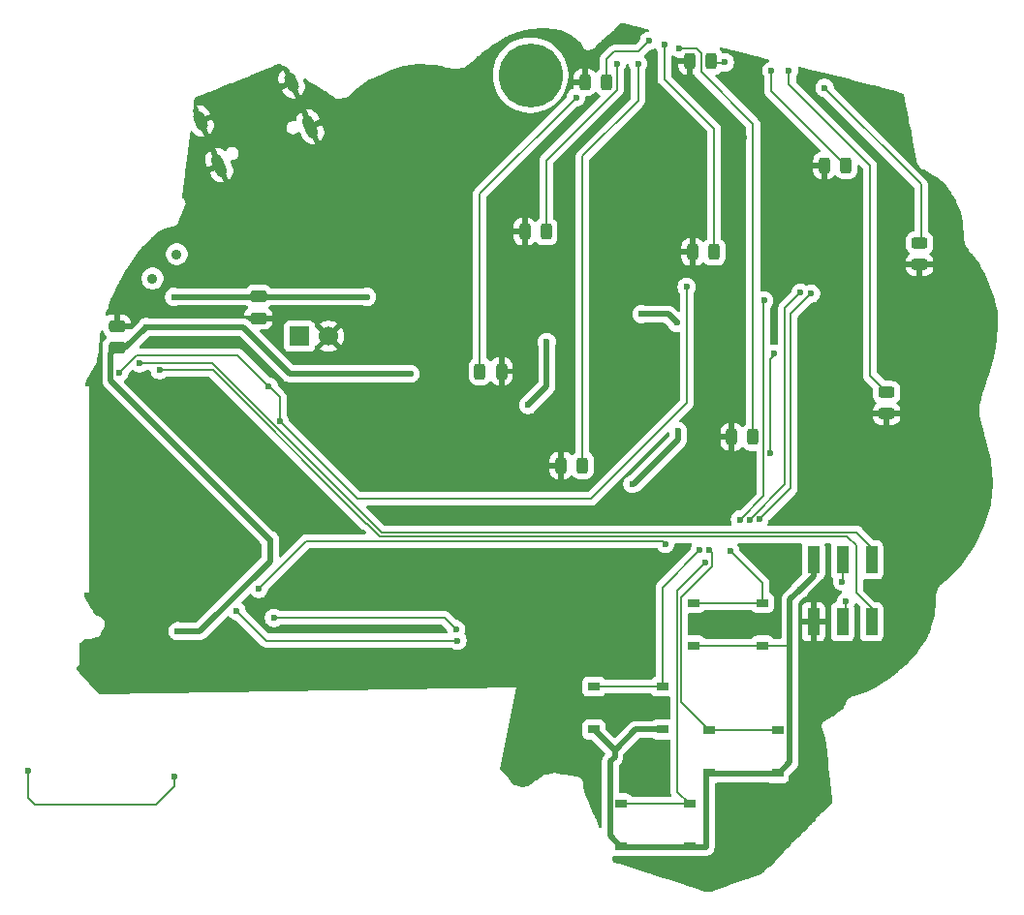
<source format=gbr>
%TF.GenerationSoftware,KiCad,Pcbnew,9.0.0*%
%TF.CreationDate,2025-12-18T00:51:24+08:00*%
%TF.ProjectId,hnr26-badge,686e7232-362d-4626-9164-67652e6b6963,0.0.14*%
%TF.SameCoordinates,Original*%
%TF.FileFunction,Copper,L1,Top*%
%TF.FilePolarity,Positive*%
%FSLAX46Y46*%
G04 Gerber Fmt 4.6, Leading zero omitted, Abs format (unit mm)*
G04 Created by KiCad (PCBNEW 9.0.0) date 2025-12-18 00:51:24*
%MOMM*%
%LPD*%
G01*
G04 APERTURE LIST*
G04 Aperture macros list*
%AMRoundRect*
0 Rectangle with rounded corners*
0 $1 Rounding radius*
0 $2 $3 $4 $5 $6 $7 $8 $9 X,Y pos of 4 corners*
0 Add a 4 corners polygon primitive as box body*
4,1,4,$2,$3,$4,$5,$6,$7,$8,$9,$2,$3,0*
0 Add four circle primitives for the rounded corners*
1,1,$1+$1,$2,$3*
1,1,$1+$1,$4,$5*
1,1,$1+$1,$6,$7*
1,1,$1+$1,$8,$9*
0 Add four rect primitives between the rounded corners*
20,1,$1+$1,$2,$3,$4,$5,0*
20,1,$1+$1,$4,$5,$6,$7,0*
20,1,$1+$1,$6,$7,$8,$9,0*
20,1,$1+$1,$8,$9,$2,$3,0*%
%AMHorizOval*
0 Thick line with rounded ends*
0 $1 width*
0 $2 $3 position (X,Y) of the first rounded end (center of the circle)*
0 $4 $5 position (X,Y) of the second rounded end (center of the circle)*
0 Add line between two ends*
20,1,$1,$2,$3,$4,$5,0*
0 Add two circle primitives to create the rounded ends*
1,1,$1,$2,$3*
1,1,$1,$4,$5*%
G04 Aperture macros list end*
%TA.AperFunction,ComponentPad*%
%ADD10C,0.900000*%
%TD*%
%TA.AperFunction,SMDPad,CuDef*%
%ADD11R,1.000000X0.750000*%
%TD*%
%TA.AperFunction,SMDPad,CuDef*%
%ADD12RoundRect,0.243750X-0.243750X-0.456250X0.243750X-0.456250X0.243750X0.456250X-0.243750X0.456250X0*%
%TD*%
%TA.AperFunction,SMDPad,CuDef*%
%ADD13R,1.020000X2.400000*%
%TD*%
%TA.AperFunction,SMDPad,CuDef*%
%ADD14RoundRect,0.250000X0.475000X-0.250000X0.475000X0.250000X-0.475000X0.250000X-0.475000X-0.250000X0*%
%TD*%
%TA.AperFunction,SMDPad,CuDef*%
%ADD15RoundRect,0.243750X0.243750X0.456250X-0.243750X0.456250X-0.243750X-0.456250X0.243750X-0.456250X0*%
%TD*%
%TA.AperFunction,SMDPad,CuDef*%
%ADD16RoundRect,0.243750X0.456250X-0.243750X0.456250X0.243750X-0.456250X0.243750X-0.456250X-0.243750X0*%
%TD*%
%TA.AperFunction,ComponentPad*%
%ADD17C,5.600000*%
%TD*%
%TA.AperFunction,SMDPad,CuDef*%
%ADD18RoundRect,0.250000X-0.475000X0.250000X-0.475000X-0.250000X0.475000X-0.250000X0.475000X0.250000X0*%
%TD*%
%TA.AperFunction,HeatsinkPad*%
%ADD19HorizOval,1.000000X-0.156292X0.368202X0.156292X-0.368202X0*%
%TD*%
%TA.AperFunction,HeatsinkPad*%
%ADD20HorizOval,1.000000X-0.214902X0.506278X0.214902X-0.506278X0*%
%TD*%
%TA.AperFunction,ComponentPad*%
%ADD21R,1.700000X1.700000*%
%TD*%
%TA.AperFunction,ComponentPad*%
%ADD22C,1.700000*%
%TD*%
%TA.AperFunction,ViaPad*%
%ADD23C,0.600000*%
%TD*%
%TA.AperFunction,Conductor*%
%ADD24C,0.500000*%
%TD*%
%TA.AperFunction,Conductor*%
%ADD25C,0.200000*%
%TD*%
G04 APERTURE END LIST*
D10*
%TO.P,SW9,*%
%TO.N,*%
X118887506Y-72745686D03*
X121008827Y-70624365D03*
%TD*%
D11*
%TO.P,SW1,1,1*%
%TO.N,+3V3*%
X172204532Y-104852072D03*
X166204532Y-104852072D03*
%TO.P,SW1,2,2*%
%TO.N,/BTN_U*%
X172204532Y-101102072D03*
X166204532Y-101102072D03*
%TD*%
D12*
%TO.P,D6,1,K*%
%TO.N,GND*%
X169509892Y-86615976D03*
%TO.P,D6,2,A*%
%TO.N,Net-(D6-A)*%
X171384892Y-86615976D03*
%TD*%
D13*
%TO.P,U7,1,1*%
%TO.N,+3V3*%
X176646687Y-97363477D03*
%TO.P,U7,2,2*%
%TO.N,GND*%
X176646687Y-102763477D03*
%TO.P,U7,3,3*%
%TO.N,/Microcontroller unit/IO_SDA*%
X179186687Y-97363477D03*
%TO.P,U7,4,4*%
%TO.N,/Microcontroller unit/IO_SCL*%
X179186687Y-102763477D03*
%TO.P,U7,5,5*%
%TO.N,/Debug connectors/EXT_0*%
X181726687Y-97363477D03*
%TO.P,U7,6,6*%
%TO.N,/Debug connectors/EXT_1*%
X181726687Y-102763477D03*
%TD*%
D14*
%TO.P,C2,1*%
%TO.N,+3V3*%
X115777721Y-78806413D03*
%TO.P,C2,2*%
%TO.N,GND*%
X115777721Y-76906413D03*
%TD*%
D15*
%TO.P,D1,1,K*%
%TO.N,GND*%
X149377514Y-80866736D03*
%TO.P,D1,2,A*%
%TO.N,Net-(D1-A)*%
X147502514Y-80866736D03*
%TD*%
D12*
%TO.P,D2,1,K*%
%TO.N,GND*%
X151415882Y-68654414D03*
%TO.P,D2,2,A*%
%TO.N,Net-(D2-A)*%
X153290882Y-68654414D03*
%TD*%
D16*
%TO.P,D9,1,K*%
%TO.N,GND*%
X183051872Y-84574129D03*
%TO.P,D9,2,A*%
%TO.N,Net-(D9-A)*%
X183051872Y-82699129D03*
%TD*%
D17*
%TO.P,H1,1*%
%TO.N,N/C*%
X151918504Y-54966296D03*
%TD*%
D11*
%TO.P,SW4,1,1*%
%TO.N,+3V3*%
X173518168Y-115981325D03*
X167518168Y-115981325D03*
%TO.P,SW4,2,2*%
%TO.N,/BTN_R*%
X173518168Y-112231325D03*
X167518168Y-112231325D03*
%TD*%
D12*
%TO.P,D3,1,K*%
%TO.N,GND*%
X154593581Y-89088326D03*
%TO.P,D3,2,A*%
%TO.N,Net-(D3-A)*%
X156468581Y-89088326D03*
%TD*%
D18*
%TO.P,C10,1*%
%TO.N,Net-(D13-K)*%
X128148853Y-74314323D03*
%TO.P,C10,2*%
%TO.N,GND*%
X128148853Y-76214323D03*
%TD*%
D12*
%TO.P,D5,1,K*%
%TO.N,GND*%
X166103805Y-70433148D03*
%TO.P,D5,2,A*%
%TO.N,Net-(D5-A)*%
X167978805Y-70433148D03*
%TD*%
%TO.P,D4,1,K*%
%TO.N,GND*%
X156686171Y-55587307D03*
%TO.P,D4,2,A*%
%TO.N,Net-(D4-A)*%
X158561171Y-55587307D03*
%TD*%
D16*
%TO.P,D10,1,K*%
%TO.N,GND*%
X185927470Y-71511590D03*
%TO.P,D10,2,A*%
%TO.N,Net-(D10-A)*%
X185927470Y-69636590D03*
%TD*%
D11*
%TO.P,SW2,1,1*%
%TO.N,+3V3*%
X165804722Y-122403056D03*
X159804722Y-122403056D03*
%TO.P,SW2,2,2*%
%TO.N,/BTN_D*%
X165804722Y-118653056D03*
X159804722Y-118653056D03*
%TD*%
D12*
%TO.P,D8,1,K*%
%TO.N,GND*%
X177614030Y-62867329D03*
%TO.P,D8,2,A*%
%TO.N,Net-(D8-A)*%
X179489030Y-62867329D03*
%TD*%
%TO.P,D7,1,K*%
%TO.N,GND*%
X165845413Y-53741365D03*
%TO.P,D7,2,A*%
%TO.N,Net-(D7-A)*%
X167720413Y-53741365D03*
%TD*%
D11*
%TO.P,SW3,1,1*%
%TO.N,+3V3*%
X163444828Y-112181446D03*
X157444828Y-112181446D03*
%TO.P,SW3,2,2*%
%TO.N,/BTN_L*%
X163444828Y-108431446D03*
X157444828Y-108431446D03*
%TD*%
D19*
%TO.P,J1,S1,SHIELD*%
%TO.N,GND*%
X123090073Y-58998406D03*
D20*
X124723329Y-62846116D03*
D19*
X131043235Y-55622489D03*
D20*
X132676491Y-59470199D03*
%TD*%
D21*
%TO.P,J2,1,Pin_1*%
%TO.N,/Debug connectors/BOOT_IS_SPI*%
X131739056Y-77798673D03*
D22*
%TO.P,J2,2,Pin_2*%
%TO.N,GND*%
X134279056Y-77798673D03*
%TD*%
D23*
%TO.N,GND*%
X125500000Y-87500000D03*
X170550752Y-60449248D03*
X177072572Y-65794776D03*
X172700000Y-65000000D03*
X143041060Y-100659379D03*
X153369612Y-113990279D03*
X166745556Y-79000000D03*
X134492187Y-67520941D03*
X180500000Y-104500000D03*
X169250000Y-103350000D03*
X115741641Y-75342873D03*
X189000000Y-80000000D03*
X136858835Y-67203795D03*
X150967943Y-106552849D03*
X130292683Y-67708367D03*
X114750000Y-90050000D03*
X163205932Y-115841915D03*
X169963554Y-74945346D03*
X165500000Y-72025000D03*
X115824890Y-106797187D03*
%TO.N,+3V3*%
X175462197Y-99928842D03*
X129160449Y-95621910D03*
X121077236Y-103592278D03*
X164827045Y-86099014D03*
X151705774Y-83812289D03*
X164723938Y-76630712D03*
X153345643Y-78300000D03*
X161637579Y-75863858D03*
X118350000Y-77000000D03*
X160820260Y-90730652D03*
X141444338Y-81077049D03*
%TO.N,/EN*%
X165562830Y-73481849D03*
X129052078Y-82203217D03*
X115998731Y-80972256D03*
X129996729Y-85205826D03*
%TO.N,Net-(D13-K)*%
X120775287Y-74353672D03*
X137642911Y-74353672D03*
%TO.N,Net-(D1-A)*%
X155893773Y-56915055D03*
%TO.N,Net-(D2-A)*%
X159481412Y-53965614D03*
%TO.N,Net-(D3-A)*%
X161313660Y-53948671D03*
%TO.N,Net-(D4-A)*%
X162269508Y-51979453D03*
%TO.N,Net-(D5-A)*%
X163622490Y-52277109D03*
%TO.N,Net-(D6-A)*%
X164898547Y-52622508D03*
%TO.N,Net-(D7-A)*%
X168912204Y-53852470D03*
%TO.N,Net-(D8-A)*%
X172954639Y-54570111D03*
%TO.N,Net-(D9-A)*%
X174517170Y-54549013D03*
%TO.N,Net-(D10-A)*%
X177622898Y-56081232D03*
%TO.N,/Debug connectors/EXT_1*%
X119500000Y-80762389D03*
%TO.N,/Debug connectors/EXT_0*%
X117780375Y-80165584D03*
%TO.N,/Debug connectors/UART_TX*%
X145429698Y-103423655D03*
X129501428Y-102424965D03*
%TO.N,/Debug connectors/UART_RX*%
X126235403Y-101824965D03*
X145542686Y-104406656D03*
%TO.N,/BTN_L*%
X173225945Y-79325945D03*
X172900000Y-88000000D03*
X166700000Y-96500000D03*
%TO.N,/BTN_R*%
X167535520Y-96513010D03*
X170224265Y-93824265D03*
X172352831Y-74675188D03*
%TO.N,/BTN_U*%
X171929085Y-93816505D03*
X169389410Y-96567986D03*
X176435509Y-74064491D03*
%TO.N,/BTN_D*%
X175511245Y-73988755D03*
X171058334Y-93838726D03*
X167182981Y-97627121D03*
%TO.N,/Microcontroller unit/IO_SCL*%
X179487554Y-100983484D03*
%TO.N,/Microcontroller unit/IO_SDA*%
X179161783Y-99246536D03*
%TO.N,/Microcontroller unit/IO_~{INT}*%
X163719202Y-95938304D03*
X128173797Y-99890119D03*
%TO.N,Net-(U3-LB)*%
X120817918Y-116334280D03*
X107989266Y-115756877D03*
%TD*%
D24*
%TO.N,GND*%
X115777721Y-75378953D02*
X115741641Y-75342873D01*
X115777721Y-76906413D02*
X115777721Y-75378953D01*
D25*
X170550752Y-60449248D02*
X165845413Y-55743909D01*
X165845413Y-55743909D02*
X165845413Y-53741365D01*
D24*
%TO.N,+3V3*%
X161637579Y-75863858D02*
X163957084Y-75863858D01*
X115247731Y-81709192D02*
X129160449Y-95621910D01*
X116521249Y-78806413D02*
X115777721Y-78806413D01*
X141444338Y-81077049D02*
X141417289Y-81050000D01*
X151705774Y-83812289D02*
X153345643Y-82172420D01*
X129160449Y-97470334D02*
X129160449Y-95621910D01*
X176646687Y-98744352D02*
X175462197Y-99928842D01*
X174600000Y-115053026D02*
X173610146Y-116042880D01*
X160939741Y-90730652D02*
X164827045Y-86843348D01*
X167253069Y-122462327D02*
X159863993Y-122462327D01*
X126800031Y-77010736D02*
X118316926Y-77010736D01*
X158903722Y-114977047D02*
X159283504Y-114597265D01*
X176646687Y-97363477D02*
X176646687Y-98744352D01*
D25*
X166204532Y-104852072D02*
X172204532Y-104852072D01*
D24*
X153345643Y-82172420D02*
X153345643Y-78300000D01*
X163957084Y-75863858D02*
X164723938Y-76630712D01*
X175462197Y-99928842D02*
X174600000Y-100791039D01*
X159283504Y-114020122D02*
X161122180Y-112181446D01*
X115247731Y-79336403D02*
X115247731Y-81709192D01*
X159863993Y-122462327D02*
X158903722Y-121502056D01*
X158903722Y-121502056D02*
X158903722Y-114977047D01*
X174600000Y-100791039D02*
X174600000Y-104799701D01*
X130839295Y-81050000D02*
X126800031Y-77010736D01*
X167253069Y-116246424D02*
X167253069Y-122462327D01*
X159283504Y-114020122D02*
X157444828Y-112181446D01*
X161122180Y-112181446D02*
X163444828Y-112181446D01*
X174600000Y-104799701D02*
X174600000Y-115053026D01*
X115780917Y-78803217D02*
X115247731Y-79336403D01*
X164827045Y-86843348D02*
X164827045Y-86099014D01*
D25*
X174547629Y-104852072D02*
X174600000Y-104799701D01*
X172204532Y-104852072D02*
X174547629Y-104852072D01*
D24*
X118316926Y-77010736D02*
X116521249Y-78806413D01*
X160820260Y-90730652D02*
X160939741Y-90730652D01*
X173610146Y-116042880D02*
X167456613Y-116042880D01*
X123038505Y-103592278D02*
X129160449Y-97470334D01*
X159283504Y-114597265D02*
X159283504Y-114020122D01*
X167456613Y-116042880D02*
X167253069Y-116246424D01*
X141417289Y-81050000D02*
X130839295Y-81050000D01*
X121077236Y-103592278D02*
X123038505Y-103592278D01*
D25*
%TO.N,/EN*%
X129996729Y-85205826D02*
X129996729Y-83127337D01*
X157209097Y-92000000D02*
X136790903Y-92000000D01*
X129996729Y-83127337D02*
X129072609Y-82203217D01*
X165580981Y-83628116D02*
X157209097Y-92000000D01*
X126292852Y-79443991D02*
X129052078Y-82203217D01*
X115998731Y-80972256D02*
X117526996Y-79443991D01*
X165580981Y-73500000D02*
X165580981Y-83628116D01*
X136790903Y-92000000D02*
X129996729Y-85205826D01*
X129072609Y-82203217D02*
X129052078Y-82203217D01*
X117526996Y-79443991D02*
X126292852Y-79443991D01*
D24*
%TO.N,Net-(D13-K)*%
X120775287Y-74353672D02*
X137642911Y-74353672D01*
D25*
%TO.N,Net-(D1-A)*%
X155893773Y-56915055D02*
X147502514Y-65306314D01*
X147502514Y-65306314D02*
X147502514Y-80866736D01*
%TO.N,Net-(D2-A)*%
X159481412Y-53965614D02*
X159481412Y-56245836D01*
X159481412Y-56245836D02*
X153290882Y-62436366D01*
X153290882Y-62436366D02*
X153290882Y-68654414D01*
%TO.N,Net-(D3-A)*%
X156468581Y-62055239D02*
X156468581Y-89088326D01*
X161313660Y-57210160D02*
X156468581Y-62055239D01*
X161313660Y-53948671D02*
X161313660Y-57210160D01*
%TO.N,Net-(D4-A)*%
X162269508Y-51979453D02*
X161323448Y-52925513D01*
X161323448Y-52925513D02*
X159232469Y-52925513D01*
X158561171Y-53596811D02*
X158561171Y-55587307D01*
X159232469Y-52925513D02*
X158561171Y-53596811D01*
%TO.N,Net-(D5-A)*%
X163622490Y-52277109D02*
X163622490Y-55300659D01*
X167978805Y-59656974D02*
X167978805Y-70433148D01*
X163622490Y-55300659D02*
X167978805Y-59656974D01*
%TO.N,Net-(D6-A)*%
X164898547Y-52622508D02*
X166391951Y-52622508D01*
X171384892Y-59251286D02*
X171384892Y-86615976D01*
X166391951Y-52622508D02*
X166818733Y-53049290D01*
X166818733Y-53049290D02*
X166818733Y-54685127D01*
X166818733Y-54685127D02*
X171384892Y-59251286D01*
%TO.N,Net-(D7-A)*%
X167849948Y-53870900D02*
X167720413Y-53741365D01*
X168912204Y-53852470D02*
X168893774Y-53870900D01*
X168893774Y-53870900D02*
X167849948Y-53870900D01*
%TO.N,Net-(D8-A)*%
X172954639Y-56332938D02*
X179489030Y-62867329D01*
X172954639Y-54570111D02*
X172954639Y-56332938D01*
%TO.N,Net-(D9-A)*%
X174517170Y-55802836D02*
X181587519Y-62873185D01*
X181587519Y-81234776D02*
X183051872Y-82699129D01*
X174517170Y-54549013D02*
X174517170Y-55802836D01*
X181587519Y-62873185D02*
X181587519Y-81234776D01*
%TO.N,Net-(D10-A)*%
X186052891Y-69511169D02*
X185927470Y-69636590D01*
X186052891Y-64511225D02*
X186052891Y-69511169D01*
X177622898Y-56081232D02*
X186052891Y-64511225D01*
%TO.N,/Debug connectors/EXT_1*%
X137666893Y-94189795D02*
X138759978Y-95282880D01*
X119500000Y-80762389D02*
X124159863Y-80762389D01*
X137770996Y-94293898D02*
X138759978Y-95282880D01*
X179567668Y-95282880D02*
X180383818Y-96099030D01*
X124159863Y-80762389D02*
X137587269Y-94189795D01*
X180383818Y-100213599D02*
X181726687Y-101556468D01*
X181726687Y-101556468D02*
X181726687Y-102763477D01*
X180383818Y-96099030D02*
X180383818Y-100213599D01*
X137587269Y-94189795D02*
X137666893Y-94189795D01*
X138759978Y-95282880D02*
X179567668Y-95282880D01*
%TO.N,/Debug connectors/EXT_0*%
X138895840Y-94954880D02*
X180432277Y-94954880D01*
X181590629Y-97227419D02*
X181726687Y-97363477D01*
X181590629Y-96113232D02*
X181590629Y-97227419D01*
X117784570Y-80161389D02*
X124102349Y-80161389D01*
X117780375Y-80165584D02*
X117784570Y-80161389D01*
X180432277Y-94954880D02*
X181590629Y-96113232D01*
X124102349Y-80161389D02*
X138895840Y-94954880D01*
%TO.N,/Debug connectors/UART_TX*%
X129501428Y-102424965D02*
X144431008Y-102424965D01*
X144431008Y-102424965D02*
X145429698Y-103423655D01*
%TO.N,/Debug connectors/UART_RX*%
X128817094Y-104406656D02*
X126235403Y-101824965D01*
X145542686Y-104406656D02*
X128817094Y-104406656D01*
%TO.N,/BTN_L*%
X172900000Y-79800000D02*
X172900000Y-88000000D01*
X173225945Y-79474055D02*
X172900000Y-79800000D01*
X166700000Y-96500000D02*
X163444828Y-99755172D01*
X173225945Y-79325945D02*
X173225945Y-79474055D01*
X163444828Y-99755172D02*
X163444828Y-108431446D01*
X163444828Y-108431446D02*
X157444828Y-108431446D01*
%TO.N,/BTN_R*%
X167783981Y-96761471D02*
X167783981Y-97926641D01*
X172299000Y-74729019D02*
X172352831Y-74675188D01*
X167518168Y-112231325D02*
X173518168Y-112231325D01*
X167783981Y-97926641D02*
X165099852Y-100610770D01*
X167535520Y-96513010D02*
X167783981Y-96761471D01*
X165099852Y-100610770D02*
X165099852Y-109813009D01*
X172299000Y-91749530D02*
X170224265Y-93824265D01*
X172299000Y-91749530D02*
X172299000Y-74729019D01*
X165099852Y-109813009D02*
X167518168Y-112231325D01*
%TO.N,/BTN_U*%
X172204532Y-101102072D02*
X172204532Y-99383108D01*
X174674863Y-91070727D02*
X171929085Y-93816505D01*
X166204532Y-101102072D02*
X172204532Y-101102072D01*
X172204532Y-99383108D02*
X169389410Y-96567986D01*
X176435509Y-74064491D02*
X174674863Y-75825137D01*
X174674863Y-75825137D02*
X174674863Y-91070727D01*
%TO.N,/BTN_D*%
X174150429Y-75349571D02*
X174150429Y-90746631D01*
X174150429Y-90746631D02*
X171058334Y-93838726D01*
X175511245Y-73988755D02*
X174150429Y-75349571D01*
X167182981Y-97627121D02*
X164771852Y-100038250D01*
X164771852Y-117620186D02*
X165804722Y-118653056D01*
X164771852Y-100038250D02*
X164771852Y-117620186D01*
X165804722Y-118653056D02*
X159804722Y-118653056D01*
%TO.N,/Microcontroller unit/IO_SCL*%
X179487554Y-102462610D02*
X179186687Y-102763477D01*
X179487554Y-100983484D02*
X179487554Y-102462610D01*
%TO.N,/Microcontroller unit/IO_SDA*%
X179186687Y-97363477D02*
X179186687Y-99221632D01*
X179186687Y-99221632D02*
X179161783Y-99246536D01*
%TO.N,/Microcontroller unit/IO_~{INT}*%
X132350137Y-95713779D02*
X163494677Y-95713779D01*
X163494677Y-95713779D02*
X163719202Y-95938304D01*
X128173797Y-99890119D02*
X132350137Y-95713779D01*
%TO.N,Net-(U3-LB)*%
X107989266Y-118159687D02*
X107989266Y-115756877D01*
X120817918Y-116334280D02*
X120817918Y-117127412D01*
X119177275Y-118768055D02*
X108597634Y-118768055D01*
X120817918Y-117127412D02*
X119177275Y-118768055D01*
X108597634Y-118768055D02*
X107989266Y-118159687D01*
%TD*%
%TA.AperFunction,Conductor*%
%TO.N,GND*%
G36*
X168602033Y-52545728D02*
G01*
X168913193Y-52619878D01*
X168914307Y-52620149D01*
X169081759Y-52661921D01*
X169083374Y-52662335D01*
X169546291Y-52784676D01*
X169555629Y-52787763D01*
X169558003Y-52788367D01*
X169558006Y-52788369D01*
X169619261Y-52803964D01*
X169620104Y-52804183D01*
X169681175Y-52820324D01*
X169681175Y-52820323D01*
X169683552Y-52820952D01*
X169693204Y-52822791D01*
X171022653Y-53161283D01*
X171023744Y-53161888D01*
X171086500Y-53177539D01*
X171149155Y-53193492D01*
X171149159Y-53193491D01*
X171153936Y-53194708D01*
X171159239Y-53195680D01*
X171301404Y-53231136D01*
X171301441Y-53231157D01*
X171363737Y-53246682D01*
X171429228Y-53263016D01*
X171429230Y-53263015D01*
X171437157Y-53264993D01*
X171437342Y-53265026D01*
X171746910Y-53342177D01*
X171904116Y-53381356D01*
X171904115Y-53381359D01*
X171904190Y-53381374D01*
X172378139Y-53499851D01*
X172484013Y-53526404D01*
X172484017Y-53526405D01*
X172484019Y-53526406D01*
X172484033Y-53526409D01*
X172679725Y-53575562D01*
X172739947Y-53610984D01*
X172771460Y-53673343D01*
X172764256Y-53742841D01*
X172720623Y-53797411D01*
X172696968Y-53810386D01*
X172575463Y-53860715D01*
X172575453Y-53860720D01*
X172444350Y-53948321D01*
X172444346Y-53948324D01*
X172332852Y-54059818D01*
X172332849Y-54059822D01*
X172245248Y-54190925D01*
X172245241Y-54190938D01*
X172184903Y-54336609D01*
X172184900Y-54336621D01*
X172154139Y-54491264D01*
X172154139Y-54648957D01*
X172184900Y-54803600D01*
X172184903Y-54803612D01*
X172245241Y-54949283D01*
X172245248Y-54949296D01*
X172333241Y-55080985D01*
X172354119Y-55147662D01*
X172354139Y-55149876D01*
X172354139Y-56246268D01*
X172354138Y-56246286D01*
X172354138Y-56411992D01*
X172354137Y-56411992D01*
X172378427Y-56502643D01*
X172395062Y-56564723D01*
X172410534Y-56591521D01*
X172416963Y-56602655D01*
X172416964Y-56602659D01*
X172474114Y-56701647D01*
X172474120Y-56701655D01*
X172592988Y-56820523D01*
X172592994Y-56820528D01*
X177250469Y-61478003D01*
X177283954Y-61539326D01*
X177278970Y-61609018D01*
X177237098Y-61664951D01*
X177201792Y-61683390D01*
X177053820Y-61732423D01*
X177053815Y-61732425D01*
X176905838Y-61823699D01*
X176782900Y-61946637D01*
X176691626Y-62094614D01*
X176691624Y-62094619D01*
X176636937Y-62259655D01*
X176626530Y-62361513D01*
X176626530Y-62617329D01*
X177490030Y-62617329D01*
X177557069Y-62637014D01*
X177602824Y-62689818D01*
X177614030Y-62741329D01*
X177614030Y-62867329D01*
X177740030Y-62867329D01*
X177807069Y-62887014D01*
X177852824Y-62939818D01*
X177864030Y-62991329D01*
X177864030Y-64067329D01*
X177907333Y-64067329D01*
X177907345Y-64067328D01*
X178009203Y-64056921D01*
X178174239Y-64002234D01*
X178174244Y-64002232D01*
X178322221Y-63910958D01*
X178445158Y-63788021D01*
X178445689Y-63787161D01*
X178446210Y-63786692D01*
X178449642Y-63782352D01*
X178450383Y-63782937D01*
X178497631Y-63740431D01*
X178566593Y-63729201D01*
X178630678Y-63757037D01*
X178652943Y-63782727D01*
X178653023Y-63782665D01*
X178654420Y-63784432D01*
X178656768Y-63787141D01*
X178657498Y-63788324D01*
X178657504Y-63788332D01*
X178780526Y-63911354D01*
X178780530Y-63911357D01*
X178928596Y-64002686D01*
X178928599Y-64002687D01*
X178928605Y-64002691D01*
X179093755Y-64057416D01*
X179195682Y-64067829D01*
X179195687Y-64067829D01*
X179782373Y-64067829D01*
X179782378Y-64067829D01*
X179884305Y-64057416D01*
X180049455Y-64002691D01*
X180197533Y-63911355D01*
X180320556Y-63788332D01*
X180411892Y-63640254D01*
X180466617Y-63475104D01*
X180477030Y-63373177D01*
X180477030Y-62911293D01*
X180496715Y-62844254D01*
X180549519Y-62798499D01*
X180618677Y-62788555D01*
X180682233Y-62817580D01*
X180688711Y-62823612D01*
X180950700Y-63085601D01*
X180984185Y-63146924D01*
X180987019Y-63173282D01*
X180987019Y-81148106D01*
X180987018Y-81148124D01*
X180987018Y-81313830D01*
X180987017Y-81313830D01*
X181010835Y-81402717D01*
X181027942Y-81466561D01*
X181042467Y-81491718D01*
X181075929Y-81549677D01*
X181106998Y-81603491D01*
X181225868Y-81722361D01*
X181225874Y-81722366D01*
X181815217Y-82311709D01*
X181848702Y-82373032D01*
X181851128Y-82402625D01*
X181851372Y-82402625D01*
X181851372Y-82405606D01*
X181851377Y-82405668D01*
X181851372Y-82405766D01*
X181851372Y-82992484D01*
X181861785Y-83094405D01*
X181916509Y-83259551D01*
X181916514Y-83259562D01*
X182007843Y-83407628D01*
X182007846Y-83407632D01*
X182130871Y-83530657D01*
X182132055Y-83531387D01*
X182132695Y-83532099D01*
X182136536Y-83535136D01*
X182136017Y-83535792D01*
X182178778Y-83583337D01*
X182189997Y-83652300D01*
X182162151Y-83716381D01*
X182136749Y-83738391D01*
X182136849Y-83738517D01*
X182134049Y-83740730D01*
X182132056Y-83742458D01*
X182131187Y-83742993D01*
X182131181Y-83742998D01*
X182008242Y-83865937D01*
X181916968Y-84013914D01*
X181916966Y-84013919D01*
X181862279Y-84178955D01*
X181851872Y-84280813D01*
X181851872Y-84324129D01*
X184251872Y-84324129D01*
X184251872Y-84280826D01*
X184251871Y-84280813D01*
X184241464Y-84178955D01*
X184186777Y-84013919D01*
X184186775Y-84013914D01*
X184095501Y-83865937D01*
X183972562Y-83742998D01*
X183972557Y-83742994D01*
X183971694Y-83742462D01*
X183971225Y-83741941D01*
X183966895Y-83738517D01*
X183967480Y-83737777D01*
X183924968Y-83690515D01*
X183913745Y-83621553D01*
X183941588Y-83557470D01*
X183967270Y-83535215D01*
X183967208Y-83535136D01*
X183968978Y-83533736D01*
X183971692Y-83531384D01*
X183972875Y-83530655D01*
X184095898Y-83407632D01*
X184187234Y-83259554D01*
X184241959Y-83094404D01*
X184252372Y-82992477D01*
X184252372Y-82405781D01*
X184241959Y-82303854D01*
X184187234Y-82138704D01*
X184187230Y-82138698D01*
X184187229Y-82138695D01*
X184095900Y-81990629D01*
X184095897Y-81990625D01*
X183972875Y-81867603D01*
X183972871Y-81867600D01*
X183824805Y-81776271D01*
X183824799Y-81776268D01*
X183824797Y-81776267D01*
X183764996Y-81756451D01*
X183659648Y-81721542D01*
X183557727Y-81711129D01*
X183557720Y-81711129D01*
X182964469Y-81711129D01*
X182897430Y-81691444D01*
X182876788Y-81674810D01*
X182224338Y-81022360D01*
X182190853Y-80961037D01*
X182188019Y-80934679D01*
X182188019Y-71804905D01*
X184727470Y-71804905D01*
X184737877Y-71906763D01*
X184792564Y-72071799D01*
X184792566Y-72071804D01*
X184883840Y-72219781D01*
X185006778Y-72342719D01*
X185154755Y-72433993D01*
X185154760Y-72433995D01*
X185319796Y-72488682D01*
X185421654Y-72499089D01*
X185421667Y-72499090D01*
X185677470Y-72499090D01*
X186177470Y-72499090D01*
X186433273Y-72499090D01*
X186433285Y-72499089D01*
X186535143Y-72488682D01*
X186700179Y-72433995D01*
X186700184Y-72433993D01*
X186848161Y-72342719D01*
X186971099Y-72219781D01*
X187062373Y-72071804D01*
X187062375Y-72071799D01*
X187117062Y-71906763D01*
X187127469Y-71804905D01*
X187127470Y-71804892D01*
X187127470Y-71761590D01*
X186177470Y-71761590D01*
X186177470Y-72499090D01*
X185677470Y-72499090D01*
X185677470Y-71761590D01*
X184727470Y-71761590D01*
X184727470Y-71804905D01*
X182188019Y-71804905D01*
X182188019Y-62794130D01*
X182188019Y-62794128D01*
X182147096Y-62641401D01*
X182130082Y-62611931D01*
X182068043Y-62504475D01*
X182068040Y-62504471D01*
X182068039Y-62504469D01*
X181956235Y-62392665D01*
X181956234Y-62392664D01*
X181951904Y-62388334D01*
X181951893Y-62388324D01*
X175565954Y-56002385D01*
X176822398Y-56002385D01*
X176822398Y-56160078D01*
X176853159Y-56314721D01*
X176853162Y-56314733D01*
X176913500Y-56460404D01*
X176913507Y-56460417D01*
X177001108Y-56591520D01*
X177001111Y-56591524D01*
X177112605Y-56703018D01*
X177112609Y-56703021D01*
X177243712Y-56790622D01*
X177243725Y-56790629D01*
X177389396Y-56850967D01*
X177389401Y-56850969D01*
X177452685Y-56863557D01*
X177544747Y-56881870D01*
X177606658Y-56914255D01*
X177608237Y-56915806D01*
X185416072Y-64723641D01*
X185449557Y-64784964D01*
X185452391Y-64811322D01*
X185452391Y-68533469D01*
X185432706Y-68600508D01*
X185379902Y-68646263D01*
X185340994Y-68656827D01*
X185319693Y-68659003D01*
X185154547Y-68713727D01*
X185154536Y-68713732D01*
X185006470Y-68805061D01*
X185006466Y-68805064D01*
X184883444Y-68928086D01*
X184883441Y-68928090D01*
X184792112Y-69076156D01*
X184792107Y-69076167D01*
X184737383Y-69241313D01*
X184726970Y-69343234D01*
X184726970Y-69929945D01*
X184737383Y-70031866D01*
X184792107Y-70197012D01*
X184792112Y-70197023D01*
X184883441Y-70345089D01*
X184883444Y-70345093D01*
X185006469Y-70468118D01*
X185007653Y-70468848D01*
X185008293Y-70469560D01*
X185012134Y-70472597D01*
X185011615Y-70473253D01*
X185054376Y-70520798D01*
X185065595Y-70589761D01*
X185037749Y-70653842D01*
X185012347Y-70675852D01*
X185012447Y-70675978D01*
X185009647Y-70678191D01*
X185007654Y-70679919D01*
X185006785Y-70680454D01*
X185006779Y-70680459D01*
X184883840Y-70803398D01*
X184792566Y-70951375D01*
X184792564Y-70951380D01*
X184737877Y-71116416D01*
X184727470Y-71218274D01*
X184727470Y-71261590D01*
X187127470Y-71261590D01*
X187127470Y-71218287D01*
X187127469Y-71218274D01*
X187117062Y-71116416D01*
X187062375Y-70951380D01*
X187062373Y-70951375D01*
X186971099Y-70803398D01*
X186848160Y-70680459D01*
X186848155Y-70680455D01*
X186847292Y-70679923D01*
X186846823Y-70679402D01*
X186842493Y-70675978D01*
X186843078Y-70675238D01*
X186800566Y-70627976D01*
X186789343Y-70559014D01*
X186817186Y-70494931D01*
X186842868Y-70472676D01*
X186842806Y-70472597D01*
X186844576Y-70471197D01*
X186847290Y-70468845D01*
X186848473Y-70468116D01*
X186971496Y-70345093D01*
X187062832Y-70197015D01*
X187117557Y-70031865D01*
X187127970Y-69929938D01*
X187127970Y-69343242D01*
X187117557Y-69241315D01*
X187062832Y-69076165D01*
X187062828Y-69076159D01*
X187062827Y-69076156D01*
X186971498Y-68928090D01*
X186971495Y-68928086D01*
X186848472Y-68805063D01*
X186712293Y-68721066D01*
X186665569Y-68669118D01*
X186653391Y-68615528D01*
X186653391Y-64432169D01*
X186653391Y-64432168D01*
X186645817Y-64403903D01*
X186635227Y-64364380D01*
X186612468Y-64279441D01*
X186570029Y-64205934D01*
X186533415Y-64142515D01*
X186533412Y-64142511D01*
X186533411Y-64142509D01*
X186421607Y-64030705D01*
X186421606Y-64030704D01*
X186417276Y-64026374D01*
X186417265Y-64026364D01*
X178457472Y-56066571D01*
X178423987Y-56005248D01*
X178423536Y-56003081D01*
X178398488Y-55877161D01*
X178392635Y-55847735D01*
X178383674Y-55826101D01*
X178332295Y-55702059D01*
X178332288Y-55702046D01*
X178244687Y-55570943D01*
X178244684Y-55570939D01*
X178133190Y-55459445D01*
X178133186Y-55459442D01*
X178002083Y-55371841D01*
X178002070Y-55371834D01*
X177856399Y-55311496D01*
X177856387Y-55311493D01*
X177701743Y-55280732D01*
X177701740Y-55280732D01*
X177544056Y-55280732D01*
X177544053Y-55280732D01*
X177389408Y-55311493D01*
X177389396Y-55311496D01*
X177243725Y-55371834D01*
X177243712Y-55371841D01*
X177112609Y-55459442D01*
X177112605Y-55459445D01*
X177001111Y-55570939D01*
X177001108Y-55570943D01*
X176913507Y-55702046D01*
X176913500Y-55702059D01*
X176853162Y-55847730D01*
X176853159Y-55847742D01*
X176822398Y-56002385D01*
X175565954Y-56002385D01*
X175153989Y-55590420D01*
X175120504Y-55529097D01*
X175117670Y-55502739D01*
X175117670Y-55128778D01*
X175137355Y-55061739D01*
X175138568Y-55059887D01*
X175142607Y-55053843D01*
X175226564Y-54928192D01*
X175286907Y-54782510D01*
X175317670Y-54627855D01*
X175317670Y-54470171D01*
X175317670Y-54470168D01*
X175302828Y-54395554D01*
X175309055Y-54325962D01*
X175351918Y-54270785D01*
X175417808Y-54247540D01*
X175453750Y-54250874D01*
X175732029Y-54318563D01*
X175733532Y-54318939D01*
X176664234Y-54558667D01*
X176666376Y-54559849D01*
X176727977Y-54575085D01*
X176789482Y-54590928D01*
X176789482Y-54590927D01*
X176791556Y-54591462D01*
X176801806Y-54593347D01*
X178171891Y-54932231D01*
X178856997Y-55101689D01*
X178929164Y-55119539D01*
X178929846Y-55119709D01*
X179949827Y-55378309D01*
X179949991Y-55378401D01*
X180013724Y-55394509D01*
X180077389Y-55410651D01*
X180077391Y-55410650D01*
X180084869Y-55412547D01*
X180085669Y-55412693D01*
X181793154Y-55844267D01*
X181794562Y-55845042D01*
X181856992Y-55860402D01*
X181919362Y-55876167D01*
X181919365Y-55876166D01*
X181923298Y-55877161D01*
X181930105Y-55878392D01*
X182633679Y-56051504D01*
X182634328Y-56051666D01*
X182728709Y-56075449D01*
X183242175Y-56205661D01*
X183304925Y-56221574D01*
X183305158Y-56221649D01*
X183378732Y-56240291D01*
X183378764Y-56240299D01*
X183440398Y-56255929D01*
X183440447Y-56255928D01*
X183602144Y-56296899D01*
X183602243Y-56296957D01*
X183602251Y-56296926D01*
X183871804Y-56365484D01*
X183872629Y-56365943D01*
X183935589Y-56381708D01*
X183998607Y-56397736D01*
X183998608Y-56397735D01*
X184000449Y-56398204D01*
X184015118Y-56402923D01*
X184488444Y-56588371D01*
X184543683Y-56631155D01*
X184565329Y-56682315D01*
X184567410Y-56694129D01*
X184568932Y-56707287D01*
X184580557Y-56768815D01*
X184580833Y-56770322D01*
X184591722Y-56832135D01*
X184594944Y-56844962D01*
X184606007Y-56903520D01*
X184606135Y-56904215D01*
X184666851Y-57239488D01*
X184677021Y-57295649D01*
X184677112Y-57296159D01*
X184694830Y-57396386D01*
X184694870Y-57396617D01*
X184746853Y-57693958D01*
X184746853Y-57693959D01*
X184748633Y-57704136D01*
X184748428Y-57706747D01*
X184759956Y-57768910D01*
X184760075Y-57769591D01*
X184771180Y-57833106D01*
X184773863Y-57843899D01*
X184936443Y-58720535D01*
X184936347Y-58721856D01*
X184948399Y-58785014D01*
X184948491Y-58785508D01*
X184948518Y-58785646D01*
X184961098Y-58853476D01*
X184962521Y-58859016D01*
X184972419Y-58910882D01*
X184974203Y-58924007D01*
X184974757Y-58930775D01*
X184987076Y-58987876D01*
X184987666Y-58990778D01*
X184998620Y-59048173D01*
X185000751Y-59054614D01*
X185004234Y-59067400D01*
X185189177Y-59924583D01*
X185189717Y-59927224D01*
X185353128Y-60773423D01*
X185353626Y-60776167D01*
X185484191Y-61544757D01*
X185498196Y-61627199D01*
X185542285Y-61890932D01*
X185556250Y-61976184D01*
X185613518Y-62325797D01*
X185615192Y-62336018D01*
X185615288Y-62336600D01*
X185614990Y-62358301D01*
X185625896Y-62401366D01*
X185626756Y-62406613D01*
X185626758Y-62406621D01*
X185633083Y-62445231D01*
X185633085Y-62445238D01*
X185637511Y-62455040D01*
X185644700Y-62475617D01*
X185647342Y-62486048D01*
X185647342Y-62486049D01*
X185657643Y-62504471D01*
X185669029Y-62524835D01*
X185687320Y-62565339D01*
X185701068Y-62582135D01*
X185758642Y-62685101D01*
X185876263Y-62895458D01*
X185882198Y-62907577D01*
X185884322Y-62912589D01*
X185914248Y-62963454D01*
X185915602Y-62965814D01*
X185944427Y-63017365D01*
X185947674Y-63021719D01*
X185947778Y-63021858D01*
X185947795Y-63021878D01*
X185951146Y-63026171D01*
X185951147Y-63026172D01*
X185951149Y-63026175D01*
X185977730Y-63052324D01*
X185993235Y-63067578D01*
X185995151Y-63069506D01*
X186036313Y-63111816D01*
X186036318Y-63111820D01*
X186036321Y-63111823D01*
X186036324Y-63111825D01*
X186040586Y-63115189D01*
X186040585Y-63115189D01*
X186040719Y-63115296D01*
X186040763Y-63115325D01*
X186045098Y-63118596D01*
X186067646Y-63131368D01*
X186096486Y-63147704D01*
X186098744Y-63149016D01*
X186149532Y-63179278D01*
X186149540Y-63179280D01*
X186154526Y-63181427D01*
X186154533Y-63181430D01*
X186154695Y-63181499D01*
X186154725Y-63181510D01*
X186159755Y-63183544D01*
X186159759Y-63183547D01*
X186216863Y-63198347D01*
X186219476Y-63199055D01*
X186245577Y-63206435D01*
X186276345Y-63215135D01*
X186276350Y-63215135D01*
X186281725Y-63215918D01*
X186294963Y-63218589D01*
X186460461Y-63261483D01*
X186469657Y-63266087D01*
X186476395Y-63266788D01*
X186506811Y-63284689D01*
X186617418Y-63373177D01*
X186631702Y-63384604D01*
X186636509Y-63388654D01*
X186651652Y-63402082D01*
X186673963Y-63421866D01*
X186673970Y-63421869D01*
X186674924Y-63422515D01*
X186694591Y-63435098D01*
X186695515Y-63435656D01*
X186695517Y-63435656D01*
X186695521Y-63435660D01*
X186741395Y-63455759D01*
X186747052Y-63458411D01*
X186872298Y-63521034D01*
X186885393Y-63533215D01*
X186901384Y-63541230D01*
X186921253Y-63566573D01*
X186923456Y-63568622D01*
X186923516Y-63568723D01*
X186924345Y-63570122D01*
X186938223Y-63594978D01*
X186940409Y-63597227D01*
X186942226Y-63600293D01*
X186942315Y-63600396D01*
X186942602Y-63600770D01*
X186985987Y-63644155D01*
X186987240Y-63645426D01*
X187030054Y-63689491D01*
X187030429Y-63689787D01*
X187030438Y-63689794D01*
X187033556Y-63692258D01*
X187033568Y-63692268D01*
X187034896Y-63693318D01*
X187035420Y-63693673D01*
X187035783Y-63693951D01*
X187035788Y-63693956D01*
X187089731Y-63725100D01*
X187143228Y-63757021D01*
X187146743Y-63758017D01*
X187149913Y-63759847D01*
X187149915Y-63759847D01*
X187149916Y-63759848D01*
X187209321Y-63775764D01*
X187210923Y-63776207D01*
X187254869Y-63788663D01*
X187285447Y-63801993D01*
X187575467Y-63978221D01*
X187590181Y-63988701D01*
X187670365Y-64055127D01*
X187671354Y-64055956D01*
X187673080Y-64057416D01*
X187748553Y-64121276D01*
X187753479Y-64127903D01*
X187798758Y-64163757D01*
X187800292Y-64165055D01*
X187842851Y-64201066D01*
X187849693Y-64205465D01*
X187849390Y-64205934D01*
X187861509Y-64213446D01*
X187909918Y-64251778D01*
X187924783Y-64265680D01*
X188254950Y-64629663D01*
X188261909Y-64638047D01*
X188297010Y-64684333D01*
X188301116Y-64690082D01*
X188699124Y-65282158D01*
X188699125Y-65282158D01*
X188706023Y-65292420D01*
X188707603Y-65296770D01*
X188742729Y-65347025D01*
X188743352Y-65347951D01*
X188743370Y-65347977D01*
X188776965Y-65397952D01*
X188778897Y-65400142D01*
X188787535Y-65411126D01*
X188868862Y-65527477D01*
X188875341Y-65537790D01*
X189114478Y-65963523D01*
X189117468Y-65969184D01*
X189155314Y-66045543D01*
X189157745Y-66050747D01*
X189535249Y-66910306D01*
X189537476Y-66915719D01*
X189550123Y-66948656D01*
X189555756Y-66967812D01*
X189727314Y-67791216D01*
X189729049Y-67801833D01*
X189742253Y-67912611D01*
X189742941Y-67920536D01*
X189808375Y-69120621D01*
X189807877Y-69140356D01*
X189806200Y-69156274D01*
X189806200Y-69156276D01*
X189811496Y-69189767D01*
X189811495Y-69189767D01*
X189812488Y-69196049D01*
X189814680Y-69236233D01*
X189822734Y-69260845D01*
X189824282Y-69270634D01*
X189824283Y-69270636D01*
X189883642Y-69646015D01*
X189884841Y-69656438D01*
X189887686Y-69695784D01*
X189891106Y-69705639D01*
X189894716Y-69716043D01*
X189898066Y-69737223D01*
X189916236Y-69778060D01*
X189917958Y-69783023D01*
X189917958Y-69783025D01*
X189930884Y-69820277D01*
X189930887Y-69820282D01*
X189930888Y-69820285D01*
X189934406Y-69825474D01*
X189936742Y-69828920D01*
X189947389Y-69848080D01*
X189951636Y-69857624D01*
X189951639Y-69857628D01*
X189976460Y-69888296D01*
X189982707Y-69896720D01*
X190005793Y-69930772D01*
X190215736Y-70240440D01*
X190219344Y-70246085D01*
X190228220Y-70260834D01*
X190243459Y-70299914D01*
X190246862Y-70316545D01*
X190248055Y-70318932D01*
X190256914Y-70342278D01*
X190257601Y-70344842D01*
X190257606Y-70344854D01*
X190281185Y-70385696D01*
X190281186Y-70385696D01*
X190283043Y-70388913D01*
X190305795Y-70434418D01*
X190315887Y-70445799D01*
X190322166Y-70456674D01*
X190322166Y-70456676D01*
X190323494Y-70458975D01*
X190323496Y-70458978D01*
X190323499Y-70458981D01*
X190356831Y-70492313D01*
X190361930Y-70497726D01*
X190393228Y-70533023D01*
X190394634Y-70533951D01*
X190405923Y-70541405D01*
X190416682Y-70552164D01*
X190460742Y-70577602D01*
X190463848Y-70579653D01*
X190463849Y-70579654D01*
X190465441Y-70580705D01*
X190503200Y-70605637D01*
X190505741Y-70606484D01*
X190512944Y-70609137D01*
X190520992Y-70612387D01*
X190530810Y-70618056D01*
X190543338Y-70621412D01*
X190550365Y-70624251D01*
X190572059Y-70641419D01*
X190595683Y-70655819D01*
X190599659Y-70660414D01*
X190601718Y-70662915D01*
X190605498Y-70667746D01*
X190666805Y-70750209D01*
X190667543Y-70751213D01*
X190698266Y-70793532D01*
X190701037Y-70797902D01*
X190704016Y-70801966D01*
X190704017Y-70801967D01*
X190742343Y-70854242D01*
X190780312Y-70906539D01*
X190781232Y-70907285D01*
X190786584Y-70914585D01*
X190821221Y-70961827D01*
X190821458Y-70962151D01*
X190931701Y-71113539D01*
X190939460Y-71125602D01*
X190939927Y-71126430D01*
X190939928Y-71126432D01*
X190943431Y-71131092D01*
X190976640Y-71175275D01*
X190977755Y-71176782D01*
X191011187Y-71222690D01*
X191013804Y-71226284D01*
X191013807Y-71226286D01*
X191014454Y-71226967D01*
X191023722Y-71237917D01*
X191119769Y-71365703D01*
X191129794Y-71381362D01*
X191363904Y-71815604D01*
X191661120Y-72366902D01*
X191681555Y-72404805D01*
X191684780Y-72411224D01*
X191772895Y-72600099D01*
X191776857Y-72609604D01*
X192507346Y-74589594D01*
X192510200Y-74598310D01*
X192537967Y-74695068D01*
X192540206Y-74704148D01*
X192737039Y-75655455D01*
X192739376Y-75672956D01*
X192782566Y-76374146D01*
X192799195Y-76644122D01*
X192799268Y-76645299D01*
X192799503Y-76652922D01*
X192799503Y-76939177D01*
X192798703Y-76953236D01*
X192579635Y-78872977D01*
X192577436Y-78886026D01*
X192553106Y-78994627D01*
X192553001Y-78995092D01*
X192474794Y-79338001D01*
X192474304Y-79339651D01*
X192458342Y-79410136D01*
X192458301Y-79410320D01*
X192442143Y-79481167D01*
X192441874Y-79482850D01*
X192406888Y-79637333D01*
X192405917Y-79641313D01*
X192164818Y-80563351D01*
X192163708Y-80567328D01*
X192077132Y-80858452D01*
X192074703Y-80866616D01*
X192074432Y-80867062D01*
X192055940Y-80929712D01*
X192055868Y-80929955D01*
X192055866Y-80929957D01*
X192035382Y-80998843D01*
X192034872Y-81001092D01*
X192004223Y-81104933D01*
X192001721Y-81113414D01*
X192001232Y-81114222D01*
X191983087Y-81176550D01*
X191983010Y-81176813D01*
X191983009Y-81176814D01*
X191963083Y-81244325D01*
X191962183Y-81248354D01*
X191952087Y-81283035D01*
X191949670Y-81290457D01*
X191770377Y-81787427D01*
X191765705Y-81800378D01*
X191765024Y-81801367D01*
X191743410Y-81862172D01*
X191743319Y-81862426D01*
X191743317Y-81862428D01*
X191719690Y-81927922D01*
X191718252Y-81932951D01*
X191550192Y-82405773D01*
X191502908Y-82538802D01*
X191501596Y-82540745D01*
X191480870Y-82600802D01*
X191480668Y-82601371D01*
X191458766Y-82662992D01*
X191456083Y-82672629D01*
X191437498Y-82726483D01*
X191429883Y-82744029D01*
X191421666Y-82759556D01*
X191421664Y-82759562D01*
X191414449Y-82791088D01*
X191410792Y-82803870D01*
X191400240Y-82834449D01*
X191400239Y-82834455D01*
X191399001Y-82851979D01*
X191396185Y-82870898D01*
X191212739Y-83672562D01*
X191212007Y-83675756D01*
X191197567Y-83726415D01*
X191197353Y-83739800D01*
X191194457Y-83752456D01*
X191194369Y-83752839D01*
X191194368Y-83752852D01*
X191196187Y-83802242D01*
X191196255Y-83808779D01*
X191183473Y-84611897D01*
X191183457Y-84612843D01*
X191181639Y-84675345D01*
X191182412Y-84678608D01*
X191182359Y-84681961D01*
X191197403Y-84741910D01*
X191197790Y-84743497D01*
X191575312Y-86336460D01*
X191575312Y-86336461D01*
X191578225Y-86348753D01*
X191578667Y-86363646D01*
X191593368Y-86412655D01*
X191594209Y-86416201D01*
X191594211Y-86416207D01*
X191605179Y-86462483D01*
X191606255Y-86464478D01*
X191615880Y-86487697D01*
X191741724Y-86907191D01*
X191742023Y-86908205D01*
X191764244Y-86984640D01*
X191765534Y-86989430D01*
X192167089Y-88609884D01*
X192168426Y-88615921D01*
X192180237Y-88676341D01*
X192182243Y-88691555D01*
X192318749Y-90660846D01*
X192319046Y-90669421D01*
X192319046Y-90748160D01*
X192318463Y-90760172D01*
X192160206Y-92386162D01*
X192158449Y-92398127D01*
X192143283Y-92475079D01*
X192140810Y-92485315D01*
X191595566Y-94384763D01*
X191588234Y-94404070D01*
X190743648Y-96169221D01*
X190732978Y-96187377D01*
X189605937Y-97778416D01*
X189591459Y-97795384D01*
X188175657Y-99180251D01*
X188170853Y-99184709D01*
X187805168Y-99506405D01*
X187799253Y-99511608D01*
X187771009Y-99530711D01*
X187750003Y-99554933D01*
X187743717Y-99560464D01*
X187743714Y-99560468D01*
X187725917Y-99576125D01*
X187711380Y-99597951D01*
X187711381Y-99597952D01*
X187707011Y-99604513D01*
X187684673Y-99630276D01*
X187670651Y-99659112D01*
X187666011Y-99666081D01*
X187666007Y-99666089D01*
X187652874Y-99685810D01*
X187644481Y-99710661D01*
X187638518Y-99725202D01*
X187439496Y-100134538D01*
X187435449Y-100142862D01*
X187414660Y-100176081D01*
X187406752Y-100201880D01*
X187402538Y-100210548D01*
X187394955Y-100226143D01*
X187394954Y-100226146D01*
X187388780Y-100258118D01*
X187385588Y-100270934D01*
X187376045Y-100302074D01*
X187376043Y-100302086D01*
X187375426Y-100319415D01*
X187375083Y-100329047D01*
X187369967Y-100355544D01*
X187372747Y-100394623D01*
X187372512Y-100401243D01*
X187350239Y-101026749D01*
X187349804Y-101033619D01*
X187246251Y-102166932D01*
X187242832Y-102186632D01*
X186960984Y-103278876D01*
X186958079Y-103288502D01*
X186928725Y-103373191D01*
X186928329Y-103374316D01*
X186817135Y-103685422D01*
X186817091Y-103685545D01*
X186800374Y-103732162D01*
X186792332Y-103750010D01*
X186553064Y-104185547D01*
X186553063Y-104185548D01*
X186547616Y-104195461D01*
X186545140Y-104198122D01*
X186515949Y-104253103D01*
X186515549Y-104253833D01*
X186515487Y-104253947D01*
X186485913Y-104307783D01*
X186485758Y-104308182D01*
X186479747Y-104321294D01*
X186398590Y-104474164D01*
X186392472Y-104484454D01*
X185860446Y-105288306D01*
X185776191Y-105415608D01*
X185764500Y-105430624D01*
X185555330Y-105660495D01*
X185001687Y-106268928D01*
X184997882Y-106272927D01*
X184689263Y-106583147D01*
X184683612Y-106588482D01*
X184411897Y-106829355D01*
X184401616Y-106835016D01*
X184396257Y-106841152D01*
X184374461Y-106849972D01*
X184364093Y-106855683D01*
X184359331Y-106857060D01*
X184328222Y-106863429D01*
X184315749Y-106869665D01*
X184304865Y-106872814D01*
X184304250Y-106872811D01*
X184302518Y-106873469D01*
X184299961Y-106874154D01*
X184299960Y-106874154D01*
X184259095Y-106897745D01*
X184259096Y-106897746D01*
X184255863Y-106899612D01*
X184210353Y-106922372D01*
X184198991Y-106932447D01*
X184188130Y-106938718D01*
X184188128Y-106938720D01*
X184185834Y-106940044D01*
X184185828Y-106940048D01*
X184152472Y-106973405D01*
X184147072Y-106978492D01*
X184111756Y-107009814D01*
X184111755Y-107009815D01*
X184110302Y-107012017D01*
X184094511Y-107031367D01*
X184092648Y-107033229D01*
X184069041Y-107074115D01*
X184069040Y-107074114D01*
X184067177Y-107077339D01*
X184039153Y-107119793D01*
X184034351Y-107134198D01*
X184028079Y-107145063D01*
X184028077Y-107145069D01*
X184026753Y-107147361D01*
X184023643Y-107154871D01*
X184020593Y-107153607D01*
X183992193Y-107200146D01*
X183983833Y-107207094D01*
X183912250Y-107261462D01*
X183908795Y-107263993D01*
X183774331Y-107358981D01*
X183773599Y-107359495D01*
X183688220Y-107418890D01*
X183681352Y-107423064D01*
X183626660Y-107461710D01*
X183625920Y-107462229D01*
X183570847Y-107500543D01*
X183564582Y-107505577D01*
X183500025Y-107551195D01*
X183496925Y-107553316D01*
X182336588Y-108321634D01*
X182335253Y-108322506D01*
X182248795Y-108378168D01*
X182239423Y-108383637D01*
X181260083Y-108899074D01*
X181238875Y-108907837D01*
X180172657Y-109236662D01*
X180167146Y-109238223D01*
X180117342Y-109251096D01*
X180110171Y-109253992D01*
X180102940Y-109257108D01*
X180095907Y-109260334D01*
X180052327Y-109287714D01*
X180047406Y-109290649D01*
X179806137Y-109427104D01*
X179796065Y-109432802D01*
X179792317Y-109433833D01*
X179738862Y-109465153D01*
X179737951Y-109465669D01*
X179737939Y-109465677D01*
X179684736Y-109495768D01*
X179683866Y-109496424D01*
X179683380Y-109496748D01*
X179682440Y-109497479D01*
X179680956Y-109498615D01*
X179679910Y-109499402D01*
X179679460Y-109499796D01*
X179678619Y-109500449D01*
X179635691Y-109543930D01*
X179634354Y-109545264D01*
X179590726Y-109588126D01*
X179590073Y-109588962D01*
X179590070Y-109588967D01*
X179587773Y-109591905D01*
X179587004Y-109592889D01*
X179586677Y-109593377D01*
X179586029Y-109594232D01*
X179555826Y-109647328D01*
X179554877Y-109648965D01*
X179523830Y-109701654D01*
X179523405Y-109702657D01*
X179523403Y-109702662D01*
X179521956Y-109706068D01*
X179521954Y-109706069D01*
X179521469Y-109707211D01*
X179521273Y-109707789D01*
X179520867Y-109708786D01*
X179505437Y-109767879D01*
X179504946Y-109769703D01*
X179488591Y-109828648D01*
X179488443Y-109829700D01*
X179485632Y-109843737D01*
X179461048Y-109937894D01*
X179451744Y-109962490D01*
X179318033Y-110227115D01*
X179299518Y-110254155D01*
X179112556Y-110461843D01*
X179111792Y-110462472D01*
X179111566Y-110462930D01*
X179084194Y-110485210D01*
X178986318Y-110543935D01*
X178985573Y-110544319D01*
X178950183Y-110565588D01*
X178922376Y-110582300D01*
X178866440Y-110615862D01*
X178866160Y-110616083D01*
X178820544Y-110663329D01*
X178820543Y-110663328D01*
X178819220Y-110664697D01*
X178774838Y-110710600D01*
X178774750Y-110710755D01*
X178769106Y-110716602D01*
X178769099Y-110716612D01*
X178754538Y-110731694D01*
X178746807Y-110739041D01*
X178553143Y-110907851D01*
X178518057Y-110929372D01*
X178304006Y-111015727D01*
X178297003Y-111018551D01*
X178262805Y-111027716D01*
X178236163Y-111043096D01*
X178228093Y-111046352D01*
X178228091Y-111046352D01*
X178207636Y-111054605D01*
X178207633Y-111054607D01*
X178185371Y-111071362D01*
X178185372Y-111071363D01*
X178179341Y-111075903D01*
X178148677Y-111093608D01*
X178126923Y-111115360D01*
X178119971Y-111120594D01*
X178119968Y-111120594D01*
X178102347Y-111133860D01*
X178102344Y-111133863D01*
X178085178Y-111155811D01*
X178084786Y-111156309D01*
X178080301Y-111161982D01*
X178055491Y-111186794D01*
X178041401Y-111211196D01*
X178035804Y-111218278D01*
X178015555Y-111232621D01*
X177996447Y-111251025D01*
X177686278Y-111414888D01*
X177668336Y-111422626D01*
X177652695Y-111427953D01*
X177624959Y-111446525D01*
X177613897Y-111453126D01*
X177584371Y-111468726D01*
X177584369Y-111468727D01*
X177572248Y-111479969D01*
X177572247Y-111479968D01*
X177565060Y-111486634D01*
X177543195Y-111501277D01*
X177516963Y-111531247D01*
X177512225Y-111535643D01*
X177512226Y-111535643D01*
X177487748Y-111558348D01*
X177478953Y-111572339D01*
X177467290Y-111588002D01*
X177456407Y-111600437D01*
X177456400Y-111600448D01*
X177441664Y-111630401D01*
X177441665Y-111630402D01*
X177438812Y-111636200D01*
X177417618Y-111669921D01*
X177409856Y-111695065D01*
X177405533Y-111703855D01*
X177405531Y-111703861D01*
X177398233Y-111718698D01*
X177391751Y-111751452D01*
X177391752Y-111751453D01*
X177390500Y-111757783D01*
X177378753Y-111795844D01*
X177377763Y-111822148D01*
X177375862Y-111831761D01*
X177375861Y-111831762D01*
X177372653Y-111847975D01*
X177372653Y-111847976D01*
X177374869Y-111881277D01*
X177375056Y-111894162D01*
X177373802Y-111927534D01*
X177373802Y-111927535D01*
X177377476Y-111943645D01*
X177379656Y-111953202D01*
X177381405Y-111979468D01*
X177394247Y-112017178D01*
X177395684Y-112023475D01*
X177403105Y-112056015D01*
X177403106Y-112056018D01*
X177403107Y-112056020D01*
X177410826Y-112070632D01*
X177418560Y-112088567D01*
X177428845Y-112118763D01*
X177428961Y-112119106D01*
X177441962Y-112157644D01*
X177442315Y-112158965D01*
X177465715Y-112228047D01*
X177465714Y-112228047D01*
X177465961Y-112228778D01*
X177486638Y-112290065D01*
X177486809Y-112290322D01*
X177499970Y-112329179D01*
X177500480Y-112330719D01*
X177522353Y-112398591D01*
X177524474Y-112406888D01*
X177545398Y-112470113D01*
X177545489Y-112470388D01*
X177545630Y-112470819D01*
X177565156Y-112531402D01*
X177565901Y-112532555D01*
X177568776Y-112541311D01*
X177568872Y-112544369D01*
X177572391Y-112554870D01*
X177676271Y-113056946D01*
X177745304Y-113390603D01*
X177746936Y-113400490D01*
X177761239Y-113516011D01*
X177761467Y-113517980D01*
X177913576Y-114931509D01*
X177913670Y-114932408D01*
X177982680Y-115620852D01*
X177983084Y-115624886D01*
X177983500Y-115629028D01*
X177983467Y-115629234D01*
X177990095Y-115694826D01*
X177990105Y-115694924D01*
X177990104Y-115694926D01*
X177997378Y-115767481D01*
X177997528Y-115768377D01*
X177998583Y-115778814D01*
X177998846Y-115785643D01*
X178006106Y-115853272D01*
X178006185Y-115854036D01*
X178013032Y-115921781D01*
X178014181Y-115928505D01*
X178178974Y-117463666D01*
X178180807Y-117480742D01*
X178180683Y-117481554D01*
X178187830Y-117546164D01*
X178187830Y-117546166D01*
X178195454Y-117617196D01*
X178195934Y-117619922D01*
X178203592Y-117688677D01*
X178203602Y-117688769D01*
X178211640Y-117761439D01*
X178211789Y-117762276D01*
X178247628Y-118084033D01*
X178247636Y-118084107D01*
X178252372Y-118126858D01*
X178252482Y-118129235D01*
X178260581Y-118200935D01*
X178260609Y-118201193D01*
X178268502Y-118272417D01*
X178268920Y-118274756D01*
X178273437Y-118314743D01*
X178273437Y-118314759D01*
X178273439Y-118314759D01*
X178277344Y-118349366D01*
X178277657Y-118374050D01*
X178277361Y-118377441D01*
X178277361Y-118377443D01*
X178285432Y-118423177D01*
X178285640Y-118424389D01*
X178286174Y-118427601D01*
X178291743Y-118476945D01*
X178296314Y-118488586D01*
X178298452Y-118501444D01*
X178295746Y-118523718D01*
X178297729Y-118546072D01*
X178291616Y-118557734D01*
X178290029Y-118570804D01*
X178275710Y-118588080D01*
X178265293Y-118607957D01*
X178263812Y-118609463D01*
X178248832Y-118624443D01*
X178248129Y-118625141D01*
X178112178Y-118758936D01*
X178106360Y-118763993D01*
X178058767Y-118811496D01*
X178058150Y-118812108D01*
X178010141Y-118859357D01*
X178005040Y-118865121D01*
X178003174Y-118866983D01*
X178001796Y-118868358D01*
X177982408Y-118884153D01*
X177980228Y-118885588D01*
X177980225Y-118885591D01*
X177948862Y-118920879D01*
X177943781Y-118926263D01*
X177910350Y-118959632D01*
X177910348Y-118959635D01*
X177909045Y-118961888D01*
X177894408Y-118982151D01*
X177621836Y-119288850D01*
X177618673Y-119292277D01*
X177524308Y-119390736D01*
X177466884Y-119424709D01*
X177441779Y-119431436D01*
X177427960Y-119439415D01*
X177410113Y-119447899D01*
X177395217Y-119453574D01*
X177395203Y-119453582D01*
X177367683Y-119473468D01*
X177367684Y-119473469D01*
X177362544Y-119477182D01*
X177327650Y-119497330D01*
X177309368Y-119515610D01*
X177301328Y-119521421D01*
X177301326Y-119521424D01*
X177288399Y-119530766D01*
X177288397Y-119530769D01*
X177266958Y-119557106D01*
X177258481Y-119566497D01*
X177234466Y-119590513D01*
X177234464Y-119590516D01*
X177221530Y-119612916D01*
X177205204Y-119632975D01*
X177188725Y-119669734D01*
X177185557Y-119675222D01*
X177185552Y-119675232D01*
X177168572Y-119704644D01*
X177168571Y-119704645D01*
X177164510Y-119711681D01*
X177162992Y-119710804D01*
X177125367Y-119757480D01*
X177110294Y-119765710D01*
X177091039Y-119776827D01*
X177072694Y-119785500D01*
X177059032Y-119790638D01*
X177059024Y-119790642D01*
X177030324Y-119811195D01*
X177030323Y-119811194D01*
X177025371Y-119814740D01*
X176989568Y-119835412D01*
X176972050Y-119852928D01*
X176963777Y-119858854D01*
X176963767Y-119858864D01*
X176951887Y-119867373D01*
X176929495Y-119894643D01*
X176921350Y-119903628D01*
X176896383Y-119928596D01*
X176896376Y-119928605D01*
X176889072Y-119941256D01*
X176883983Y-119950068D01*
X176868258Y-119969222D01*
X176851179Y-120006887D01*
X176848137Y-120012157D01*
X176830489Y-120042725D01*
X176827378Y-120050237D01*
X176826546Y-120049892D01*
X176809477Y-120084447D01*
X176688728Y-120241406D01*
X176677872Y-120253732D01*
X176623472Y-120307817D01*
X176622777Y-120308503D01*
X176584971Y-120345503D01*
X176579382Y-120350333D01*
X176531424Y-120397905D01*
X176530832Y-120398488D01*
X176482528Y-120445763D01*
X176477605Y-120451293D01*
X176435210Y-120493349D01*
X176434982Y-120493574D01*
X176185886Y-120739408D01*
X176185178Y-120740023D01*
X176179878Y-120745261D01*
X176179878Y-120745262D01*
X176132612Y-120791986D01*
X176086419Y-120837576D01*
X176086314Y-120837753D01*
X176080446Y-120843555D01*
X176080447Y-120843555D01*
X175832645Y-121088525D01*
X175832540Y-121088628D01*
X175693278Y-121225971D01*
X175676422Y-121239379D01*
X175673400Y-121241905D01*
X175639094Y-121279202D01*
X175634905Y-121283540D01*
X175598805Y-121319143D01*
X175596395Y-121322240D01*
X175583574Y-121339563D01*
X175295024Y-121653271D01*
X175284417Y-121663509D01*
X175279410Y-121667796D01*
X175277857Y-121668864D01*
X175277019Y-121669843D01*
X175270671Y-121675281D01*
X175262404Y-121678998D01*
X175227471Y-121697964D01*
X175227611Y-121698302D01*
X175224398Y-121699632D01*
X175222121Y-121700869D01*
X175220114Y-121701406D01*
X175220099Y-121701413D01*
X175217797Y-121702742D01*
X175195038Y-121712978D01*
X175192517Y-121713818D01*
X175192514Y-121713820D01*
X175153145Y-121739811D01*
X175153144Y-121739810D01*
X175150013Y-121741877D01*
X175105978Y-121767302D01*
X175095235Y-121778043D01*
X175084760Y-121784960D01*
X175084761Y-121784960D01*
X175082546Y-121786422D01*
X175082542Y-121786425D01*
X175051235Y-121821727D01*
X175051236Y-121821728D01*
X175048769Y-121824509D01*
X175012792Y-121860488D01*
X175005191Y-121873652D01*
X174996859Y-121883049D01*
X174996857Y-121883049D01*
X174995104Y-121885026D01*
X174974004Y-121927223D01*
X174970485Y-121933762D01*
X174957560Y-121956149D01*
X174906994Y-122004365D01*
X174895856Y-122009428D01*
X174877886Y-122016549D01*
X174853962Y-122034324D01*
X174842018Y-122042172D01*
X174816195Y-122057083D01*
X174801970Y-122071307D01*
X174801969Y-122071306D01*
X174795537Y-122077737D01*
X174772106Y-122095149D01*
X174749159Y-122124114D01*
X174744088Y-122129186D01*
X174744089Y-122129186D01*
X174723010Y-122150266D01*
X174723007Y-122150271D01*
X174712949Y-122167688D01*
X174712950Y-122167689D01*
X174708406Y-122175560D01*
X174690275Y-122198449D01*
X174675605Y-122232368D01*
X174672021Y-122238578D01*
X174672020Y-122238582D01*
X174657116Y-122264397D01*
X174654007Y-122271904D01*
X174652311Y-122271201D01*
X174635413Y-122304446D01*
X174470233Y-122509444D01*
X174458341Y-122518354D01*
X174451575Y-122528121D01*
X174421239Y-122546159D01*
X174358828Y-122572080D01*
X174356095Y-122573177D01*
X174301571Y-122594318D01*
X174296334Y-122597184D01*
X174291116Y-122600203D01*
X174244768Y-122635838D01*
X174242412Y-122637605D01*
X174195214Y-122672139D01*
X174190869Y-122676289D01*
X174186644Y-122680523D01*
X174151087Y-122726953D01*
X174150174Y-122728144D01*
X174112629Y-122774830D01*
X174110188Y-122780358D01*
X174106514Y-122785157D01*
X174084191Y-122839195D01*
X174083035Y-122841901D01*
X174080980Y-122846559D01*
X174064501Y-122873790D01*
X173908794Y-123069166D01*
X173899094Y-123079974D01*
X173825309Y-123153073D01*
X173824687Y-123153685D01*
X173773020Y-123204156D01*
X173768592Y-123207970D01*
X173719599Y-123256338D01*
X173719135Y-123256794D01*
X173669805Y-123304985D01*
X173665918Y-123309336D01*
X173614322Y-123360276D01*
X173614219Y-123360378D01*
X173502803Y-123469992D01*
X173370948Y-123599713D01*
X173352631Y-123614263D01*
X173350865Y-123615739D01*
X173316785Y-123652780D01*
X173316786Y-123652781D01*
X173314681Y-123655068D01*
X173276611Y-123692524D01*
X173270207Y-123703406D01*
X173261277Y-123713114D01*
X173261273Y-123713121D01*
X172844588Y-124166043D01*
X172792242Y-124197523D01*
X172792917Y-124199474D01*
X172785238Y-124202127D01*
X172782853Y-124203320D01*
X172759517Y-124212176D01*
X172756944Y-124212865D01*
X172756943Y-124212865D01*
X172716092Y-124236449D01*
X172716093Y-124236450D01*
X172712867Y-124238312D01*
X172667364Y-124261065D01*
X172655991Y-124271149D01*
X172645123Y-124277424D01*
X172645124Y-124277424D01*
X172642818Y-124278755D01*
X172642814Y-124278758D01*
X172609463Y-124312109D01*
X172604055Y-124317203D01*
X172568760Y-124348501D01*
X172567290Y-124350728D01*
X172562687Y-124357233D01*
X172557535Y-124364037D01*
X172549630Y-124371944D01*
X172543457Y-124382633D01*
X172538796Y-124388792D01*
X172522173Y-124401096D01*
X172501939Y-124421330D01*
X172497933Y-124423643D01*
X172497923Y-124423650D01*
X172486636Y-124434936D01*
X172471599Y-124447745D01*
X172458668Y-124457090D01*
X172458668Y-124457091D01*
X172437230Y-124483427D01*
X172428748Y-124492823D01*
X172404742Y-124516830D01*
X172404741Y-124516831D01*
X172396757Y-124530658D01*
X172394939Y-124533704D01*
X172390671Y-124540628D01*
X172375476Y-124559298D01*
X172365629Y-124581264D01*
X172361366Y-124588182D01*
X172350780Y-124597710D01*
X172334775Y-124618726D01*
X172300618Y-124646942D01*
X172141134Y-124778688D01*
X172110980Y-124803597D01*
X172076214Y-124823849D01*
X172049580Y-124834011D01*
X172046543Y-124835124D01*
X171319085Y-125090833D01*
X171318329Y-125091096D01*
X170986689Y-125205273D01*
X170891070Y-125238135D01*
X170877495Y-125241953D01*
X170875417Y-125242411D01*
X170818425Y-125263083D01*
X170816477Y-125263771D01*
X170759154Y-125283474D01*
X170759153Y-125283474D01*
X170759146Y-125283477D01*
X170757252Y-125284420D01*
X170744290Y-125289975D01*
X169339721Y-125799469D01*
X169337573Y-125800226D01*
X168744404Y-126003146D01*
X168732195Y-126007322D01*
X168727117Y-126007770D01*
X168669955Y-126028613D01*
X168668763Y-126029022D01*
X168668761Y-126029023D01*
X168612333Y-126048328D01*
X168608602Y-126050179D01*
X168595990Y-126055587D01*
X167911705Y-126305126D01*
X167911704Y-126305125D01*
X167900075Y-126309365D01*
X167895471Y-126309857D01*
X167838247Y-126331914D01*
X167837145Y-126332316D01*
X167837144Y-126332316D01*
X167780625Y-126352928D01*
X167778010Y-126354292D01*
X167765297Y-126360033D01*
X167758767Y-126362550D01*
X167734322Y-126369199D01*
X167732615Y-126369480D01*
X167732605Y-126369483D01*
X167688822Y-126389295D01*
X167682298Y-126392026D01*
X167679483Y-126393111D01*
X167624131Y-126400941D01*
X167228505Y-126366494D01*
X167198971Y-126360233D01*
X166721297Y-126196121D01*
X166708889Y-126191094D01*
X166703443Y-126188537D01*
X166647428Y-126170709D01*
X166647428Y-126170708D01*
X166646047Y-126170268D01*
X166589174Y-126150730D01*
X166583388Y-126150329D01*
X166570305Y-126146165D01*
X166570304Y-126146165D01*
X166446950Y-126106907D01*
X166446843Y-126106835D01*
X166446832Y-126106870D01*
X166007256Y-125966480D01*
X166007256Y-125966479D01*
X165999435Y-125963981D01*
X165999349Y-125963926D01*
X165937154Y-125944091D01*
X165936280Y-125943812D01*
X165935498Y-125943563D01*
X165935498Y-125943562D01*
X165935449Y-125943547D01*
X165935448Y-125943547D01*
X165866798Y-125921622D01*
X165866334Y-125921505D01*
X165429908Y-125782328D01*
X165429864Y-125782298D01*
X165429860Y-125782313D01*
X164455136Y-125471035D01*
X164455136Y-125471032D01*
X164455124Y-125471031D01*
X163965616Y-125314652D01*
X163965616Y-125314653D01*
X163950795Y-125309919D01*
X163950795Y-125309918D01*
X163950794Y-125309917D01*
X163950789Y-125309917D01*
X163868024Y-125283477D01*
X163849236Y-125277475D01*
X163849235Y-125277474D01*
X163844340Y-125275911D01*
X163844285Y-125275894D01*
X163659780Y-125216956D01*
X163652062Y-125214490D01*
X163651983Y-125214440D01*
X163588462Y-125194174D01*
X163544214Y-125180040D01*
X163519289Y-125172078D01*
X163518880Y-125171975D01*
X163446021Y-125148731D01*
X163445184Y-125148460D01*
X162794225Y-124935684D01*
X162794225Y-124935685D01*
X162786460Y-124933147D01*
X162786299Y-124933043D01*
X162723887Y-124912695D01*
X162661381Y-124892264D01*
X162661378Y-124892263D01*
X162654229Y-124889927D01*
X162653408Y-124889716D01*
X161979617Y-124670042D01*
X161979616Y-124670041D01*
X161971427Y-124667371D01*
X161970916Y-124667040D01*
X161908958Y-124647004D01*
X161908766Y-124646941D01*
X161908766Y-124646942D01*
X161877194Y-124636648D01*
X161866742Y-124632552D01*
X161805906Y-124613671D01*
X161804511Y-124613229D01*
X161744498Y-124593823D01*
X161732174Y-124590788D01*
X160477110Y-124201275D01*
X160475948Y-124200908D01*
X159664559Y-123940326D01*
X159664558Y-123940326D01*
X159651127Y-123936012D01*
X159643429Y-123931426D01*
X159588524Y-123915906D01*
X159586430Y-123915234D01*
X159586428Y-123915232D01*
X159534192Y-123898457D01*
X159526198Y-123897004D01*
X159526276Y-123896574D01*
X159511668Y-123894182D01*
X159298833Y-123834023D01*
X159284633Y-123829061D01*
X159205718Y-123795989D01*
X159151497Y-123751923D01*
X159135999Y-123720807D01*
X159101511Y-123617248D01*
X159097821Y-123603621D01*
X159097391Y-123601578D01*
X159096735Y-123599713D01*
X159077253Y-123544360D01*
X159076608Y-123542476D01*
X159057438Y-123484913D01*
X159056526Y-123483037D01*
X159051081Y-123469992D01*
X159036812Y-123429446D01*
X159033125Y-123359673D01*
X159067746Y-123298984D01*
X159129682Y-123266646D01*
X159189423Y-123271478D01*
X159189687Y-123270363D01*
X159197004Y-123272092D01*
X159197115Y-123272100D01*
X159197239Y-123272147D01*
X159256849Y-123278556D01*
X160352594Y-123278555D01*
X160412205Y-123272147D01*
X160506930Y-123236817D01*
X160550290Y-123220645D01*
X160593623Y-123212827D01*
X165015821Y-123212827D01*
X165059154Y-123220645D01*
X165197239Y-123272147D01*
X165197238Y-123272147D01*
X165204166Y-123272891D01*
X165256849Y-123278556D01*
X166352594Y-123278555D01*
X166412205Y-123272147D01*
X166506930Y-123236817D01*
X166550290Y-123220645D01*
X166593623Y-123212827D01*
X167326989Y-123212827D01*
X167424531Y-123193423D01*
X167471982Y-123183985D01*
X167608564Y-123127411D01*
X167731485Y-123045278D01*
X167836020Y-122940743D01*
X167918153Y-122817822D01*
X167974727Y-122681240D01*
X167996441Y-122572080D01*
X168003569Y-122536247D01*
X168003569Y-116974924D01*
X168023254Y-116907885D01*
X168076058Y-116862130D01*
X168088508Y-116857237D01*
X168101111Y-116853053D01*
X168125651Y-116850416D01*
X168259719Y-116800411D01*
X168261885Y-116799693D01*
X168266929Y-116799517D01*
X168300946Y-116793380D01*
X172735390Y-116793380D01*
X172778723Y-116801198D01*
X172910685Y-116850416D01*
X172910684Y-116850416D01*
X172917612Y-116851160D01*
X172970295Y-116856825D01*
X174066040Y-116856824D01*
X174125651Y-116850416D01*
X174260499Y-116800121D01*
X174375714Y-116713871D01*
X174461964Y-116598656D01*
X174512259Y-116463808D01*
X174518668Y-116404198D01*
X174518667Y-116247087D01*
X174538351Y-116180048D01*
X174554981Y-116159411D01*
X175182952Y-115531442D01*
X175246455Y-115436401D01*
X175265084Y-115408521D01*
X175321658Y-115271939D01*
X175350500Y-115126944D01*
X175350500Y-104725783D01*
X175350500Y-104011321D01*
X175636687Y-104011321D01*
X175643088Y-104070849D01*
X175643090Y-104070856D01*
X175693332Y-104205563D01*
X175693336Y-104205570D01*
X175779496Y-104320664D01*
X175779499Y-104320667D01*
X175894593Y-104406827D01*
X175894600Y-104406831D01*
X176029307Y-104457073D01*
X176029314Y-104457075D01*
X176088842Y-104463476D01*
X176088859Y-104463477D01*
X176396687Y-104463477D01*
X176896687Y-104463477D01*
X177204515Y-104463477D01*
X177204531Y-104463476D01*
X177264059Y-104457075D01*
X177264066Y-104457073D01*
X177398773Y-104406831D01*
X177398780Y-104406827D01*
X177513874Y-104320667D01*
X177513877Y-104320664D01*
X177600037Y-104205570D01*
X177600041Y-104205563D01*
X177650283Y-104070856D01*
X177650285Y-104070849D01*
X177656686Y-104011321D01*
X177656687Y-104011304D01*
X177656687Y-103013477D01*
X176896687Y-103013477D01*
X176896687Y-104463477D01*
X176396687Y-104463477D01*
X176396687Y-103013477D01*
X175636687Y-103013477D01*
X175636687Y-104011321D01*
X175350500Y-104011321D01*
X175350500Y-101515632D01*
X175636687Y-101515632D01*
X175636687Y-102513477D01*
X176396687Y-102513477D01*
X176896687Y-102513477D01*
X177656687Y-102513477D01*
X177656687Y-101515649D01*
X177656686Y-101515632D01*
X177650285Y-101456104D01*
X177650283Y-101456097D01*
X177600041Y-101321390D01*
X177600037Y-101321383D01*
X177513877Y-101206289D01*
X177513874Y-101206286D01*
X177398780Y-101120126D01*
X177398773Y-101120122D01*
X177264066Y-101069880D01*
X177264059Y-101069878D01*
X177204531Y-101063477D01*
X176896687Y-101063477D01*
X176896687Y-102513477D01*
X176396687Y-102513477D01*
X176396687Y-101063477D01*
X176088842Y-101063477D01*
X176029314Y-101069878D01*
X176029307Y-101069880D01*
X175894600Y-101120122D01*
X175894593Y-101120126D01*
X175779499Y-101206286D01*
X175779496Y-101206289D01*
X175693336Y-101321383D01*
X175693332Y-101321390D01*
X175643090Y-101456097D01*
X175643088Y-101456104D01*
X175636687Y-101515632D01*
X175350500Y-101515632D01*
X175350500Y-101153268D01*
X175370185Y-101086229D01*
X175386815Y-101065591D01*
X175777494Y-100674911D01*
X175817721Y-100648033D01*
X175841376Y-100638236D01*
X175972486Y-100550631D01*
X176083986Y-100439131D01*
X176171591Y-100308021D01*
X176181388Y-100284366D01*
X176208266Y-100244139D01*
X177229639Y-99222768D01*
X177298050Y-99120382D01*
X177311771Y-99099847D01*
X177322918Y-99072934D01*
X177325874Y-99067438D01*
X177346205Y-99046842D01*
X177364364Y-99024309D01*
X177372815Y-99019888D01*
X177374960Y-99017716D01*
X177378475Y-99016927D01*
X177391753Y-99009982D01*
X177399018Y-99007273D01*
X177514233Y-98921023D01*
X177600483Y-98805808D01*
X177650778Y-98670960D01*
X177657187Y-98611350D01*
X177657186Y-96115605D01*
X177650778Y-96055994D01*
X177650777Y-96055990D01*
X177648808Y-96050709D01*
X177643826Y-95981017D01*
X177677313Y-95919695D01*
X177738637Y-95886213D01*
X177764991Y-95883380D01*
X178068383Y-95883380D01*
X178135422Y-95903065D01*
X178181177Y-95955869D01*
X178191121Y-96025027D01*
X178184566Y-96050709D01*
X178182596Y-96055989D01*
X178182595Y-96055993D01*
X178176188Y-96115593D01*
X178176188Y-96115600D01*
X178176187Y-96115612D01*
X178176187Y-98611347D01*
X178176188Y-98611353D01*
X178182595Y-98670960D01*
X178232889Y-98805805D01*
X178232893Y-98805812D01*
X178319138Y-98921019D01*
X178319141Y-98921023D01*
X178335979Y-98933628D01*
X178377848Y-98989559D01*
X178383284Y-99057084D01*
X178361283Y-99167689D01*
X178361283Y-99325382D01*
X178392044Y-99480025D01*
X178392047Y-99480037D01*
X178452385Y-99625708D01*
X178452392Y-99625721D01*
X178539993Y-99756824D01*
X178539996Y-99756828D01*
X178651490Y-99868322D01*
X178651494Y-99868325D01*
X178782597Y-99955926D01*
X178782610Y-99955933D01*
X178928281Y-100016271D01*
X178928286Y-100016273D01*
X178984706Y-100027495D01*
X179071159Y-100044693D01*
X179133070Y-100077078D01*
X179167644Y-100137794D01*
X179163905Y-100207563D01*
X179123038Y-100264235D01*
X179113327Y-100270537D01*
X179113440Y-100270705D01*
X178977265Y-100361694D01*
X178977261Y-100361697D01*
X178865767Y-100473191D01*
X178865764Y-100473195D01*
X178778163Y-100604298D01*
X178778156Y-100604311D01*
X178717818Y-100749982D01*
X178717815Y-100749994D01*
X178687054Y-100904637D01*
X178687054Y-100945332D01*
X178667369Y-101012371D01*
X178614565Y-101058126D01*
X178576310Y-101068621D01*
X178569206Y-101069384D01*
X178434358Y-101119679D01*
X178434351Y-101119683D01*
X178319142Y-101205929D01*
X178319139Y-101205932D01*
X178232893Y-101321141D01*
X178232889Y-101321148D01*
X178182595Y-101455994D01*
X178176188Y-101515593D01*
X178176188Y-101515600D01*
X178176187Y-101515612D01*
X178176187Y-104011347D01*
X178176188Y-104011353D01*
X178182595Y-104070960D01*
X178232889Y-104205805D01*
X178232893Y-104205812D01*
X178319139Y-104321021D01*
X178319142Y-104321024D01*
X178434351Y-104407270D01*
X178434358Y-104407274D01*
X178569204Y-104457568D01*
X178569203Y-104457568D01*
X178576131Y-104458312D01*
X178628814Y-104463977D01*
X179744559Y-104463976D01*
X179804170Y-104457568D01*
X179939018Y-104407273D01*
X180054233Y-104321023D01*
X180140483Y-104205808D01*
X180190778Y-104070960D01*
X180197187Y-104011350D01*
X180197186Y-101515605D01*
X180190778Y-101455994D01*
X180190777Y-101455992D01*
X180190777Y-101455989D01*
X180188995Y-101448446D01*
X180191484Y-101447857D01*
X180190408Y-101432861D01*
X180185038Y-101405908D01*
X180187809Y-101396632D01*
X180187376Y-101390587D01*
X180193144Y-101371557D01*
X180196200Y-101363782D01*
X180196948Y-101362663D01*
X180257291Y-101216981D01*
X180260760Y-101199539D01*
X180264812Y-101189232D01*
X180279714Y-101170035D01*
X180290979Y-101148498D01*
X180300757Y-101142928D01*
X180307657Y-101134041D01*
X180330571Y-101125948D01*
X180351692Y-101113920D01*
X180362929Y-101114521D01*
X180373539Y-101110775D01*
X180397192Y-101116356D01*
X180421462Y-101117656D01*
X180432694Y-101124733D01*
X180441541Y-101126821D01*
X180450136Y-101135723D01*
X180467897Y-101146914D01*
X180685925Y-101364942D01*
X180719410Y-101426265D01*
X180721533Y-101465873D01*
X180716187Y-101515604D01*
X180716187Y-101515611D01*
X180716187Y-101515612D01*
X180716187Y-104011347D01*
X180716188Y-104011353D01*
X180722595Y-104070960D01*
X180772889Y-104205805D01*
X180772893Y-104205812D01*
X180859139Y-104321021D01*
X180859142Y-104321024D01*
X180974351Y-104407270D01*
X180974358Y-104407274D01*
X181109204Y-104457568D01*
X181109203Y-104457568D01*
X181116131Y-104458312D01*
X181168814Y-104463977D01*
X182284559Y-104463976D01*
X182344170Y-104457568D01*
X182479018Y-104407273D01*
X182594233Y-104321023D01*
X182680483Y-104205808D01*
X182730778Y-104070960D01*
X182737187Y-104011350D01*
X182737186Y-101515605D01*
X182731986Y-101467234D01*
X182730778Y-101455993D01*
X182680484Y-101321148D01*
X182680480Y-101321141D01*
X182594234Y-101205932D01*
X182594231Y-101205929D01*
X182479022Y-101119683D01*
X182479015Y-101119679D01*
X182344169Y-101069385D01*
X182344170Y-101069385D01*
X182284570Y-101062978D01*
X182284568Y-101062977D01*
X182284560Y-101062977D01*
X182284552Y-101062977D01*
X182133794Y-101062977D01*
X182066755Y-101043292D01*
X182046113Y-101026658D01*
X181020637Y-100001182D01*
X180987152Y-99939859D01*
X180984318Y-99913501D01*
X180984318Y-99182187D01*
X181004003Y-99115148D01*
X181056807Y-99069393D01*
X181121573Y-99058898D01*
X181128503Y-99059643D01*
X181168814Y-99063977D01*
X182284559Y-99063976D01*
X182344170Y-99057568D01*
X182479018Y-99007273D01*
X182594233Y-98921023D01*
X182680483Y-98805808D01*
X182730778Y-98670960D01*
X182737187Y-98611350D01*
X182737186Y-96115605D01*
X182730778Y-96055994D01*
X182730776Y-96055989D01*
X182680484Y-95921148D01*
X182680480Y-95921141D01*
X182594234Y-95805932D01*
X182594231Y-95805929D01*
X182479022Y-95719683D01*
X182479015Y-95719679D01*
X182344169Y-95669385D01*
X182344170Y-95669385D01*
X182284570Y-95662978D01*
X182284568Y-95662977D01*
X182284560Y-95662977D01*
X182284552Y-95662977D01*
X182040971Y-95662977D01*
X181973932Y-95643292D01*
X181953290Y-95626658D01*
X180919867Y-94593235D01*
X180919865Y-94593232D01*
X180800994Y-94474361D01*
X180800993Y-94474360D01*
X180701652Y-94417006D01*
X180701651Y-94417005D01*
X180664060Y-94395302D01*
X180608158Y-94380323D01*
X180511334Y-94354379D01*
X180353220Y-94354379D01*
X180345624Y-94354379D01*
X180345608Y-94354380D01*
X172758324Y-94354380D01*
X172691285Y-94334695D01*
X172645530Y-94281891D01*
X172635586Y-94212733D01*
X172643763Y-94182928D01*
X172670840Y-94117556D01*
X172698822Y-94050002D01*
X172728041Y-93903111D01*
X172729723Y-93894655D01*
X172762108Y-93832744D01*
X172763604Y-93831220D01*
X175033369Y-91561454D01*
X175033374Y-91561451D01*
X175043577Y-91551247D01*
X175043579Y-91551247D01*
X175155383Y-91439443D01*
X175234440Y-91302511D01*
X175267103Y-91180610D01*
X175275363Y-91149785D01*
X175275363Y-90991670D01*
X175275363Y-84867444D01*
X181851872Y-84867444D01*
X181862279Y-84969302D01*
X181916966Y-85134338D01*
X181916968Y-85134343D01*
X182008242Y-85282320D01*
X182131180Y-85405258D01*
X182279157Y-85496532D01*
X182279162Y-85496534D01*
X182444198Y-85551221D01*
X182546056Y-85561628D01*
X182546069Y-85561629D01*
X182801872Y-85561629D01*
X183301872Y-85561629D01*
X183557675Y-85561629D01*
X183557687Y-85561628D01*
X183659545Y-85551221D01*
X183824581Y-85496534D01*
X183824586Y-85496532D01*
X183972563Y-85405258D01*
X184095501Y-85282320D01*
X184186775Y-85134343D01*
X184186777Y-85134338D01*
X184241464Y-84969302D01*
X184251871Y-84867444D01*
X184251872Y-84867431D01*
X184251872Y-84824129D01*
X183301872Y-84824129D01*
X183301872Y-85561629D01*
X182801872Y-85561629D01*
X182801872Y-84824129D01*
X181851872Y-84824129D01*
X181851872Y-84867444D01*
X175275363Y-84867444D01*
X175275363Y-76125234D01*
X175295048Y-76058195D01*
X175311682Y-76037553D01*
X175864563Y-75484672D01*
X176450171Y-74899063D01*
X176511492Y-74865580D01*
X176513659Y-74865129D01*
X176571594Y-74853604D01*
X176669006Y-74834228D01*
X176814688Y-74773885D01*
X176945798Y-74686280D01*
X177057298Y-74574780D01*
X177144903Y-74443670D01*
X177205246Y-74297988D01*
X177236009Y-74143333D01*
X177236009Y-73985649D01*
X177236009Y-73985646D01*
X177236008Y-73985644D01*
X177233790Y-73974493D01*
X177205246Y-73830994D01*
X177184538Y-73780999D01*
X177144906Y-73685318D01*
X177144899Y-73685305D01*
X177057298Y-73554202D01*
X177057295Y-73554198D01*
X176945801Y-73442704D01*
X176945797Y-73442701D01*
X176814694Y-73355100D01*
X176814681Y-73355093D01*
X176669010Y-73294755D01*
X176668998Y-73294752D01*
X176514354Y-73263991D01*
X176514351Y-73263991D01*
X176356667Y-73263991D01*
X176356664Y-73263991D01*
X176202019Y-73294752D01*
X176202007Y-73294755D01*
X176085118Y-73343172D01*
X176015649Y-73350641D01*
X175968775Y-73331713D01*
X175890430Y-73279364D01*
X175890417Y-73279357D01*
X175744746Y-73219019D01*
X175744734Y-73219016D01*
X175590090Y-73188255D01*
X175590087Y-73188255D01*
X175432403Y-73188255D01*
X175432400Y-73188255D01*
X175277755Y-73219016D01*
X175277743Y-73219019D01*
X175132072Y-73279357D01*
X175132059Y-73279364D01*
X175000956Y-73366965D01*
X175000952Y-73366968D01*
X174889458Y-73478462D01*
X174889455Y-73478466D01*
X174801854Y-73609569D01*
X174801847Y-73609582D01*
X174741509Y-73755253D01*
X174741506Y-73755263D01*
X174710606Y-73910605D01*
X174678221Y-73972516D01*
X174676670Y-73974094D01*
X173669910Y-74980853D01*
X173669908Y-74980855D01*
X173647996Y-75018808D01*
X173638735Y-75034851D01*
X173606340Y-75090960D01*
X173593409Y-75113358D01*
X173590852Y-75117786D01*
X173549928Y-75270514D01*
X173549928Y-75270516D01*
X173549928Y-75438617D01*
X173549929Y-75438630D01*
X173549929Y-78423112D01*
X173530244Y-78490151D01*
X173477440Y-78535906D01*
X173408282Y-78545850D01*
X173401738Y-78544729D01*
X173304791Y-78525445D01*
X173304787Y-78525445D01*
X173147103Y-78525445D01*
X173114620Y-78531906D01*
X173047691Y-78545219D01*
X172978099Y-78538991D01*
X172922922Y-78496127D01*
X172899678Y-78430237D01*
X172899500Y-78423601D01*
X172899500Y-75311959D01*
X172919185Y-75244920D01*
X172935820Y-75224277D01*
X172974617Y-75185480D01*
X172974620Y-75185477D01*
X173062225Y-75054367D01*
X173122568Y-74908685D01*
X173153331Y-74754030D01*
X173153331Y-74596346D01*
X173153331Y-74596343D01*
X173153330Y-74596341D01*
X173135148Y-74504934D01*
X173122568Y-74441691D01*
X173122566Y-74441686D01*
X173062228Y-74296015D01*
X173062221Y-74296002D01*
X172974620Y-74164899D01*
X172974617Y-74164895D01*
X172863123Y-74053401D01*
X172863119Y-74053398D01*
X172732016Y-73965797D01*
X172732003Y-73965790D01*
X172586332Y-73905452D01*
X172586320Y-73905449D01*
X172431676Y-73874688D01*
X172431673Y-73874688D01*
X172273989Y-73874688D01*
X172273986Y-73874688D01*
X172133583Y-73902616D01*
X172063992Y-73896389D01*
X172008814Y-73853526D01*
X171985570Y-73787636D01*
X171985392Y-73780999D01*
X171985392Y-63373144D01*
X176626530Y-63373144D01*
X176636937Y-63475002D01*
X176691624Y-63640038D01*
X176691626Y-63640043D01*
X176782900Y-63788020D01*
X176905838Y-63910958D01*
X177053815Y-64002232D01*
X177053820Y-64002234D01*
X177218856Y-64056921D01*
X177320714Y-64067328D01*
X177320727Y-64067329D01*
X177364030Y-64067329D01*
X177364030Y-63117329D01*
X176626530Y-63117329D01*
X176626530Y-63373144D01*
X171985392Y-63373144D01*
X171985392Y-59340345D01*
X171985393Y-59340332D01*
X171985393Y-59172231D01*
X171985393Y-59172229D01*
X171944469Y-59019501D01*
X171944467Y-59019498D01*
X171944467Y-59019496D01*
X171944466Y-59019495D01*
X171914593Y-58967754D01*
X171914591Y-58967752D01*
X171913903Y-58966561D01*
X171865412Y-58882570D01*
X171753608Y-58770766D01*
X171753607Y-58770765D01*
X171749277Y-58766435D01*
X171749266Y-58766425D01*
X168106571Y-55123730D01*
X168073086Y-55062407D01*
X168078070Y-54992715D01*
X168119942Y-54936782D01*
X168155247Y-54918343D01*
X168280838Y-54876727D01*
X168428916Y-54785391D01*
X168551939Y-54662368D01*
X168551939Y-54662367D01*
X168557046Y-54657261D01*
X168558662Y-54658877D01*
X168606657Y-54624872D01*
X168672558Y-54621889D01*
X168672732Y-54621019D01*
X168676264Y-54621721D01*
X168676456Y-54621713D01*
X168677076Y-54621883D01*
X168833357Y-54652969D01*
X168833360Y-54652970D01*
X168833362Y-54652970D01*
X168991048Y-54652970D01*
X168991049Y-54652969D01*
X169145701Y-54622207D01*
X169291383Y-54561864D01*
X169422493Y-54474259D01*
X169533993Y-54362759D01*
X169621598Y-54231649D01*
X169630608Y-54209898D01*
X169642092Y-54182172D01*
X169681941Y-54085967D01*
X169712704Y-53931312D01*
X169712704Y-53773628D01*
X169712704Y-53773625D01*
X169712703Y-53773623D01*
X169709654Y-53758296D01*
X169681941Y-53618973D01*
X169672328Y-53595765D01*
X169621601Y-53473297D01*
X169621594Y-53473284D01*
X169533993Y-53342181D01*
X169533990Y-53342177D01*
X169422496Y-53230683D01*
X169422492Y-53230680D01*
X169291389Y-53143079D01*
X169291376Y-53143072D01*
X169145705Y-53082734D01*
X169145693Y-53082731D01*
X168991049Y-53051970D01*
X168991046Y-53051970D01*
X168833362Y-53051970D01*
X168823041Y-53054023D01*
X168788436Y-53060906D01*
X168718844Y-53054677D01*
X168663667Y-53011814D01*
X168646540Y-52978291D01*
X168643276Y-52968442D01*
X168643275Y-52968439D01*
X168551941Y-52820365D01*
X168551938Y-52820361D01*
X168485609Y-52754032D01*
X168452124Y-52692709D01*
X168457108Y-52623017D01*
X168498980Y-52567084D01*
X168564444Y-52542667D01*
X168602033Y-52545728D01*
G37*
%TD.AperFunction*%
%TA.AperFunction,Conductor*%
G36*
X114511533Y-77288442D02*
G01*
X114565766Y-77332494D01*
X114581342Y-77363813D01*
X114618363Y-77475534D01*
X114618364Y-77475537D01*
X114710405Y-77624758D01*
X114834376Y-77748729D01*
X114834380Y-77748732D01*
X114837377Y-77750581D01*
X114839000Y-77752385D01*
X114840044Y-77753211D01*
X114839902Y-77753389D01*
X114884102Y-77802529D01*
X114895323Y-77871492D01*
X114867480Y-77935574D01*
X114837382Y-77961654D01*
X114834070Y-77963696D01*
X114834064Y-77963701D01*
X114710010Y-78087755D01*
X114617908Y-78237076D01*
X114617907Y-78237079D01*
X114562722Y-78403616D01*
X114562722Y-78403617D01*
X114562721Y-78403617D01*
X114552221Y-78506396D01*
X114552221Y-79029695D01*
X114549647Y-79038457D01*
X114550936Y-79047497D01*
X114542783Y-79077145D01*
X114526073Y-79117488D01*
X114526072Y-79117491D01*
X114497231Y-79262482D01*
X114497231Y-79262485D01*
X114497231Y-81783110D01*
X114497231Y-81783112D01*
X114497230Y-81783112D01*
X114526071Y-81928099D01*
X114526074Y-81928109D01*
X114582645Y-82064684D01*
X114605241Y-82098501D01*
X114605242Y-82098504D01*
X114664777Y-82187606D01*
X114664783Y-82187613D01*
X128373630Y-95896458D01*
X128407115Y-95957781D01*
X128409949Y-95984139D01*
X128409949Y-97108104D01*
X128390264Y-97175143D01*
X128373630Y-97195785D01*
X122763956Y-102805459D01*
X122702633Y-102838944D01*
X122676275Y-102841778D01*
X121381840Y-102841778D01*
X121334391Y-102832340D01*
X121310733Y-102822541D01*
X121310729Y-102822540D01*
X121310724Y-102822538D01*
X121156081Y-102791778D01*
X121156078Y-102791778D01*
X120998394Y-102791778D01*
X120998391Y-102791778D01*
X120843746Y-102822539D01*
X120843734Y-102822542D01*
X120698063Y-102882880D01*
X120698050Y-102882887D01*
X120566947Y-102970488D01*
X120566943Y-102970491D01*
X120455449Y-103081985D01*
X120455446Y-103081989D01*
X120367845Y-103213092D01*
X120367838Y-103213105D01*
X120307500Y-103358776D01*
X120307497Y-103358788D01*
X120276736Y-103513431D01*
X120276736Y-103671124D01*
X120307497Y-103825767D01*
X120307500Y-103825779D01*
X120367838Y-103971450D01*
X120367845Y-103971463D01*
X120455446Y-104102566D01*
X120455449Y-104102570D01*
X120566943Y-104214064D01*
X120566947Y-104214067D01*
X120698050Y-104301668D01*
X120698063Y-104301675D01*
X120775498Y-104333749D01*
X120843739Y-104362015D01*
X120998389Y-104392777D01*
X120998392Y-104392778D01*
X120998394Y-104392778D01*
X121156080Y-104392778D01*
X121156081Y-104392777D01*
X121257338Y-104372636D01*
X121310724Y-104362017D01*
X121310725Y-104362016D01*
X121310733Y-104362015D01*
X121334391Y-104352215D01*
X121381840Y-104342778D01*
X123112425Y-104342778D01*
X123223595Y-104320664D01*
X123257418Y-104313936D01*
X123375903Y-104264858D01*
X123393998Y-104257363D01*
X123393998Y-104257362D01*
X123394000Y-104257362D01*
X123454538Y-104216912D01*
X123454538Y-104216911D01*
X123454540Y-104216911D01*
X123487915Y-104194611D01*
X123516921Y-104175230D01*
X125403949Y-102288200D01*
X125465270Y-102254717D01*
X125534961Y-102259701D01*
X125590895Y-102301572D01*
X125594723Y-102306982D01*
X125600034Y-102314930D01*
X125613615Y-102335256D01*
X125725110Y-102446751D01*
X125725114Y-102446754D01*
X125856217Y-102534355D01*
X125856230Y-102534362D01*
X126001901Y-102594700D01*
X126001906Y-102594702D01*
X126066550Y-102607560D01*
X126157252Y-102625603D01*
X126219163Y-102657988D01*
X126220742Y-102659539D01*
X128332233Y-104771030D01*
X128332243Y-104771041D01*
X128336573Y-104775371D01*
X128336574Y-104775372D01*
X128448378Y-104887176D01*
X128448380Y-104887177D01*
X128448384Y-104887180D01*
X128568970Y-104956799D01*
X128585310Y-104966233D01*
X128684445Y-104992796D01*
X128738036Y-105007156D01*
X128738037Y-105007156D01*
X144962920Y-105007156D01*
X145029959Y-105026841D01*
X145031811Y-105028054D01*
X145163500Y-105116046D01*
X145163513Y-105116053D01*
X145301449Y-105173187D01*
X145309189Y-105176393D01*
X145438798Y-105202174D01*
X145463839Y-105207155D01*
X145463842Y-105207156D01*
X145463844Y-105207156D01*
X145621530Y-105207156D01*
X145621531Y-105207155D01*
X145776183Y-105176393D01*
X145921865Y-105116050D01*
X146052975Y-105028445D01*
X146164475Y-104916945D01*
X146252080Y-104785835D01*
X146312423Y-104640153D01*
X146343186Y-104485498D01*
X146343186Y-104327814D01*
X146343186Y-104327811D01*
X146343185Y-104327809D01*
X146328020Y-104251572D01*
X146312423Y-104173159D01*
X146294913Y-104130886D01*
X146252083Y-104027483D01*
X146252076Y-104027470D01*
X146161712Y-103892232D01*
X146140834Y-103825555D01*
X146150253Y-103775888D01*
X146199435Y-103657152D01*
X146230198Y-103502497D01*
X146230198Y-103344813D01*
X146230198Y-103344810D01*
X146230197Y-103344808D01*
X146229821Y-103342919D01*
X146199435Y-103190158D01*
X146184722Y-103154637D01*
X146139095Y-103044482D01*
X146139088Y-103044469D01*
X146051487Y-102913366D01*
X146051484Y-102913362D01*
X145939990Y-102801868D01*
X145939986Y-102801865D01*
X145808883Y-102714264D01*
X145808870Y-102714257D01*
X145663199Y-102653919D01*
X145663189Y-102653916D01*
X145507847Y-102623016D01*
X145445936Y-102590631D01*
X145444358Y-102589080D01*
X144918598Y-102063320D01*
X144918596Y-102063317D01*
X144799725Y-101944446D01*
X144799724Y-101944445D01*
X144712912Y-101894325D01*
X144712912Y-101894324D01*
X144712908Y-101894323D01*
X144662793Y-101865388D01*
X144510065Y-101824464D01*
X144351951Y-101824464D01*
X144344355Y-101824464D01*
X144344339Y-101824465D01*
X130081194Y-101824465D01*
X130014155Y-101804780D01*
X130012303Y-101803567D01*
X129880613Y-101715574D01*
X129880600Y-101715567D01*
X129734929Y-101655229D01*
X129734917Y-101655226D01*
X129580273Y-101624465D01*
X129580270Y-101624465D01*
X129422586Y-101624465D01*
X129422583Y-101624465D01*
X129267938Y-101655226D01*
X129267926Y-101655229D01*
X129122255Y-101715567D01*
X129122242Y-101715574D01*
X128991139Y-101803175D01*
X128991135Y-101803178D01*
X128879641Y-101914672D01*
X128879638Y-101914676D01*
X128792037Y-102045779D01*
X128792030Y-102045792D01*
X128731692Y-102191463D01*
X128731689Y-102191475D01*
X128700928Y-102346118D01*
X128700928Y-102503811D01*
X128731689Y-102658454D01*
X128731692Y-102658466D01*
X128792030Y-102804137D01*
X128792037Y-102804150D01*
X128879638Y-102935253D01*
X128879641Y-102935257D01*
X128991135Y-103046751D01*
X128991139Y-103046754D01*
X129122242Y-103134355D01*
X129122255Y-103134362D01*
X129267926Y-103194700D01*
X129267931Y-103194702D01*
X129360449Y-103213105D01*
X129422581Y-103225464D01*
X129422584Y-103225465D01*
X129422586Y-103225465D01*
X129580272Y-103225465D01*
X129580273Y-103225464D01*
X129734925Y-103194702D01*
X129880607Y-103134359D01*
X129909318Y-103115175D01*
X130012303Y-103046363D01*
X130078981Y-103025485D01*
X130081194Y-103025465D01*
X144130911Y-103025465D01*
X144197950Y-103045150D01*
X144218592Y-103061784D01*
X144595123Y-103438315D01*
X144604186Y-103454913D01*
X144617317Y-103468521D01*
X144627723Y-103498017D01*
X144628608Y-103499638D01*
X144629059Y-103501804D01*
X144660122Y-103657964D01*
X144653895Y-103727556D01*
X144611032Y-103782733D01*
X144545143Y-103805978D01*
X144538505Y-103806156D01*
X129117191Y-103806156D01*
X129050152Y-103786471D01*
X129029510Y-103769837D01*
X127069977Y-101810304D01*
X127036492Y-101748981D01*
X127036041Y-101746814D01*
X127017822Y-101655226D01*
X127005140Y-101591468D01*
X126977590Y-101524955D01*
X126944800Y-101445792D01*
X126944793Y-101445779D01*
X126857192Y-101314676D01*
X126857189Y-101314672D01*
X126745694Y-101203177D01*
X126724823Y-101189232D01*
X126717430Y-101184292D01*
X126672626Y-101130681D01*
X126663918Y-101061356D01*
X126694072Y-100998328D01*
X126698621Y-100993528D01*
X127340921Y-100351228D01*
X127402242Y-100317745D01*
X127471934Y-100322729D01*
X127527867Y-100364601D01*
X127531701Y-100370018D01*
X127552008Y-100400409D01*
X127663504Y-100511905D01*
X127663508Y-100511908D01*
X127794611Y-100599509D01*
X127794624Y-100599516D01*
X127888104Y-100638236D01*
X127940300Y-100659856D01*
X128094950Y-100690618D01*
X128094953Y-100690619D01*
X128094955Y-100690619D01*
X128252641Y-100690619D01*
X128252642Y-100690618D01*
X128407294Y-100659856D01*
X128552976Y-100599513D01*
X128684086Y-100511908D01*
X128795586Y-100400408D01*
X128883191Y-100269298D01*
X128943534Y-100123616D01*
X128974297Y-99968961D01*
X128974435Y-99968269D01*
X129006820Y-99906358D01*
X129008315Y-99904835D01*
X132562554Y-96350598D01*
X132623877Y-96317113D01*
X132650235Y-96314279D01*
X162941388Y-96314279D01*
X163008427Y-96333964D01*
X163044490Y-96369389D01*
X163097409Y-96448588D01*
X163097415Y-96448596D01*
X163208909Y-96560090D01*
X163208913Y-96560093D01*
X163340016Y-96647694D01*
X163340029Y-96647701D01*
X163485700Y-96708039D01*
X163485705Y-96708041D01*
X163617873Y-96734331D01*
X163640355Y-96738803D01*
X163640358Y-96738804D01*
X163640360Y-96738804D01*
X163798046Y-96738804D01*
X163798047Y-96738803D01*
X163952699Y-96708041D01*
X164098381Y-96647698D01*
X164229491Y-96560093D01*
X164340991Y-96448593D01*
X164428596Y-96317483D01*
X164488939Y-96171801D01*
X164519702Y-96017146D01*
X164519702Y-96007380D01*
X164539387Y-95940341D01*
X164592191Y-95894586D01*
X164643702Y-95883380D01*
X165917271Y-95883380D01*
X165984310Y-95903065D01*
X166030065Y-95955869D01*
X166040009Y-96025027D01*
X166020373Y-96076271D01*
X165990609Y-96120814D01*
X165990602Y-96120827D01*
X165930264Y-96266498D01*
X165930261Y-96266508D01*
X165899361Y-96421850D01*
X165866976Y-96483761D01*
X165865425Y-96485339D01*
X162964309Y-99386454D01*
X162964308Y-99386456D01*
X162925649Y-99453416D01*
X162885251Y-99523387D01*
X162844327Y-99676115D01*
X162844327Y-99676117D01*
X162844327Y-99844218D01*
X162844328Y-99844231D01*
X162844328Y-107473655D01*
X162824643Y-107540694D01*
X162771839Y-107586449D01*
X162763661Y-107589837D01*
X162702499Y-107612648D01*
X162702492Y-107612652D01*
X162587284Y-107698898D01*
X162587283Y-107698899D01*
X162587282Y-107698900D01*
X162525630Y-107781257D01*
X162469696Y-107823128D01*
X162426363Y-107830946D01*
X158463293Y-107830946D01*
X158396254Y-107811261D01*
X158364026Y-107781257D01*
X158302374Y-107698900D01*
X158279537Y-107681804D01*
X158187163Y-107612652D01*
X158187156Y-107612648D01*
X158052310Y-107562354D01*
X158052311Y-107562354D01*
X157992711Y-107555947D01*
X157992709Y-107555946D01*
X157992701Y-107555946D01*
X157992692Y-107555946D01*
X156896957Y-107555946D01*
X156896951Y-107555947D01*
X156837344Y-107562354D01*
X156702499Y-107612648D01*
X156702492Y-107612652D01*
X156587283Y-107698898D01*
X156587280Y-107698901D01*
X156501034Y-107814110D01*
X156501030Y-107814117D01*
X156450736Y-107948963D01*
X156444329Y-108008562D01*
X156444328Y-108008581D01*
X156444328Y-108854316D01*
X156444329Y-108854322D01*
X156450736Y-108913929D01*
X156501030Y-109048774D01*
X156501034Y-109048781D01*
X156587280Y-109163990D01*
X156587283Y-109163993D01*
X156702492Y-109250239D01*
X156702499Y-109250243D01*
X156837345Y-109300537D01*
X156837344Y-109300537D01*
X156844272Y-109301281D01*
X156896955Y-109306946D01*
X157992700Y-109306945D01*
X158052311Y-109300537D01*
X158187159Y-109250242D01*
X158302374Y-109163992D01*
X158364027Y-109081634D01*
X158419960Y-109039764D01*
X158463293Y-109031946D01*
X162426363Y-109031946D01*
X162493402Y-109051631D01*
X162525628Y-109081633D01*
X162587282Y-109163992D01*
X162628508Y-109194854D01*
X162702492Y-109250239D01*
X162702499Y-109250243D01*
X162837345Y-109300537D01*
X162837344Y-109300537D01*
X162844272Y-109301281D01*
X162896955Y-109306946D01*
X163992700Y-109306945D01*
X163992702Y-109306944D01*
X163992715Y-109306944D01*
X164030587Y-109302872D01*
X164034096Y-109302495D01*
X164102856Y-109314900D01*
X164153993Y-109362510D01*
X164171352Y-109425784D01*
X164171352Y-111187107D01*
X164151667Y-111254146D01*
X164098863Y-111299901D01*
X164034098Y-111310396D01*
X163992701Y-111305946D01*
X163992694Y-111305946D01*
X162896957Y-111305946D01*
X162896951Y-111305947D01*
X162837344Y-111312354D01*
X162702499Y-111362648D01*
X162702496Y-111362650D01*
X162644304Y-111406213D01*
X162578839Y-111430630D01*
X162569993Y-111430946D01*
X161048256Y-111430946D01*
X161019422Y-111436680D01*
X161019423Y-111436681D01*
X160903273Y-111459785D01*
X160903269Y-111459786D01*
X160838197Y-111486740D01*
X160838191Y-111486742D01*
X160831876Y-111489359D01*
X160766685Y-111516362D01*
X160688822Y-111568388D01*
X160684374Y-111571359D01*
X160684374Y-111571360D01*
X160643766Y-111598492D01*
X160643761Y-111598496D01*
X159371184Y-112871072D01*
X159309861Y-112904557D01*
X159240169Y-112899573D01*
X159195822Y-112871072D01*
X158481646Y-112156896D01*
X158448161Y-112095573D01*
X158445327Y-112069215D01*
X158445327Y-111758575D01*
X158445326Y-111758569D01*
X158445325Y-111758562D01*
X158438919Y-111698963D01*
X158437467Y-111695071D01*
X158388625Y-111564117D01*
X158388621Y-111564110D01*
X158302375Y-111448901D01*
X158302372Y-111448898D01*
X158187163Y-111362652D01*
X158187156Y-111362648D01*
X158052310Y-111312354D01*
X158052311Y-111312354D01*
X157992711Y-111305947D01*
X157992709Y-111305946D01*
X157992701Y-111305946D01*
X157992692Y-111305946D01*
X156896957Y-111305946D01*
X156896951Y-111305947D01*
X156837344Y-111312354D01*
X156702499Y-111362648D01*
X156702492Y-111362652D01*
X156587283Y-111448898D01*
X156587280Y-111448901D01*
X156501034Y-111564110D01*
X156501030Y-111564117D01*
X156450736Y-111698963D01*
X156444413Y-111757783D01*
X156444329Y-111758569D01*
X156444328Y-111758581D01*
X156444328Y-112604316D01*
X156444329Y-112604322D01*
X156450736Y-112663929D01*
X156501030Y-112798774D01*
X156501034Y-112798781D01*
X156587280Y-112913990D01*
X156587283Y-112913993D01*
X156702492Y-113000239D01*
X156702499Y-113000243D01*
X156718302Y-113006137D01*
X156837345Y-113050537D01*
X156896955Y-113056946D01*
X157207597Y-113056945D01*
X157274636Y-113076629D01*
X157295278Y-113093264D01*
X158423026Y-114221012D01*
X158426454Y-114227291D01*
X158432310Y-114231403D01*
X158442977Y-114257549D01*
X158456511Y-114282335D01*
X158456000Y-114289472D01*
X158458703Y-114296096D01*
X158453541Y-114323855D01*
X158451527Y-114352027D01*
X158446927Y-114359428D01*
X158445931Y-114364788D01*
X158429612Y-114387291D01*
X158425648Y-114393672D01*
X158424363Y-114395036D01*
X158320770Y-114498631D01*
X158311547Y-114512435D01*
X158305818Y-114521008D01*
X158305816Y-114521011D01*
X158238635Y-114621555D01*
X158182065Y-114758129D01*
X158182062Y-114758139D01*
X158153222Y-114903126D01*
X158153222Y-120671845D01*
X158150457Y-120681260D01*
X158151735Y-120690991D01*
X158140775Y-120714232D01*
X158133537Y-120738884D01*
X158126120Y-120745310D01*
X158121935Y-120754187D01*
X158100149Y-120767814D01*
X158080733Y-120784639D01*
X158071020Y-120786035D01*
X158062700Y-120791240D01*
X158037008Y-120790925D01*
X158011575Y-120794583D01*
X158002647Y-120790505D01*
X157992835Y-120790386D01*
X157971391Y-120776231D01*
X157948019Y-120765558D01*
X157941158Y-120756275D01*
X157934523Y-120751896D01*
X157915806Y-120721974D01*
X157890979Y-120665803D01*
X157889227Y-120661635D01*
X157684362Y-120148290D01*
X157557003Y-119829156D01*
X157552284Y-119812237D01*
X157550108Y-119805080D01*
X157528861Y-119758281D01*
X157527674Y-119755666D01*
X157507561Y-119705265D01*
X157500506Y-119695819D01*
X157327406Y-119314522D01*
X157325679Y-119310530D01*
X157311852Y-119276993D01*
X157074161Y-118700463D01*
X157069471Y-118686911D01*
X157069211Y-118685992D01*
X157069210Y-118685983D01*
X157049521Y-118640208D01*
X157045025Y-118629755D01*
X157045025Y-118629754D01*
X157044646Y-118628873D01*
X157021004Y-118571529D01*
X157018661Y-118568466D01*
X156731968Y-117901946D01*
X156727286Y-117889174D01*
X156725853Y-117884482D01*
X156711045Y-117851971D01*
X156701260Y-117830488D01*
X156700402Y-117828560D01*
X156700368Y-117828482D01*
X156676796Y-117773679D01*
X156676236Y-117772970D01*
X156672723Y-117764887D01*
X156672648Y-117764293D01*
X156670517Y-117759868D01*
X156670517Y-117759866D01*
X156644798Y-117706458D01*
X156643692Y-117704095D01*
X156636670Y-117688677D01*
X156626823Y-117667058D01*
X156617424Y-117636445D01*
X156536898Y-117162623D01*
X156535809Y-117154641D01*
X156525352Y-117053481D01*
X156502237Y-116821533D01*
X156502337Y-116795981D01*
X156502466Y-116794791D01*
X156494608Y-116744401D01*
X156494447Y-116743370D01*
X156489289Y-116691605D01*
X156484326Y-116678464D01*
X156482161Y-116664581D01*
X156461108Y-116616992D01*
X156442726Y-116568321D01*
X156434529Y-116556911D01*
X156428846Y-116544063D01*
X156398348Y-116506218D01*
X156398348Y-116506217D01*
X156396190Y-116503539D01*
X156365841Y-116461290D01*
X156354974Y-116452392D01*
X156346913Y-116442389D01*
X156346156Y-116441451D01*
X156346153Y-116441447D01*
X156306892Y-116412780D01*
X156304116Y-116410753D01*
X156263873Y-116377804D01*
X156251072Y-116372022D01*
X156240698Y-116364447D01*
X156240697Y-116364446D01*
X156239726Y-116363737D01*
X156239723Y-116363735D01*
X156194395Y-116346211D01*
X156188067Y-116343561D01*
X156143771Y-116323553D01*
X156142572Y-116323357D01*
X156142572Y-116323356D01*
X156129904Y-116321279D01*
X156116806Y-116316216D01*
X156065083Y-116310654D01*
X156061699Y-116310100D01*
X156061682Y-116310098D01*
X156050203Y-116308216D01*
X156013724Y-116302238D01*
X156013721Y-116302238D01*
X156013720Y-116302238D01*
X156013719Y-116302237D01*
X156012513Y-116302358D01*
X155986981Y-116302257D01*
X155932454Y-116296395D01*
X155926694Y-116295638D01*
X154930077Y-116140987D01*
X154926603Y-116140398D01*
X154196360Y-116005729D01*
X154174938Y-115999750D01*
X154165911Y-115996332D01*
X154125884Y-115992307D01*
X154125884Y-115992306D01*
X154120805Y-115991795D01*
X154076258Y-115983581D01*
X154055506Y-115985231D01*
X154044407Y-115984116D01*
X154044406Y-115984116D01*
X154034792Y-115983150D01*
X154034781Y-115983150D01*
X153995083Y-115989621D01*
X153990046Y-115990442D01*
X153944889Y-115994037D01*
X153925270Y-116001003D01*
X153914249Y-116002800D01*
X153914248Y-116002799D01*
X153914248Y-116002800D01*
X153198505Y-116119488D01*
X153198231Y-116119533D01*
X153133570Y-116129925D01*
X153132795Y-116130157D01*
X153132794Y-116130157D01*
X153132500Y-116130244D01*
X153072961Y-116157074D01*
X153072962Y-116157075D01*
X153072693Y-116157196D01*
X153072692Y-116157197D01*
X153072597Y-116157239D01*
X153072378Y-116157337D01*
X153013306Y-116183800D01*
X153012861Y-116184161D01*
X153012337Y-116184398D01*
X153012311Y-116184418D01*
X153012311Y-116184419D01*
X152961720Y-116225766D01*
X152961506Y-116225941D01*
X152785793Y-116368893D01*
X152785138Y-116369421D01*
X152584647Y-116530282D01*
X152574366Y-116538530D01*
X152569525Y-116540783D01*
X152523065Y-116579690D01*
X152522011Y-116580537D01*
X152471076Y-116621405D01*
X152437906Y-116640455D01*
X152371588Y-116665908D01*
X152359253Y-116669916D01*
X152327203Y-116678504D01*
X152327202Y-116678504D01*
X152312714Y-116686868D01*
X152304260Y-116691750D01*
X152279537Y-116701239D01*
X152247444Y-116724552D01*
X152241817Y-116727801D01*
X152241815Y-116727801D01*
X152213072Y-116744397D01*
X152213067Y-116744401D01*
X152201239Y-116756229D01*
X152194336Y-116763131D01*
X152172916Y-116778693D01*
X152147954Y-116809512D01*
X152143362Y-116814105D01*
X152143353Y-116814116D01*
X152119887Y-116837583D01*
X152119886Y-116837585D01*
X152111523Y-116852069D01*
X152105814Y-116861043D01*
X152103277Y-116864676D01*
X152089975Y-116881103D01*
X152086743Y-116888360D01*
X152079959Y-116898078D01*
X152061566Y-116912822D01*
X152046293Y-116930784D01*
X152038101Y-116935716D01*
X152010193Y-116951085D01*
X151986668Y-116961037D01*
X151985532Y-116961384D01*
X151985530Y-116961385D01*
X151944287Y-116987164D01*
X151941376Y-116988985D01*
X151895792Y-117014090D01*
X151885679Y-117023801D01*
X151874783Y-117030613D01*
X151874781Y-117030613D01*
X151781964Y-117088633D01*
X151736233Y-117105863D01*
X151209404Y-117191944D01*
X151169243Y-117191916D01*
X150571507Y-117093399D01*
X150570575Y-117093242D01*
X150561820Y-117091730D01*
X150535533Y-117083194D01*
X150502320Y-117081457D01*
X150495055Y-117080203D01*
X150470045Y-117067918D01*
X150443758Y-117058684D01*
X150435235Y-117050821D01*
X150432342Y-117049400D01*
X150430641Y-117046582D01*
X150421625Y-117038264D01*
X149969921Y-116506219D01*
X149315483Y-115735380D01*
X149287101Y-115671537D01*
X149288246Y-115631690D01*
X150656885Y-108523333D01*
X150656884Y-108523333D01*
X150656884Y-108523332D01*
X114306377Y-109141680D01*
X114239012Y-109123139D01*
X114211313Y-109099767D01*
X112534159Y-107200146D01*
X112252500Y-106881126D01*
X112244709Y-106864476D01*
X112232669Y-106850585D01*
X112230208Y-106833489D01*
X112222887Y-106817844D01*
X112225334Y-106799622D01*
X112222716Y-106781428D01*
X112229888Y-106765716D01*
X112232188Y-106748596D01*
X112244097Y-106734590D01*
X112251732Y-106717868D01*
X112273849Y-106699604D01*
X112277451Y-106695369D01*
X112278402Y-106694752D01*
X112280886Y-106693154D01*
X112305958Y-106678680D01*
X112310558Y-106674078D01*
X112317128Y-106669855D01*
X112317823Y-106669288D01*
X112317829Y-106669285D01*
X112357862Y-106626775D01*
X112399144Y-106585494D01*
X112402951Y-106578897D01*
X112408178Y-106573348D01*
X112408180Y-106573345D01*
X112425922Y-106540369D01*
X112435844Y-106521927D01*
X112465036Y-106471366D01*
X112467008Y-106464004D01*
X112470619Y-106457294D01*
X112484033Y-106400464D01*
X112499144Y-106344072D01*
X112499144Y-106336452D01*
X112500895Y-106329035D01*
X112499199Y-106272534D01*
X112499144Y-106268816D01*
X112499144Y-106212285D01*
X112498083Y-106204229D01*
X112498748Y-106204141D01*
X112496738Y-106190497D01*
X112494407Y-106112810D01*
X112494378Y-106111617D01*
X112493923Y-106088810D01*
X112484587Y-105620379D01*
X112484798Y-105615547D01*
X112483850Y-105576572D01*
X112483095Y-105545497D01*
X112481804Y-105480699D01*
X112481803Y-105480697D01*
X112481699Y-105475445D01*
X112481276Y-105470625D01*
X112477323Y-105307906D01*
X112477288Y-105304592D01*
X112479145Y-104757641D01*
X112482055Y-104745358D01*
X112481064Y-104736330D01*
X112492131Y-104702821D01*
X112519571Y-104647686D01*
X112553918Y-104605478D01*
X112899371Y-104333749D01*
X112957759Y-104308565D01*
X113244032Y-104265913D01*
X113269372Y-104264762D01*
X113271044Y-104264858D01*
X113318201Y-104255064D01*
X113325054Y-104253842D01*
X113372716Y-104246742D01*
X113374252Y-104246074D01*
X113398433Y-104238401D01*
X113995784Y-104114346D01*
X114040839Y-104108782D01*
X114060075Y-104100994D01*
X114080387Y-104096776D01*
X114116384Y-104078645D01*
X114125620Y-104074459D01*
X114162991Y-104059330D01*
X114162991Y-104059329D01*
X114162993Y-104059329D01*
X114170627Y-104053567D01*
X114170630Y-104053566D01*
X114179559Y-104046827D01*
X114198086Y-104037497D01*
X114231947Y-104007292D01*
X114235989Y-104004242D01*
X114236008Y-104004227D01*
X114268185Y-103979946D01*
X114280948Y-103963586D01*
X114296432Y-103949775D01*
X114321330Y-103911823D01*
X114349247Y-103876041D01*
X114352975Y-103867239D01*
X114363482Y-103847575D01*
X114368723Y-103839588D01*
X114381357Y-103801312D01*
X114384925Y-103791822D01*
X114660086Y-103142321D01*
X114666964Y-103132598D01*
X114685729Y-103081791D01*
X114706850Y-103031939D01*
X114706851Y-103031927D01*
X114708668Y-103025363D01*
X114711118Y-103015621D01*
X114712625Y-103008976D01*
X114717334Y-102957938D01*
X114717335Y-102957934D01*
X114717601Y-102955041D01*
X114725100Y-102901425D01*
X114723640Y-102889608D01*
X114724735Y-102877751D01*
X114715584Y-102824372D01*
X114708948Y-102770635D01*
X114704480Y-102759599D01*
X114702468Y-102747861D01*
X114679813Y-102698669D01*
X114659495Y-102648480D01*
X114652322Y-102638975D01*
X114647342Y-102628161D01*
X114647341Y-102628159D01*
X114614589Y-102588748D01*
X114612733Y-102586515D01*
X114580112Y-102543289D01*
X114570722Y-102535963D01*
X114563113Y-102526807D01*
X114521282Y-102497218D01*
X114516617Y-102493752D01*
X114476210Y-102462228D01*
X114470434Y-102458831D01*
X114454325Y-102449859D01*
X114439346Y-102439264D01*
X114439344Y-102439262D01*
X114399131Y-102410820D01*
X114399130Y-102410818D01*
X114330481Y-102362263D01*
X114327586Y-102360215D01*
X114287240Y-102328074D01*
X114273958Y-102322287D01*
X114268108Y-102318150D01*
X114263560Y-102314933D01*
X114263560Y-102314932D01*
X114263556Y-102314930D01*
X114262135Y-102313925D01*
X114217056Y-102297275D01*
X114210491Y-102294635D01*
X114184424Y-102283278D01*
X114076241Y-102236143D01*
X114038380Y-102210435D01*
X113872637Y-102045779D01*
X113703909Y-101878158D01*
X113688783Y-101859946D01*
X113664752Y-101824629D01*
X113658295Y-101814037D01*
X113463966Y-101456104D01*
X112952803Y-100514594D01*
X112942564Y-100489544D01*
X112901699Y-100346697D01*
X112902186Y-100276831D01*
X112940369Y-100218318D01*
X113004125Y-100189736D01*
X113020917Y-100188594D01*
X113383026Y-100188594D01*
X113383026Y-82188594D01*
X113104964Y-82188594D01*
X113037925Y-82168909D01*
X112992170Y-82116105D01*
X112982226Y-82046947D01*
X112988288Y-82022609D01*
X112995671Y-82002093D01*
X113090168Y-81739489D01*
X113093288Y-81731667D01*
X113123970Y-81661766D01*
X113127910Y-81653614D01*
X113135294Y-81639661D01*
X113986445Y-80031252D01*
X113986613Y-80030938D01*
X114016868Y-79974811D01*
X114016870Y-79974799D01*
X114017729Y-79972544D01*
X114017730Y-79972542D01*
X114017733Y-79972535D01*
X114018205Y-79971291D01*
X114018226Y-79971198D01*
X114018228Y-79971195D01*
X114032435Y-79909095D01*
X114032563Y-79908545D01*
X114134892Y-79476535D01*
X114149739Y-79425782D01*
X114150039Y-79412585D01*
X114153049Y-79399877D01*
X114153052Y-79399873D01*
X114153053Y-79399861D01*
X114153081Y-79399746D01*
X114151629Y-79350106D01*
X114151609Y-79343673D01*
X114151701Y-79339651D01*
X114153386Y-79265693D01*
X114153413Y-79265406D01*
X114155092Y-79190838D01*
X114155095Y-79190838D01*
X114155092Y-79190809D01*
X114156577Y-79125709D01*
X114156575Y-79125704D01*
X114156761Y-79117577D01*
X114156749Y-79117290D01*
X114157308Y-79092469D01*
X114158790Y-79026683D01*
X114159098Y-79020345D01*
X114253003Y-77758480D01*
X114253846Y-77750581D01*
X114262769Y-77686620D01*
X114265552Y-77672627D01*
X114343609Y-77371683D01*
X114379493Y-77311736D01*
X114442093Y-77280704D01*
X114511533Y-77288442D01*
G37*
%TD.AperFunction*%
%TA.AperFunction,Conductor*%
G36*
X162637032Y-112951631D02*
G01*
X162644304Y-112956679D01*
X162702496Y-113000241D01*
X162702499Y-113000243D01*
X162837345Y-113050537D01*
X162837344Y-113050537D01*
X162844272Y-113051281D01*
X162896955Y-113056946D01*
X163992700Y-113056945D01*
X163992702Y-113056944D01*
X163992715Y-113056944D01*
X164030587Y-113052872D01*
X164034096Y-113052495D01*
X164102856Y-113064900D01*
X164153993Y-113112510D01*
X164171352Y-113175784D01*
X164171352Y-117533516D01*
X164171351Y-117533534D01*
X164171351Y-117699240D01*
X164171350Y-117699240D01*
X164177088Y-117720655D01*
X164212275Y-117851971D01*
X164212554Y-117852454D01*
X164220696Y-117866556D01*
X164237169Y-117934456D01*
X164214316Y-118000483D01*
X164159395Y-118043674D01*
X164113309Y-118052556D01*
X160823187Y-118052556D01*
X160756148Y-118032871D01*
X160723920Y-118002867D01*
X160662268Y-117920510D01*
X160614141Y-117884482D01*
X160547057Y-117834262D01*
X160547050Y-117834258D01*
X160412204Y-117783964D01*
X160412205Y-117783964D01*
X160352605Y-117777557D01*
X160352603Y-117777556D01*
X160352595Y-117777556D01*
X160352587Y-117777556D01*
X159778222Y-117777556D01*
X159711183Y-117757871D01*
X159665428Y-117705067D01*
X159654222Y-117653556D01*
X159654222Y-115339277D01*
X159673907Y-115272238D01*
X159690541Y-115251596D01*
X159866451Y-115075686D01*
X159866456Y-115075681D01*
X159885297Y-115047483D01*
X159946169Y-114956382D01*
X159946170Y-114956380D01*
X159948584Y-114952767D01*
X159948585Y-114952764D01*
X159948588Y-114952760D01*
X160005162Y-114816178D01*
X160034004Y-114671183D01*
X160034004Y-114382351D01*
X160053689Y-114315312D01*
X160070323Y-114294670D01*
X161396728Y-112968265D01*
X161458051Y-112934780D01*
X161484409Y-112931946D01*
X162569993Y-112931946D01*
X162637032Y-112951631D01*
G37*
%TD.AperFunction*%
%TA.AperFunction,Conductor*%
G36*
X175595422Y-95903065D02*
G01*
X175641177Y-95955869D01*
X175651121Y-96025027D01*
X175644566Y-96050709D01*
X175642596Y-96055989D01*
X175642595Y-96055993D01*
X175636188Y-96115593D01*
X175636188Y-96115600D01*
X175636187Y-96115612D01*
X175636187Y-98611347D01*
X175636188Y-98611355D01*
X175637819Y-98626526D01*
X175625411Y-98695285D01*
X175602210Y-98727459D01*
X175146900Y-99182769D01*
X175106677Y-99209647D01*
X175083016Y-99219448D01*
X175083015Y-99219449D01*
X174951912Y-99307049D01*
X174951904Y-99307055D01*
X174840410Y-99418549D01*
X174840404Y-99418557D01*
X174752804Y-99549660D01*
X174752803Y-99549661D01*
X174743002Y-99573322D01*
X174716124Y-99613545D01*
X174017049Y-100312620D01*
X173975082Y-100375428D01*
X173975083Y-100375429D01*
X173934914Y-100435547D01*
X173878343Y-100572121D01*
X173878340Y-100572131D01*
X173849500Y-100717118D01*
X173849500Y-104127572D01*
X173829815Y-104194611D01*
X173777011Y-104240366D01*
X173725500Y-104251572D01*
X173222997Y-104251572D01*
X173155958Y-104231887D01*
X173123730Y-104201883D01*
X173062078Y-104119526D01*
X173037322Y-104100994D01*
X172946867Y-104033278D01*
X172946860Y-104033274D01*
X172812014Y-103982980D01*
X172812015Y-103982980D01*
X172752415Y-103976573D01*
X172752413Y-103976572D01*
X172752405Y-103976572D01*
X172752396Y-103976572D01*
X171656661Y-103976572D01*
X171656655Y-103976573D01*
X171597048Y-103982980D01*
X171462203Y-104033274D01*
X171462196Y-104033278D01*
X171346988Y-104119524D01*
X171346987Y-104119525D01*
X171346986Y-104119526D01*
X171290143Y-104195459D01*
X171285334Y-104201883D01*
X171229400Y-104243754D01*
X171186067Y-104251572D01*
X167222997Y-104251572D01*
X167155958Y-104231887D01*
X167123730Y-104201883D01*
X167062078Y-104119526D01*
X167037322Y-104100994D01*
X166946867Y-104033278D01*
X166946860Y-104033274D01*
X166812014Y-103982980D01*
X166812015Y-103982980D01*
X166752415Y-103976573D01*
X166752413Y-103976572D01*
X166752405Y-103976572D01*
X166752397Y-103976572D01*
X165824352Y-103976572D01*
X165757313Y-103956887D01*
X165711558Y-103904083D01*
X165700352Y-103852572D01*
X165700352Y-102101571D01*
X165720037Y-102034532D01*
X165772841Y-101988777D01*
X165824352Y-101977571D01*
X166752403Y-101977571D01*
X166752404Y-101977571D01*
X166812015Y-101971163D01*
X166946863Y-101920868D01*
X167062078Y-101834618D01*
X167123731Y-101752260D01*
X167179664Y-101710390D01*
X167222997Y-101702572D01*
X171186067Y-101702572D01*
X171253106Y-101722257D01*
X171285332Y-101752259D01*
X171346986Y-101834618D01*
X171380820Y-101859946D01*
X171462196Y-101920865D01*
X171462203Y-101920869D01*
X171597049Y-101971163D01*
X171597048Y-101971163D01*
X171603976Y-101971907D01*
X171656659Y-101977572D01*
X172752404Y-101977571D01*
X172812015Y-101971163D01*
X172946863Y-101920868D01*
X173062078Y-101834618D01*
X173148328Y-101719403D01*
X173198623Y-101584555D01*
X173205032Y-101524945D01*
X173205031Y-100679200D01*
X173198623Y-100619589D01*
X173192922Y-100604305D01*
X173148329Y-100484743D01*
X173148325Y-100484736D01*
X173062079Y-100369527D01*
X173062076Y-100369524D01*
X172946867Y-100283278D01*
X172946860Y-100283274D01*
X172885699Y-100260463D01*
X172829765Y-100218592D01*
X172805348Y-100153128D01*
X172805032Y-100144281D01*
X172805032Y-99472168D01*
X172805033Y-99472155D01*
X172805033Y-99304052D01*
X172783254Y-99222773D01*
X172764109Y-99151324D01*
X172764105Y-99151317D01*
X172685056Y-99014398D01*
X172685050Y-99014390D01*
X170223983Y-96553323D01*
X170190498Y-96492000D01*
X170190047Y-96489833D01*
X170181843Y-96448588D01*
X170159147Y-96334489D01*
X170158930Y-96333964D01*
X170098807Y-96188813D01*
X170098800Y-96188800D01*
X170023610Y-96076271D01*
X170002732Y-96009594D01*
X170021216Y-95942213D01*
X170073195Y-95895523D01*
X170126712Y-95883380D01*
X175528383Y-95883380D01*
X175595422Y-95903065D01*
G37*
%TD.AperFunction*%
%TA.AperFunction,Conductor*%
G36*
X117194799Y-80727934D02*
G01*
X117239147Y-80756435D01*
X117270082Y-80787370D01*
X117270086Y-80787373D01*
X117401189Y-80874974D01*
X117401202Y-80874981D01*
X117533923Y-80929955D01*
X117546878Y-80935321D01*
X117701528Y-80966083D01*
X117701531Y-80966084D01*
X117701533Y-80966084D01*
X117859219Y-80966084D01*
X117859220Y-80966083D01*
X118013872Y-80935321D01*
X118159554Y-80874978D01*
X118210060Y-80841231D01*
X118295729Y-80783989D01*
X118297037Y-80785947D01*
X118310273Y-80780328D01*
X118331150Y-80766912D01*
X118347365Y-80764580D01*
X118351745Y-80762721D01*
X118366085Y-80761889D01*
X118581954Y-80761889D01*
X118648993Y-80781574D01*
X118694748Y-80834378D01*
X118703571Y-80861698D01*
X118730261Y-80995878D01*
X118730264Y-80995890D01*
X118790602Y-81141561D01*
X118790609Y-81141574D01*
X118878210Y-81272677D01*
X118878213Y-81272681D01*
X118989707Y-81384175D01*
X118989711Y-81384178D01*
X119120814Y-81471779D01*
X119120827Y-81471786D01*
X119266498Y-81532124D01*
X119266503Y-81532126D01*
X119421153Y-81562888D01*
X119421156Y-81562889D01*
X119421158Y-81562889D01*
X119578844Y-81562889D01*
X119578845Y-81562888D01*
X119733497Y-81532126D01*
X119853197Y-81482545D01*
X119879172Y-81471786D01*
X119879172Y-81471785D01*
X119879179Y-81471783D01*
X119936502Y-81433481D01*
X120010875Y-81383787D01*
X120077553Y-81362909D01*
X120079766Y-81362889D01*
X123859766Y-81362889D01*
X123926805Y-81382574D01*
X123947446Y-81399207D01*
X137218553Y-94670315D01*
X137218555Y-94670316D01*
X137218559Y-94670319D01*
X137249586Y-94688232D01*
X137355485Y-94749372D01*
X137355492Y-94749374D01*
X137362992Y-94752481D01*
X137362336Y-94754064D01*
X137366988Y-94756750D01*
X137380436Y-94759676D01*
X137408690Y-94780827D01*
X137529461Y-94901598D01*
X137562946Y-94962921D01*
X137557962Y-95032613D01*
X137516090Y-95088546D01*
X137450626Y-95112963D01*
X137441780Y-95113279D01*
X132436807Y-95113279D01*
X132436791Y-95113278D01*
X132429195Y-95113278D01*
X132271080Y-95113278D01*
X132194716Y-95133740D01*
X132118351Y-95154202D01*
X132118346Y-95154205D01*
X131981427Y-95233254D01*
X131981419Y-95233260D01*
X130122630Y-97092050D01*
X130061307Y-97125535D01*
X129991615Y-97120551D01*
X129935682Y-97078679D01*
X129911265Y-97013215D01*
X129910949Y-97004369D01*
X129910949Y-95926514D01*
X129920388Y-95879061D01*
X129930186Y-95855407D01*
X129960949Y-95700752D01*
X129960949Y-95543068D01*
X129960949Y-95543065D01*
X129960948Y-95543063D01*
X129930187Y-95388420D01*
X129930186Y-95388413D01*
X129930184Y-95388408D01*
X129869846Y-95242737D01*
X129869839Y-95242724D01*
X129782238Y-95111621D01*
X129782235Y-95111617D01*
X129670741Y-95000123D01*
X129670737Y-95000120D01*
X129539634Y-94912519D01*
X129539629Y-94912517D01*
X129539628Y-94912516D01*
X129515968Y-94902715D01*
X129475742Y-94875836D01*
X116426989Y-81827083D01*
X116393504Y-81765760D01*
X116398488Y-81696068D01*
X116440360Y-81640135D01*
X116445755Y-81636316D01*
X116509020Y-81594045D01*
X116620520Y-81482545D01*
X116708125Y-81351435D01*
X116768468Y-81205753D01*
X116788522Y-81104934D01*
X116799369Y-81050406D01*
X116831754Y-80988495D01*
X116833254Y-80986966D01*
X117063787Y-80756433D01*
X117125108Y-80722950D01*
X117194799Y-80727934D01*
G37*
%TD.AperFunction*%
%TA.AperFunction,Conductor*%
G36*
X160034633Y-50422163D02*
G01*
X160081317Y-50431933D01*
X160083296Y-50432365D01*
X160466438Y-50519509D01*
X160537765Y-50535732D01*
X160537998Y-50535785D01*
X160684657Y-50569440D01*
X160687085Y-50570023D01*
X161554784Y-50787619D01*
X161555481Y-50787843D01*
X161563025Y-50789729D01*
X161563026Y-50789730D01*
X161626943Y-50805715D01*
X161690553Y-50821667D01*
X161690715Y-50821664D01*
X162122181Y-50929571D01*
X162171766Y-50941972D01*
X162232027Y-50977334D01*
X162263603Y-51039661D01*
X162256470Y-51109166D01*
X162212892Y-51163780D01*
X162165873Y-51183884D01*
X162036016Y-51209714D01*
X162036006Y-51209717D01*
X161890335Y-51270055D01*
X161890322Y-51270062D01*
X161759219Y-51357663D01*
X161759215Y-51357666D01*
X161647721Y-51469160D01*
X161647718Y-51469164D01*
X161560117Y-51600267D01*
X161560110Y-51600280D01*
X161499772Y-51745951D01*
X161499769Y-51745961D01*
X161468869Y-51901303D01*
X161436484Y-51963214D01*
X161434933Y-51964792D01*
X161111032Y-52288694D01*
X161049709Y-52322179D01*
X161023351Y-52325013D01*
X159319139Y-52325013D01*
X159319123Y-52325012D01*
X159311527Y-52325012D01*
X159153412Y-52325012D01*
X159077048Y-52345474D01*
X159000683Y-52365936D01*
X159000678Y-52365939D01*
X158863759Y-52444988D01*
X158863751Y-52444994D01*
X158080652Y-53228093D01*
X158080650Y-53228096D01*
X158069917Y-53246687D01*
X158040193Y-53298171D01*
X158001594Y-53365026D01*
X157960670Y-53517754D01*
X157960670Y-53517756D01*
X157960670Y-53685857D01*
X157960671Y-53685870D01*
X157960671Y-54407456D01*
X157940986Y-54474495D01*
X157901770Y-54512993D01*
X157852669Y-54543279D01*
X157729641Y-54666308D01*
X157729638Y-54666312D01*
X157728905Y-54667501D01*
X157728190Y-54668143D01*
X157725164Y-54671971D01*
X157724509Y-54671453D01*
X157676951Y-54714218D01*
X157607987Y-54725430D01*
X157543909Y-54697578D01*
X157521909Y-54672184D01*
X157521783Y-54672284D01*
X157519556Y-54669468D01*
X157517834Y-54667480D01*
X157517301Y-54666616D01*
X157394362Y-54543677D01*
X157246385Y-54452403D01*
X157246380Y-54452401D01*
X157081344Y-54397714D01*
X156979486Y-54387307D01*
X156936171Y-54387307D01*
X156936171Y-55463307D01*
X156916486Y-55530346D01*
X156863682Y-55576101D01*
X156812171Y-55587307D01*
X156686171Y-55587307D01*
X156686171Y-55713307D01*
X156666486Y-55780346D01*
X156613682Y-55826101D01*
X156562171Y-55837307D01*
X155698671Y-55837307D01*
X155698671Y-56046560D01*
X155678986Y-56113599D01*
X155626182Y-56159354D01*
X155622123Y-56161121D01*
X155514600Y-56205657D01*
X155514587Y-56205664D01*
X155383484Y-56293265D01*
X155383480Y-56293268D01*
X155271986Y-56404762D01*
X155271983Y-56404766D01*
X155184382Y-56535869D01*
X155184375Y-56535882D01*
X155124037Y-56681553D01*
X155124034Y-56681563D01*
X155093134Y-56836905D01*
X155060749Y-56898816D01*
X155059198Y-56900394D01*
X147021996Y-64937595D01*
X147021994Y-64937597D01*
X147017402Y-64945552D01*
X147006652Y-64964172D01*
X146942937Y-65074529D01*
X146902013Y-65227257D01*
X146902013Y-65227259D01*
X146902013Y-65395360D01*
X146902014Y-65395373D01*
X146902014Y-79686885D01*
X146882329Y-79753924D01*
X146843113Y-79792422D01*
X146794012Y-79822708D01*
X146670985Y-79945736D01*
X146579656Y-80093802D01*
X146579651Y-80093813D01*
X146524927Y-80258959D01*
X146514514Y-80360880D01*
X146514514Y-81372591D01*
X146524927Y-81474512D01*
X146579651Y-81639658D01*
X146579656Y-81639669D01*
X146670985Y-81787735D01*
X146670988Y-81787739D01*
X146794010Y-81910761D01*
X146794014Y-81910764D01*
X146942080Y-82002093D01*
X146942083Y-82002094D01*
X146942089Y-82002098D01*
X147107239Y-82056823D01*
X147209166Y-82067236D01*
X147209171Y-82067236D01*
X147795857Y-82067236D01*
X147795862Y-82067236D01*
X147897789Y-82056823D01*
X148062939Y-82002098D01*
X148211017Y-81910762D01*
X148334040Y-81787739D01*
X148334769Y-81786557D01*
X148335480Y-81785917D01*
X148338521Y-81782072D01*
X148339177Y-81782591D01*
X148386715Y-81739833D01*
X148455678Y-81728609D01*
X148519760Y-81756451D01*
X148541775Y-81781859D01*
X148541902Y-81781759D01*
X148544127Y-81784574D01*
X148545847Y-81786558D01*
X148546379Y-81787421D01*
X148546383Y-81787426D01*
X148669322Y-81910365D01*
X148817299Y-82001639D01*
X148817304Y-82001641D01*
X148982340Y-82056328D01*
X149084198Y-82066735D01*
X149084211Y-82066736D01*
X149127514Y-82066736D01*
X149627514Y-82066736D01*
X149670817Y-82066736D01*
X149670829Y-82066735D01*
X149772687Y-82056328D01*
X149937723Y-82001641D01*
X149937728Y-82001639D01*
X150085705Y-81910365D01*
X150208643Y-81787427D01*
X150299917Y-81639450D01*
X150299919Y-81639445D01*
X150354606Y-81474409D01*
X150365013Y-81372551D01*
X150365014Y-81372538D01*
X150365014Y-81116736D01*
X149627514Y-81116736D01*
X149627514Y-82066736D01*
X149127514Y-82066736D01*
X149127514Y-80616736D01*
X149627514Y-80616736D01*
X150365014Y-80616736D01*
X150365014Y-80360933D01*
X150365013Y-80360920D01*
X150354606Y-80259062D01*
X150299919Y-80094026D01*
X150299917Y-80094021D01*
X150208643Y-79946044D01*
X150085705Y-79823106D01*
X149937728Y-79731832D01*
X149937723Y-79731830D01*
X149772687Y-79677143D01*
X149670829Y-79666736D01*
X149627514Y-79666736D01*
X149627514Y-80616736D01*
X149127514Y-80616736D01*
X149127514Y-79666736D01*
X149084198Y-79666736D01*
X148982340Y-79677143D01*
X148817304Y-79731830D01*
X148817299Y-79731832D01*
X148669322Y-79823106D01*
X148546383Y-79946045D01*
X148546378Y-79946051D01*
X148545843Y-79946920D01*
X148545320Y-79947390D01*
X148541902Y-79951713D01*
X148541163Y-79951128D01*
X148493893Y-79993642D01*
X148424930Y-80004861D01*
X148360849Y-79977014D01*
X148338600Y-79951337D01*
X148338521Y-79951400D01*
X148337125Y-79949634D01*
X148334772Y-79946919D01*
X148334042Y-79945736D01*
X148334041Y-79945735D01*
X148334040Y-79945733D01*
X148211017Y-79822710D01*
X148211016Y-79822709D01*
X148211015Y-79822708D01*
X148161915Y-79792422D01*
X148115192Y-79740474D01*
X148103014Y-79686885D01*
X148103014Y-69160229D01*
X150428382Y-69160229D01*
X150438789Y-69262087D01*
X150493476Y-69427123D01*
X150493478Y-69427128D01*
X150584752Y-69575105D01*
X150707690Y-69698043D01*
X150855667Y-69789317D01*
X150855672Y-69789319D01*
X151020708Y-69844006D01*
X151122566Y-69854413D01*
X151122579Y-69854414D01*
X151165882Y-69854414D01*
X151165882Y-68904414D01*
X150428382Y-68904414D01*
X150428382Y-69160229D01*
X148103014Y-69160229D01*
X148103014Y-68148598D01*
X150428382Y-68148598D01*
X150428382Y-68404414D01*
X151165882Y-68404414D01*
X151165882Y-67454414D01*
X151122566Y-67454414D01*
X151020708Y-67464821D01*
X150855672Y-67519508D01*
X150855667Y-67519510D01*
X150707690Y-67610784D01*
X150584752Y-67733722D01*
X150493478Y-67881699D01*
X150493476Y-67881704D01*
X150438789Y-68046740D01*
X150428382Y-68148598D01*
X148103014Y-68148598D01*
X148103014Y-65606411D01*
X148122699Y-65539372D01*
X148139333Y-65518730D01*
X152015967Y-61642096D01*
X155908435Y-57749627D01*
X155969756Y-57716144D01*
X155971923Y-57715693D01*
X156046330Y-57700892D01*
X156127270Y-57684792D01*
X156272952Y-57624449D01*
X156404062Y-57536844D01*
X156515562Y-57425344D01*
X156603167Y-57294234D01*
X156663510Y-57148552D01*
X156694273Y-56993897D01*
X156694273Y-56911307D01*
X156713958Y-56844268D01*
X156766762Y-56798513D01*
X156818273Y-56787307D01*
X156979474Y-56787307D01*
X156979486Y-56787306D01*
X157081344Y-56776899D01*
X157246380Y-56722212D01*
X157246385Y-56722210D01*
X157394362Y-56630936D01*
X157517299Y-56507999D01*
X157517830Y-56507139D01*
X157518351Y-56506670D01*
X157521783Y-56502330D01*
X157522524Y-56502915D01*
X157569772Y-56460409D01*
X157638734Y-56449179D01*
X157702819Y-56477015D01*
X157725084Y-56502705D01*
X157725164Y-56502643D01*
X157726561Y-56504410D01*
X157728909Y-56507119D01*
X157729639Y-56508302D01*
X157729645Y-56508310D01*
X157852667Y-56631332D01*
X157852671Y-56631335D01*
X157962889Y-56699319D01*
X158009614Y-56751267D01*
X158020835Y-56820229D01*
X157992992Y-56884311D01*
X157985473Y-56892538D01*
X152922168Y-61955844D01*
X152810363Y-62067648D01*
X152810357Y-62067656D01*
X152760791Y-62153509D01*
X152760791Y-62153510D01*
X152731305Y-62204581D01*
X152690381Y-62357309D01*
X152690381Y-62357311D01*
X152690381Y-62525412D01*
X152690382Y-62525425D01*
X152690382Y-67474563D01*
X152670697Y-67541602D01*
X152631481Y-67580100D01*
X152582380Y-67610386D01*
X152459352Y-67733415D01*
X152459349Y-67733419D01*
X152458616Y-67734608D01*
X152457901Y-67735250D01*
X152454875Y-67739078D01*
X152454220Y-67738560D01*
X152406662Y-67781325D01*
X152337698Y-67792537D01*
X152273620Y-67764685D01*
X152251620Y-67739291D01*
X152251494Y-67739391D01*
X152249267Y-67736575D01*
X152247545Y-67734587D01*
X152247012Y-67733723D01*
X152124073Y-67610784D01*
X151976096Y-67519510D01*
X151976091Y-67519508D01*
X151811055Y-67464821D01*
X151709197Y-67454414D01*
X151665882Y-67454414D01*
X151665882Y-69854414D01*
X151709185Y-69854414D01*
X151709197Y-69854413D01*
X151811055Y-69844006D01*
X151976091Y-69789319D01*
X151976096Y-69789317D01*
X152124073Y-69698043D01*
X152247010Y-69575106D01*
X152247541Y-69574246D01*
X152248062Y-69573777D01*
X152251494Y-69569437D01*
X152252235Y-69570022D01*
X152299483Y-69527516D01*
X152368445Y-69516286D01*
X152432530Y-69544122D01*
X152454795Y-69569812D01*
X152454875Y-69569750D01*
X152456272Y-69571517D01*
X152458620Y-69574226D01*
X152459350Y-69575409D01*
X152459356Y-69575417D01*
X152582378Y-69698439D01*
X152582382Y-69698442D01*
X152730448Y-69789771D01*
X152730451Y-69789772D01*
X152730457Y-69789776D01*
X152895607Y-69844501D01*
X152997534Y-69854914D01*
X152997539Y-69854914D01*
X153584225Y-69854914D01*
X153584230Y-69854914D01*
X153686157Y-69844501D01*
X153851307Y-69789776D01*
X153999385Y-69698440D01*
X154122408Y-69575417D01*
X154213744Y-69427339D01*
X154268469Y-69262189D01*
X154278882Y-69160262D01*
X154278882Y-68148566D01*
X154268469Y-68046639D01*
X154213744Y-67881489D01*
X154213740Y-67881483D01*
X154213739Y-67881480D01*
X154122410Y-67733414D01*
X154122409Y-67733413D01*
X154122408Y-67733411D01*
X153999385Y-67610388D01*
X153999384Y-67610387D01*
X153999383Y-67610386D01*
X153950283Y-67580100D01*
X153903560Y-67528152D01*
X153891382Y-67474563D01*
X153891382Y-62736462D01*
X153911067Y-62669423D01*
X153927696Y-62648786D01*
X159839918Y-56736563D01*
X159839923Y-56736560D01*
X159850126Y-56726356D01*
X159850128Y-56726356D01*
X159961932Y-56614552D01*
X160040989Y-56477620D01*
X160076505Y-56345074D01*
X160081912Y-56324894D01*
X160081912Y-56166779D01*
X160081912Y-54545379D01*
X160101597Y-54478340D01*
X160102810Y-54476488D01*
X160118905Y-54452401D01*
X160190806Y-54344793D01*
X160192108Y-54341651D01*
X160231238Y-54247180D01*
X160251149Y-54199111D01*
X160270364Y-54102511D01*
X160277604Y-54066116D01*
X160309989Y-54004205D01*
X160370705Y-53969631D01*
X160440474Y-53973370D01*
X160497146Y-54014237D01*
X160520838Y-54066115D01*
X160543921Y-54182162D01*
X160543924Y-54182172D01*
X160604262Y-54327843D01*
X160604269Y-54327856D01*
X160692262Y-54459545D01*
X160713140Y-54526222D01*
X160713160Y-54528436D01*
X160713160Y-56910062D01*
X160693475Y-56977101D01*
X160676841Y-56997743D01*
X155988062Y-61686521D01*
X155988060Y-61686524D01*
X155950938Y-61750823D01*
X155950937Y-61750825D01*
X155909004Y-61823453D01*
X155909004Y-61823454D01*
X155868080Y-61976182D01*
X155868080Y-61976184D01*
X155868080Y-62144285D01*
X155868081Y-62144298D01*
X155868081Y-87908475D01*
X155848396Y-87975514D01*
X155809180Y-88014012D01*
X155760079Y-88044298D01*
X155637051Y-88167327D01*
X155637048Y-88167331D01*
X155636315Y-88168520D01*
X155635600Y-88169162D01*
X155632574Y-88172990D01*
X155631919Y-88172472D01*
X155584361Y-88215237D01*
X155515397Y-88226449D01*
X155451319Y-88198597D01*
X155429319Y-88173203D01*
X155429193Y-88173303D01*
X155426966Y-88170487D01*
X155425244Y-88168499D01*
X155424711Y-88167635D01*
X155301772Y-88044696D01*
X155153795Y-87953422D01*
X155153790Y-87953420D01*
X154988754Y-87898733D01*
X154886896Y-87888326D01*
X154843581Y-87888326D01*
X154843581Y-90288326D01*
X154886884Y-90288326D01*
X154886896Y-90288325D01*
X154988754Y-90277918D01*
X155153790Y-90223231D01*
X155153795Y-90223229D01*
X155301772Y-90131955D01*
X155424709Y-90009018D01*
X155425240Y-90008158D01*
X155425761Y-90007689D01*
X155429193Y-90003349D01*
X155429934Y-90003934D01*
X155477182Y-89961428D01*
X155546144Y-89950198D01*
X155610229Y-89978034D01*
X155632494Y-90003724D01*
X155632574Y-90003662D01*
X155633971Y-90005429D01*
X155636319Y-90008138D01*
X155637049Y-90009321D01*
X155637055Y-90009329D01*
X155760077Y-90132351D01*
X155760081Y-90132354D01*
X155908147Y-90223683D01*
X155908150Y-90223684D01*
X155908156Y-90223688D01*
X156073306Y-90278413D01*
X156175233Y-90288826D01*
X156175238Y-90288826D01*
X156761924Y-90288826D01*
X156761929Y-90288826D01*
X156863856Y-90278413D01*
X157029006Y-90223688D01*
X157177084Y-90132352D01*
X157300107Y-90009329D01*
X157391443Y-89861251D01*
X157446168Y-89696101D01*
X157456581Y-89594174D01*
X157456581Y-88582478D01*
X157446168Y-88480551D01*
X157391443Y-88315401D01*
X157391439Y-88315395D01*
X157391438Y-88315392D01*
X157300109Y-88167326D01*
X157300108Y-88167325D01*
X157300107Y-88167323D01*
X157177084Y-88044300D01*
X157177083Y-88044299D01*
X157177082Y-88044298D01*
X157127982Y-88014012D01*
X157081259Y-87962064D01*
X157069081Y-87908475D01*
X157069081Y-70938963D01*
X165116305Y-70938963D01*
X165126712Y-71040821D01*
X165181399Y-71205857D01*
X165181401Y-71205862D01*
X165272675Y-71353839D01*
X165395613Y-71476777D01*
X165543590Y-71568051D01*
X165543595Y-71568053D01*
X165708631Y-71622740D01*
X165810489Y-71633147D01*
X165810502Y-71633148D01*
X165853805Y-71633148D01*
X165853805Y-70683148D01*
X165116305Y-70683148D01*
X165116305Y-70938963D01*
X157069081Y-70938963D01*
X157069081Y-69927332D01*
X165116305Y-69927332D01*
X165116305Y-70183148D01*
X165853805Y-70183148D01*
X165853805Y-69233148D01*
X165810489Y-69233148D01*
X165708631Y-69243555D01*
X165543595Y-69298242D01*
X165543590Y-69298244D01*
X165395613Y-69389518D01*
X165272675Y-69512456D01*
X165181401Y-69660433D01*
X165181399Y-69660438D01*
X165126712Y-69825474D01*
X165116305Y-69927332D01*
X157069081Y-69927332D01*
X157069081Y-62355335D01*
X157088766Y-62288296D01*
X157105395Y-62267659D01*
X161672166Y-57700887D01*
X161672171Y-57700884D01*
X161682374Y-57690680D01*
X161682376Y-57690680D01*
X161794180Y-57578876D01*
X161873237Y-57441944D01*
X161914160Y-57289217D01*
X161914160Y-54528436D01*
X161933845Y-54461397D01*
X161935058Y-54459545D01*
X161939832Y-54452401D01*
X162023054Y-54327850D01*
X162083397Y-54182168D01*
X162114160Y-54027513D01*
X162114160Y-53869829D01*
X162114160Y-53869826D01*
X162114159Y-53869824D01*
X162110505Y-53851454D01*
X162083397Y-53715174D01*
X162067116Y-53675868D01*
X162023057Y-53569498D01*
X162023050Y-53569485D01*
X161935449Y-53438382D01*
X161935446Y-53438378D01*
X161885312Y-53388244D01*
X161851827Y-53326921D01*
X161856811Y-53257229D01*
X161885309Y-53212885D01*
X162284170Y-52814025D01*
X162345491Y-52780542D01*
X162347658Y-52780091D01*
X162405593Y-52768566D01*
X162503005Y-52749190D01*
X162648687Y-52688847D01*
X162743423Y-52625545D01*
X162752060Y-52622841D01*
X162758795Y-52616792D01*
X162784878Y-52612565D01*
X162810097Y-52604669D01*
X162818828Y-52607064D01*
X162827765Y-52605616D01*
X162851994Y-52616162D01*
X162877478Y-52623153D01*
X162885221Y-52630625D01*
X162891829Y-52633501D01*
X162915414Y-52659758D01*
X162978851Y-52754697D01*
X162999270Y-52785257D01*
X163001092Y-52787983D01*
X163021970Y-52854660D01*
X163021990Y-52856874D01*
X163021990Y-55213989D01*
X163021989Y-55214007D01*
X163021989Y-55379713D01*
X163021988Y-55379713D01*
X163062350Y-55530346D01*
X163062913Y-55532444D01*
X163080125Y-55562256D01*
X163080126Y-55562258D01*
X163080127Y-55562258D01*
X163141969Y-55669373D01*
X163141971Y-55669376D01*
X163260839Y-55788244D01*
X163260845Y-55788249D01*
X167341986Y-59869390D01*
X167375471Y-59930713D01*
X167378305Y-59957071D01*
X167378305Y-69253297D01*
X167358620Y-69320336D01*
X167319404Y-69358834D01*
X167270303Y-69389120D01*
X167147275Y-69512149D01*
X167147272Y-69512153D01*
X167146539Y-69513342D01*
X167145824Y-69513984D01*
X167142798Y-69517812D01*
X167142143Y-69517294D01*
X167094585Y-69560059D01*
X167025621Y-69571271D01*
X166961543Y-69543419D01*
X166939543Y-69518025D01*
X166939417Y-69518125D01*
X166937190Y-69515309D01*
X166935468Y-69513321D01*
X166934935Y-69512457D01*
X166811996Y-69389518D01*
X166664019Y-69298244D01*
X166664014Y-69298242D01*
X166498978Y-69243555D01*
X166397120Y-69233148D01*
X166353805Y-69233148D01*
X166353805Y-71633148D01*
X166397108Y-71633148D01*
X166397120Y-71633147D01*
X166498978Y-71622740D01*
X166664014Y-71568053D01*
X166664019Y-71568051D01*
X166811996Y-71476777D01*
X166934933Y-71353840D01*
X166935464Y-71352980D01*
X166935985Y-71352511D01*
X166939417Y-71348171D01*
X166940158Y-71348756D01*
X166987406Y-71306250D01*
X167056368Y-71295020D01*
X167120453Y-71322856D01*
X167142718Y-71348546D01*
X167142798Y-71348484D01*
X167144195Y-71350251D01*
X167146543Y-71352960D01*
X167147273Y-71354143D01*
X167147279Y-71354151D01*
X167270301Y-71477173D01*
X167270305Y-71477176D01*
X167418371Y-71568505D01*
X167418374Y-71568506D01*
X167418380Y-71568510D01*
X167583530Y-71623235D01*
X167685457Y-71633648D01*
X167685462Y-71633648D01*
X168272148Y-71633648D01*
X168272153Y-71633648D01*
X168374080Y-71623235D01*
X168539230Y-71568510D01*
X168687308Y-71477174D01*
X168810331Y-71354151D01*
X168901667Y-71206073D01*
X168956392Y-71040923D01*
X168966805Y-70938996D01*
X168966805Y-69927300D01*
X168956392Y-69825373D01*
X168901667Y-69660223D01*
X168901663Y-69660217D01*
X168901662Y-69660214D01*
X168810333Y-69512148D01*
X168810332Y-69512147D01*
X168810331Y-69512145D01*
X168687308Y-69389122D01*
X168687307Y-69389121D01*
X168687306Y-69389120D01*
X168638206Y-69358834D01*
X168591483Y-69306886D01*
X168579305Y-69253297D01*
X168579305Y-59746034D01*
X168579306Y-59746021D01*
X168579306Y-59577918D01*
X168563836Y-59520184D01*
X168538382Y-59425190D01*
X168492093Y-59345014D01*
X168459329Y-59288264D01*
X168459323Y-59288256D01*
X164259309Y-55088242D01*
X164225824Y-55026919D01*
X164222990Y-55000561D01*
X164222990Y-54247180D01*
X164857913Y-54247180D01*
X164868320Y-54349038D01*
X164923007Y-54514074D01*
X164923009Y-54514079D01*
X165014283Y-54662056D01*
X165137221Y-54784994D01*
X165285198Y-54876268D01*
X165285203Y-54876270D01*
X165450239Y-54930957D01*
X165552097Y-54941364D01*
X165552110Y-54941365D01*
X165595413Y-54941365D01*
X165595413Y-53991365D01*
X164857913Y-53991365D01*
X164857913Y-54247180D01*
X164222990Y-54247180D01*
X164222990Y-53365856D01*
X164242675Y-53298817D01*
X164295479Y-53253062D01*
X164364637Y-53243118D01*
X164415880Y-53262753D01*
X164519368Y-53331902D01*
X164519370Y-53331903D01*
X164519374Y-53331905D01*
X164655465Y-53388275D01*
X164665050Y-53392245D01*
X164719074Y-53402991D01*
X164758104Y-53410755D01*
X164820015Y-53443140D01*
X164833673Y-53467125D01*
X164857913Y-53491365D01*
X165721413Y-53491365D01*
X165788452Y-53511050D01*
X165834207Y-53563854D01*
X165845413Y-53615365D01*
X165845413Y-53741365D01*
X165971413Y-53741365D01*
X166038452Y-53761050D01*
X166084207Y-53813854D01*
X166095413Y-53865365D01*
X166095413Y-54941365D01*
X166138716Y-54941365D01*
X166138725Y-54941364D01*
X166185923Y-54936542D01*
X166254616Y-54949310D01*
X166305501Y-54997190D01*
X166305914Y-54997900D01*
X166338210Y-55053839D01*
X166338214Y-55053844D01*
X166457082Y-55172712D01*
X166457088Y-55172717D01*
X170748073Y-59463702D01*
X170781558Y-59525025D01*
X170784392Y-59551383D01*
X170784392Y-85436125D01*
X170764707Y-85503164D01*
X170725491Y-85541662D01*
X170676390Y-85571948D01*
X170553362Y-85694977D01*
X170553359Y-85694981D01*
X170552626Y-85696170D01*
X170551911Y-85696812D01*
X170548885Y-85700640D01*
X170548230Y-85700122D01*
X170500672Y-85742887D01*
X170431708Y-85754099D01*
X170367630Y-85726247D01*
X170345630Y-85700853D01*
X170345504Y-85700953D01*
X170343277Y-85698137D01*
X170341555Y-85696149D01*
X170341022Y-85695285D01*
X170218083Y-85572346D01*
X170070106Y-85481072D01*
X170070101Y-85481070D01*
X169905065Y-85426383D01*
X169803207Y-85415976D01*
X169759892Y-85415976D01*
X169759892Y-87815976D01*
X169803195Y-87815976D01*
X169803207Y-87815975D01*
X169905065Y-87805568D01*
X170070101Y-87750881D01*
X170070106Y-87750879D01*
X170218083Y-87659605D01*
X170341020Y-87536668D01*
X170341551Y-87535808D01*
X170342072Y-87535339D01*
X170345504Y-87530999D01*
X170346245Y-87531584D01*
X170393493Y-87489078D01*
X170462455Y-87477848D01*
X170526540Y-87505684D01*
X170548805Y-87531374D01*
X170548885Y-87531312D01*
X170550282Y-87533079D01*
X170552630Y-87535788D01*
X170553360Y-87536971D01*
X170553366Y-87536979D01*
X170676388Y-87660001D01*
X170676392Y-87660004D01*
X170824458Y-87751333D01*
X170824461Y-87751334D01*
X170824467Y-87751338D01*
X170989617Y-87806063D01*
X171091544Y-87816476D01*
X171091549Y-87816476D01*
X171574500Y-87816476D01*
X171641539Y-87836161D01*
X171687294Y-87888965D01*
X171698500Y-87940476D01*
X171698500Y-91449433D01*
X171678815Y-91516472D01*
X171662181Y-91537114D01*
X170209604Y-92989690D01*
X170148281Y-93023175D01*
X170146115Y-93023626D01*
X169990773Y-93054526D01*
X169990763Y-93054529D01*
X169845092Y-93114867D01*
X169845079Y-93114874D01*
X169713976Y-93202475D01*
X169713972Y-93202478D01*
X169602478Y-93313972D01*
X169602475Y-93313976D01*
X169514874Y-93445079D01*
X169514867Y-93445092D01*
X169454529Y-93590763D01*
X169454526Y-93590775D01*
X169423765Y-93745418D01*
X169423765Y-93903111D01*
X169454526Y-94057754D01*
X169454528Y-94057762D01*
X169506373Y-94182927D01*
X169513842Y-94252397D01*
X169482567Y-94314876D01*
X169422478Y-94350528D01*
X169391812Y-94354380D01*
X139195938Y-94354380D01*
X139128899Y-94334695D01*
X139108257Y-94318061D01*
X137602377Y-92812181D01*
X137568892Y-92750858D01*
X137573876Y-92681166D01*
X137615748Y-92625233D01*
X137681212Y-92600816D01*
X137690058Y-92600500D01*
X157122428Y-92600500D01*
X157122444Y-92600501D01*
X157130040Y-92600501D01*
X157288151Y-92600501D01*
X157288154Y-92600501D01*
X157440882Y-92559577D01*
X157508109Y-92520763D01*
X157577813Y-92480520D01*
X157689617Y-92368716D01*
X157689617Y-92368714D01*
X157699821Y-92358511D01*
X157699824Y-92358506D01*
X163838272Y-86220059D01*
X163899593Y-86186576D01*
X163969285Y-86191560D01*
X164025218Y-86233432D01*
X164047568Y-86283549D01*
X164057306Y-86332506D01*
X164057308Y-86332511D01*
X164067106Y-86356165D01*
X164068732Y-86364342D01*
X164071522Y-86368683D01*
X164076545Y-86403618D01*
X164076545Y-86481117D01*
X164056860Y-86548156D01*
X164040226Y-86568798D01*
X160689939Y-89919084D01*
X160628616Y-89952569D01*
X160626450Y-89953020D01*
X160586768Y-89960913D01*
X160586758Y-89960916D01*
X160441087Y-90021254D01*
X160441074Y-90021261D01*
X160309971Y-90108862D01*
X160309967Y-90108865D01*
X160198473Y-90220359D01*
X160198470Y-90220363D01*
X160110869Y-90351466D01*
X160110862Y-90351479D01*
X160050524Y-90497150D01*
X160050521Y-90497162D01*
X160019760Y-90651805D01*
X160019760Y-90809498D01*
X160050521Y-90964141D01*
X160050524Y-90964153D01*
X160110862Y-91109824D01*
X160110869Y-91109837D01*
X160198470Y-91240940D01*
X160198473Y-91240944D01*
X160309967Y-91352438D01*
X160309971Y-91352441D01*
X160441074Y-91440042D01*
X160441087Y-91440049D01*
X160586758Y-91500387D01*
X160586763Y-91500389D01*
X160741413Y-91531151D01*
X160741416Y-91531152D01*
X160741418Y-91531152D01*
X160899104Y-91531152D01*
X160899105Y-91531151D01*
X161053757Y-91500389D01*
X161199439Y-91440046D01*
X161207512Y-91434650D01*
X161216629Y-91429110D01*
X161222618Y-91425814D01*
X161295236Y-91395736D01*
X161374519Y-91342761D01*
X161418157Y-91313604D01*
X165409997Y-87321764D01*
X165433342Y-87286824D01*
X165480343Y-87216483D01*
X165480347Y-87216476D01*
X165492129Y-87198843D01*
X165524045Y-87121791D01*
X168522392Y-87121791D01*
X168532799Y-87223649D01*
X168587486Y-87388685D01*
X168587488Y-87388690D01*
X168678762Y-87536667D01*
X168801700Y-87659605D01*
X168949677Y-87750879D01*
X168949682Y-87750881D01*
X169114718Y-87805568D01*
X169216576Y-87815975D01*
X169216589Y-87815976D01*
X169259892Y-87815976D01*
X169259892Y-86865976D01*
X168522392Y-86865976D01*
X168522392Y-87121791D01*
X165524045Y-87121791D01*
X165548703Y-87062261D01*
X165577545Y-86917266D01*
X165577545Y-86403618D01*
X165586984Y-86356165D01*
X165590056Y-86348749D01*
X165596782Y-86332511D01*
X165627545Y-86177856D01*
X165627545Y-86110160D01*
X168522392Y-86110160D01*
X168522392Y-86365976D01*
X169259892Y-86365976D01*
X169259892Y-85415976D01*
X169216576Y-85415976D01*
X169114718Y-85426383D01*
X168949682Y-85481070D01*
X168949677Y-85481072D01*
X168801700Y-85572346D01*
X168678762Y-85695284D01*
X168587488Y-85843261D01*
X168587486Y-85843266D01*
X168532799Y-86008302D01*
X168522392Y-86110160D01*
X165627545Y-86110160D01*
X165627545Y-86020172D01*
X165627545Y-86020169D01*
X165627544Y-86020167D01*
X165596783Y-85865524D01*
X165596782Y-85865517D01*
X165596780Y-85865512D01*
X165536442Y-85719841D01*
X165536435Y-85719828D01*
X165448834Y-85588725D01*
X165448831Y-85588721D01*
X165337337Y-85477227D01*
X165337333Y-85477224D01*
X165206230Y-85389623D01*
X165206217Y-85389616D01*
X165060546Y-85329278D01*
X165060537Y-85329275D01*
X165011580Y-85319537D01*
X164949670Y-85287151D01*
X164915096Y-85226435D01*
X164918837Y-85156666D01*
X164948090Y-85110241D01*
X165939487Y-84118843D01*
X165939492Y-84118840D01*
X165949695Y-84108636D01*
X165949697Y-84108636D01*
X166061501Y-83996832D01*
X166122527Y-83891131D01*
X166140558Y-83859901D01*
X166181482Y-83707173D01*
X166181482Y-83549059D01*
X166181482Y-83541464D01*
X166181481Y-83541446D01*
X166181481Y-74034449D01*
X166201166Y-73967410D01*
X166202379Y-73965558D01*
X166219443Y-73940020D01*
X166272224Y-73861028D01*
X166284662Y-73831001D01*
X166325717Y-73731883D01*
X166332567Y-73715346D01*
X166363330Y-73560691D01*
X166363330Y-73403007D01*
X166363330Y-73403004D01*
X166363329Y-73403002D01*
X166351428Y-73343172D01*
X166332567Y-73248352D01*
X166320416Y-73219016D01*
X166272227Y-73102676D01*
X166272220Y-73102663D01*
X166184619Y-72971560D01*
X166184616Y-72971556D01*
X166073122Y-72860062D01*
X166073118Y-72860059D01*
X165942015Y-72772458D01*
X165942002Y-72772451D01*
X165796331Y-72712113D01*
X165796319Y-72712110D01*
X165641675Y-72681349D01*
X165641672Y-72681349D01*
X165483988Y-72681349D01*
X165483985Y-72681349D01*
X165329340Y-72712110D01*
X165329328Y-72712113D01*
X165183657Y-72772451D01*
X165183644Y-72772458D01*
X165052541Y-72860059D01*
X165052537Y-72860062D01*
X164941043Y-72971556D01*
X164941040Y-72971560D01*
X164853439Y-73102663D01*
X164853432Y-73102676D01*
X164793094Y-73248347D01*
X164793091Y-73248359D01*
X164762330Y-73403002D01*
X164762330Y-73560695D01*
X164793091Y-73715338D01*
X164793094Y-73715350D01*
X164853432Y-73861021D01*
X164853439Y-73861034D01*
X164941040Y-73992137D01*
X164944156Y-73995253D01*
X164977645Y-74056574D01*
X164980481Y-74082940D01*
X164980481Y-75526524D01*
X164960796Y-75593563D01*
X164907992Y-75639318D01*
X164838834Y-75649262D01*
X164775278Y-75620237D01*
X164768800Y-75614205D01*
X164435504Y-75280909D01*
X164405104Y-75260597D01*
X164339624Y-75216845D01*
X164339624Y-75216844D01*
X164312579Y-75198774D01*
X164312574Y-75198771D01*
X164176001Y-75142201D01*
X164175991Y-75142198D01*
X164031004Y-75113358D01*
X164031002Y-75113358D01*
X161942183Y-75113358D01*
X161894734Y-75103920D01*
X161871076Y-75094121D01*
X161871072Y-75094120D01*
X161871067Y-75094118D01*
X161716424Y-75063358D01*
X161716421Y-75063358D01*
X161558737Y-75063358D01*
X161558734Y-75063358D01*
X161404089Y-75094119D01*
X161404077Y-75094122D01*
X161258406Y-75154460D01*
X161258393Y-75154467D01*
X161127290Y-75242068D01*
X161127286Y-75242071D01*
X161015792Y-75353565D01*
X161015789Y-75353569D01*
X160928188Y-75484672D01*
X160928181Y-75484685D01*
X160867843Y-75630356D01*
X160867840Y-75630368D01*
X160837079Y-75785011D01*
X160837079Y-75942704D01*
X160867840Y-76097347D01*
X160867843Y-76097359D01*
X160928181Y-76243030D01*
X160928188Y-76243043D01*
X161015789Y-76374146D01*
X161015792Y-76374150D01*
X161127286Y-76485644D01*
X161127290Y-76485647D01*
X161258393Y-76573248D01*
X161258406Y-76573255D01*
X161380425Y-76623796D01*
X161404082Y-76633595D01*
X161558732Y-76664357D01*
X161558735Y-76664358D01*
X161558737Y-76664358D01*
X161716423Y-76664358D01*
X161716424Y-76664357D01*
X161793052Y-76649115D01*
X161871067Y-76633597D01*
X161871068Y-76633596D01*
X161871076Y-76633595D01*
X161894734Y-76623795D01*
X161942183Y-76614358D01*
X163594854Y-76614358D01*
X163661893Y-76634043D01*
X163682535Y-76650677D01*
X163977865Y-76946007D01*
X164004744Y-76986233D01*
X164014544Y-77009891D01*
X164014545Y-77009893D01*
X164102145Y-77140996D01*
X164102151Y-77141004D01*
X164213645Y-77252498D01*
X164213649Y-77252501D01*
X164344752Y-77340102D01*
X164344765Y-77340109D01*
X164485914Y-77398574D01*
X164490441Y-77400449D01*
X164591626Y-77420576D01*
X164645091Y-77431211D01*
X164645094Y-77431212D01*
X164645096Y-77431212D01*
X164802780Y-77431212D01*
X164832289Y-77425342D01*
X164901879Y-77431568D01*
X164957057Y-77474430D01*
X164980303Y-77540319D01*
X164980481Y-77546959D01*
X164980481Y-83328019D01*
X164960796Y-83395058D01*
X164944162Y-83415700D01*
X156996681Y-91363181D01*
X156935358Y-91396666D01*
X156909000Y-91399500D01*
X137091000Y-91399500D01*
X137023961Y-91379815D01*
X137003319Y-91363181D01*
X135234279Y-89594141D01*
X153606081Y-89594141D01*
X153616488Y-89695999D01*
X153671175Y-89861035D01*
X153671177Y-89861040D01*
X153762451Y-90009017D01*
X153885389Y-90131955D01*
X154033366Y-90223229D01*
X154033371Y-90223231D01*
X154198407Y-90277918D01*
X154300265Y-90288325D01*
X154300278Y-90288326D01*
X154343581Y-90288326D01*
X154343581Y-89338326D01*
X153606081Y-89338326D01*
X153606081Y-89594141D01*
X135234279Y-89594141D01*
X134222648Y-88582510D01*
X153606081Y-88582510D01*
X153606081Y-88838326D01*
X154343581Y-88838326D01*
X154343581Y-87888326D01*
X154300265Y-87888326D01*
X154198407Y-87898733D01*
X154033371Y-87953420D01*
X154033366Y-87953422D01*
X153885389Y-88044696D01*
X153762451Y-88167634D01*
X153671177Y-88315611D01*
X153671175Y-88315616D01*
X153616488Y-88480652D01*
X153606081Y-88582510D01*
X134222648Y-88582510D01*
X130831303Y-85191165D01*
X130797818Y-85129842D01*
X130797367Y-85127675D01*
X130766467Y-84972336D01*
X130766466Y-84972329D01*
X130723022Y-84867444D01*
X130706126Y-84826653D01*
X130706119Y-84826640D01*
X130618127Y-84694951D01*
X130597249Y-84628273D01*
X130597229Y-84626060D01*
X130597229Y-83733442D01*
X150905274Y-83733442D01*
X150905274Y-83891132D01*
X150936035Y-84045778D01*
X150936038Y-84045790D01*
X150996376Y-84191461D01*
X150996383Y-84191474D01*
X151083984Y-84322577D01*
X151083987Y-84322581D01*
X151195481Y-84434075D01*
X151195485Y-84434078D01*
X151326588Y-84521679D01*
X151326601Y-84521686D01*
X151472272Y-84582024D01*
X151472277Y-84582026D01*
X151592968Y-84606033D01*
X151626927Y-84612788D01*
X151626930Y-84612789D01*
X151626932Y-84612789D01*
X151784618Y-84612789D01*
X151784619Y-84612788D01*
X151939271Y-84582026D01*
X152084953Y-84521683D01*
X152216063Y-84434078D01*
X152327563Y-84322578D01*
X152415168Y-84191468D01*
X152424965Y-84167813D01*
X152451843Y-84127586D01*
X153928595Y-82650836D01*
X154005757Y-82535353D01*
X154010727Y-82527915D01*
X154067301Y-82391333D01*
X154084702Y-82303854D01*
X154096143Y-82246340D01*
X154096143Y-78604604D01*
X154105582Y-78557151D01*
X154110263Y-78545850D01*
X154115380Y-78533497D01*
X154146143Y-78378842D01*
X154146143Y-78221158D01*
X154146143Y-78221155D01*
X154146142Y-78221153D01*
X154132432Y-78152227D01*
X154115380Y-78066503D01*
X154084382Y-77991666D01*
X154055040Y-77920827D01*
X154055033Y-77920814D01*
X153967432Y-77789711D01*
X153967429Y-77789707D01*
X153855935Y-77678213D01*
X153855931Y-77678210D01*
X153724828Y-77590609D01*
X153724815Y-77590602D01*
X153579144Y-77530264D01*
X153579132Y-77530261D01*
X153424488Y-77499500D01*
X153424485Y-77499500D01*
X153266801Y-77499500D01*
X153266798Y-77499500D01*
X153112153Y-77530261D01*
X153112141Y-77530264D01*
X152966470Y-77590602D01*
X152966457Y-77590609D01*
X152835354Y-77678210D01*
X152835350Y-77678213D01*
X152723856Y-77789707D01*
X152723853Y-77789711D01*
X152636252Y-77920814D01*
X152636245Y-77920827D01*
X152575907Y-78066498D01*
X152575904Y-78066510D01*
X152545143Y-78221153D01*
X152545143Y-78378846D01*
X152574304Y-78525445D01*
X152575906Y-78533497D01*
X152580761Y-78545219D01*
X152585704Y-78557151D01*
X152595143Y-78604604D01*
X152595143Y-81810189D01*
X152575458Y-81877228D01*
X152558824Y-81897870D01*
X151390477Y-83066216D01*
X151350254Y-83093094D01*
X151326593Y-83102895D01*
X151326592Y-83102896D01*
X151195489Y-83190496D01*
X151195481Y-83190502D01*
X151083987Y-83301996D01*
X151083984Y-83302000D01*
X150996383Y-83433103D01*
X150996376Y-83433116D01*
X150936038Y-83578787D01*
X150936035Y-83578799D01*
X150905274Y-83733442D01*
X130597229Y-83733442D01*
X130597229Y-83216396D01*
X130597230Y-83216383D01*
X130597230Y-83048282D01*
X130597230Y-83048280D01*
X130556306Y-82895552D01*
X130512272Y-82819284D01*
X130477249Y-82758621D01*
X130365445Y-82646817D01*
X130365444Y-82646816D01*
X130361114Y-82642486D01*
X130361103Y-82642476D01*
X129881554Y-82162927D01*
X129848069Y-82101604D01*
X129847618Y-82099437D01*
X129828254Y-82002093D01*
X129821815Y-81969720D01*
X129783637Y-81877549D01*
X129761475Y-81824044D01*
X129761468Y-81824031D01*
X129673867Y-81692928D01*
X129673864Y-81692924D01*
X129562370Y-81581430D01*
X129562366Y-81581427D01*
X129431263Y-81493826D01*
X129431250Y-81493819D01*
X129285579Y-81433481D01*
X129285569Y-81433478D01*
X129130227Y-81402578D01*
X129068316Y-81370193D01*
X129066738Y-81368642D01*
X126780442Y-79082346D01*
X126780440Y-79082343D01*
X126661569Y-78963472D01*
X126661561Y-78963466D01*
X126542145Y-78894522D01*
X126542142Y-78894521D01*
X126536045Y-78891001D01*
X126524637Y-78884414D01*
X126371909Y-78843490D01*
X126213795Y-78843490D01*
X126206199Y-78843490D01*
X126206183Y-78843491D01*
X117844901Y-78843491D01*
X117777862Y-78823806D01*
X117732107Y-78771002D01*
X117722163Y-78701844D01*
X117751188Y-78638288D01*
X117757220Y-78631810D01*
X118591475Y-77797555D01*
X118652798Y-77764070D01*
X118679156Y-77761236D01*
X126437801Y-77761236D01*
X126504840Y-77780921D01*
X126525482Y-77797555D01*
X130360881Y-81632954D01*
X130371629Y-81640135D01*
X130401362Y-81660001D01*
X130483800Y-81715084D01*
X130483801Y-81715084D01*
X130483802Y-81715085D01*
X130543549Y-81739833D01*
X130620382Y-81771658D01*
X130620386Y-81771658D01*
X130620387Y-81771659D01*
X130765374Y-81800500D01*
X130765377Y-81800500D01*
X130765378Y-81800500D01*
X130913212Y-81800500D01*
X141074432Y-81800500D01*
X141121882Y-81809938D01*
X141210841Y-81846786D01*
X141363882Y-81877228D01*
X141365491Y-81877548D01*
X141365494Y-81877549D01*
X141365496Y-81877549D01*
X141523182Y-81877549D01*
X141523183Y-81877548D01*
X141677835Y-81846786D01*
X141810483Y-81791842D01*
X141823510Y-81786446D01*
X141823510Y-81786445D01*
X141823517Y-81786443D01*
X141954627Y-81698838D01*
X142066127Y-81587338D01*
X142153732Y-81456228D01*
X142214075Y-81310546D01*
X142244838Y-81155891D01*
X142244838Y-80998207D01*
X142244838Y-80998204D01*
X142244837Y-80998202D01*
X142223396Y-80890413D01*
X142214075Y-80843552D01*
X142190804Y-80787370D01*
X142153735Y-80697876D01*
X142153728Y-80697863D01*
X142066127Y-80566760D01*
X142066124Y-80566756D01*
X141954630Y-80455262D01*
X141954626Y-80455259D01*
X141823523Y-80367658D01*
X141823510Y-80367651D01*
X141677839Y-80307313D01*
X141677827Y-80307310D01*
X141523183Y-80276549D01*
X141523180Y-80276549D01*
X141365496Y-80276549D01*
X141365494Y-80276549D01*
X141294151Y-80290740D01*
X141262093Y-80297117D01*
X141237903Y-80299500D01*
X131201525Y-80299500D01*
X131134486Y-80279815D01*
X131113844Y-80263181D01*
X128276666Y-77426003D01*
X128243181Y-77364680D01*
X128248165Y-77294988D01*
X128290037Y-77239055D01*
X128355501Y-77214638D01*
X128364347Y-77214322D01*
X128673825Y-77214322D01*
X128673839Y-77214321D01*
X128776550Y-77203828D01*
X128942972Y-77148681D01*
X128942977Y-77148679D01*
X129092198Y-77056638D01*
X129216168Y-76932668D01*
X129235820Y-76900808D01*
X130388556Y-76900808D01*
X130388556Y-78696543D01*
X130388557Y-78696549D01*
X130394964Y-78756156D01*
X130445258Y-78891001D01*
X130445262Y-78891008D01*
X130531508Y-79006217D01*
X130531511Y-79006220D01*
X130646720Y-79092466D01*
X130646727Y-79092470D01*
X130781573Y-79142764D01*
X130781572Y-79142764D01*
X130788500Y-79143508D01*
X130841183Y-79149173D01*
X132636928Y-79149172D01*
X132696539Y-79142764D01*
X132831387Y-79092469D01*
X132946602Y-79006219D01*
X133032852Y-78891004D01*
X133083147Y-78756156D01*
X133089556Y-78696546D01*
X133089555Y-78672652D01*
X133092386Y-78659636D01*
X133102996Y-78640198D01*
X133109235Y-78618948D01*
X133125859Y-78598316D01*
X133125864Y-78598309D01*
X133125867Y-78598307D01*
X133125874Y-78598299D01*
X133796093Y-77928081D01*
X133813131Y-77991666D01*
X133878957Y-78105680D01*
X133972049Y-78198772D01*
X134086063Y-78264598D01*
X134149646Y-78281635D01*
X133517338Y-78913942D01*
X133517338Y-78913943D01*
X133571505Y-78953297D01*
X133760838Y-79049768D01*
X133962926Y-79115430D01*
X134172810Y-79148673D01*
X134385302Y-79148673D01*
X134595183Y-79115430D01*
X134595186Y-79115430D01*
X134797273Y-79049768D01*
X134986610Y-78953295D01*
X135040772Y-78913943D01*
X135040773Y-78913943D01*
X134408464Y-78281635D01*
X134472049Y-78264598D01*
X134586063Y-78198772D01*
X134679155Y-78105680D01*
X134744981Y-77991666D01*
X134762018Y-77928082D01*
X135394326Y-78560390D01*
X135394326Y-78560389D01*
X135433678Y-78506227D01*
X135530151Y-78316890D01*
X135595813Y-78114803D01*
X135595813Y-78114800D01*
X135629056Y-77904919D01*
X135629056Y-77692426D01*
X135595813Y-77482545D01*
X135595813Y-77482542D01*
X135530151Y-77280455D01*
X135433680Y-77091122D01*
X135394326Y-77036955D01*
X135394325Y-77036955D01*
X134762018Y-77669263D01*
X134744981Y-77605680D01*
X134679155Y-77491666D01*
X134586063Y-77398574D01*
X134472049Y-77332748D01*
X134408465Y-77315710D01*
X135040772Y-76683401D01*
X134986606Y-76644048D01*
X134797273Y-76547577D01*
X134595185Y-76481915D01*
X134385302Y-76448673D01*
X134172810Y-76448673D01*
X133962928Y-76481915D01*
X133962925Y-76481915D01*
X133760838Y-76547577D01*
X133571495Y-76644053D01*
X133517338Y-76683400D01*
X133517338Y-76683401D01*
X134149647Y-77315710D01*
X134086063Y-77332748D01*
X133972049Y-77398574D01*
X133878957Y-77491666D01*
X133813131Y-77605680D01*
X133796093Y-77669264D01*
X133125874Y-76999045D01*
X133092389Y-76937722D01*
X133092386Y-76937709D01*
X133089555Y-76924688D01*
X133089555Y-76900801D01*
X133083147Y-76841190D01*
X133054982Y-76765675D01*
X133032854Y-76706346D01*
X133032849Y-76706337D01*
X132946603Y-76591128D01*
X132946600Y-76591125D01*
X132831391Y-76504879D01*
X132831384Y-76504875D01*
X132696538Y-76454581D01*
X132696539Y-76454581D01*
X132636939Y-76448174D01*
X132636937Y-76448173D01*
X132636929Y-76448173D01*
X132636920Y-76448173D01*
X130841185Y-76448173D01*
X130841179Y-76448174D01*
X130781572Y-76454581D01*
X130646727Y-76504875D01*
X130646720Y-76504879D01*
X130531511Y-76591125D01*
X130531508Y-76591128D01*
X130445262Y-76706337D01*
X130445258Y-76706344D01*
X130394964Y-76841190D01*
X130388557Y-76900789D01*
X130388556Y-76900808D01*
X129235820Y-76900808D01*
X129278026Y-76832382D01*
X129308209Y-76783447D01*
X129308211Y-76783442D01*
X129363358Y-76617020D01*
X129363359Y-76617013D01*
X129373852Y-76514309D01*
X129373853Y-76514296D01*
X129373853Y-76464323D01*
X127366348Y-76464323D01*
X127299309Y-76444638D01*
X127283169Y-76431632D01*
X127283156Y-76431649D01*
X127281293Y-76430120D01*
X127278667Y-76428004D01*
X127278448Y-76427785D01*
X127204252Y-76378210D01*
X127190669Y-76369134D01*
X127155526Y-76345652D01*
X127155524Y-76345651D01*
X127155521Y-76345649D01*
X127018948Y-76289079D01*
X127018938Y-76289076D01*
X126873951Y-76260236D01*
X126873949Y-76260236D01*
X118680523Y-76260236D01*
X118633071Y-76250797D01*
X118583498Y-76230263D01*
X118583488Y-76230260D01*
X118428845Y-76199500D01*
X118428842Y-76199500D01*
X118271158Y-76199500D01*
X118271155Y-76199500D01*
X118116510Y-76230261D01*
X118116498Y-76230264D01*
X117970827Y-76290602D01*
X117970814Y-76290609D01*
X117839711Y-76378210D01*
X117839707Y-76378213D01*
X117728213Y-76489707D01*
X117728210Y-76489711D01*
X117637591Y-76625332D01*
X117622170Y-76644122D01*
X117143981Y-77122311D01*
X117082658Y-77155796D01*
X117054083Y-77153752D01*
X117054083Y-77156413D01*
X115901721Y-77156413D01*
X115834682Y-77136728D01*
X115788927Y-77083924D01*
X115777721Y-77032413D01*
X115777721Y-76906413D01*
X115651721Y-76906413D01*
X115584682Y-76886728D01*
X115538927Y-76833924D01*
X115527721Y-76782413D01*
X115527721Y-76656413D01*
X116027721Y-76656413D01*
X117002720Y-76656413D01*
X117002720Y-76606441D01*
X117002719Y-76606426D01*
X116992226Y-76503715D01*
X116937079Y-76337293D01*
X116937077Y-76337288D01*
X116845036Y-76188067D01*
X116721066Y-76064097D01*
X116571845Y-75972056D01*
X116571840Y-75972054D01*
X116405418Y-75916907D01*
X116405411Y-75916906D01*
X116302707Y-75906413D01*
X116027721Y-75906413D01*
X116027721Y-76656413D01*
X115527721Y-76656413D01*
X115527721Y-75906413D01*
X115252750Y-75906413D01*
X115252733Y-75906414D01*
X115150023Y-75916907D01*
X114983601Y-75972054D01*
X114983594Y-75972057D01*
X114939553Y-75999222D01*
X114915890Y-76005696D01*
X114893716Y-76016177D01*
X114882790Y-76014752D01*
X114872160Y-76017661D01*
X114848753Y-76010314D01*
X114824433Y-76007143D01*
X114816011Y-76000037D01*
X114805497Y-75996737D01*
X114789780Y-75977904D01*
X114771032Y-75962086D01*
X114767788Y-75951554D01*
X114760729Y-75943095D01*
X114757688Y-75918754D01*
X114750469Y-75895311D01*
X114752660Y-75878504D01*
X114752068Y-75873764D01*
X114755029Y-75860323D01*
X114813725Y-75650256D01*
X114850722Y-75590991D01*
X114854363Y-75587876D01*
X114878807Y-75567776D01*
X114880351Y-75565616D01*
X114887168Y-75556084D01*
X114900355Y-75540526D01*
X114904100Y-75536779D01*
X114910516Y-75530365D01*
X114928279Y-75499596D01*
X114934793Y-75489482D01*
X114955462Y-75460580D01*
X114964105Y-75437545D01*
X114976408Y-75416237D01*
X114987162Y-75376099D01*
X115001761Y-75337196D01*
X115004148Y-75312707D01*
X115010516Y-75288943D01*
X115010516Y-75247392D01*
X115015684Y-75194374D01*
X115020709Y-75169529D01*
X115194591Y-74611402D01*
X115197978Y-74601913D01*
X115230495Y-74521343D01*
X115234458Y-74512533D01*
X115352793Y-74274825D01*
X119974787Y-74274825D01*
X119974787Y-74432518D01*
X120005548Y-74587161D01*
X120005551Y-74587173D01*
X120065889Y-74732844D01*
X120065896Y-74732857D01*
X120153497Y-74863960D01*
X120153500Y-74863964D01*
X120264994Y-74975458D01*
X120264998Y-74975461D01*
X120396101Y-75063062D01*
X120396114Y-75063069D01*
X120518133Y-75113610D01*
X120541790Y-75123409D01*
X120696440Y-75154171D01*
X120696443Y-75154172D01*
X120696445Y-75154172D01*
X120854131Y-75154172D01*
X120854132Y-75154171D01*
X120955052Y-75134097D01*
X121008775Y-75123411D01*
X121008776Y-75123410D01*
X121008784Y-75123409D01*
X121032442Y-75113609D01*
X121079891Y-75104172D01*
X127100972Y-75104172D01*
X127126070Y-75111541D01*
X127151979Y-75115149D01*
X127162046Y-75122105D01*
X127168011Y-75123857D01*
X127181756Y-75134097D01*
X127185316Y-75137154D01*
X127205197Y-75157035D01*
X127216807Y-75164196D01*
X127224196Y-75170541D01*
X127238124Y-75192003D01*
X127255232Y-75211022D01*
X127256826Y-75220821D01*
X127262232Y-75229150D01*
X127262346Y-75254733D01*
X127266456Y-75279984D01*
X127262499Y-75289090D01*
X127262544Y-75299019D01*
X127248808Y-75320603D01*
X127238614Y-75344067D01*
X127228050Y-75353221D01*
X127225032Y-75357965D01*
X127219772Y-75360395D01*
X127208518Y-75370149D01*
X127205513Y-75372002D01*
X127205508Y-75372006D01*
X127081537Y-75495977D01*
X126989496Y-75645198D01*
X126989494Y-75645203D01*
X126934347Y-75811625D01*
X126934346Y-75811632D01*
X126923853Y-75914336D01*
X126923853Y-75964323D01*
X129373852Y-75964323D01*
X129373852Y-75914351D01*
X129373851Y-75914336D01*
X129363358Y-75811625D01*
X129308211Y-75645203D01*
X129308209Y-75645198D01*
X129216168Y-75495977D01*
X129092197Y-75372006D01*
X129092194Y-75372004D01*
X129089192Y-75370152D01*
X129087566Y-75368344D01*
X129086530Y-75367525D01*
X129086670Y-75367347D01*
X129042470Y-75318203D01*
X129031250Y-75249240D01*
X129059096Y-75185159D01*
X129073511Y-75170541D01*
X129080902Y-75164193D01*
X129092509Y-75157035D01*
X129112378Y-75137165D01*
X129115952Y-75134097D01*
X129143677Y-75121584D01*
X129170376Y-75107006D01*
X129177733Y-75106214D01*
X129179637Y-75105356D01*
X129182193Y-75105735D01*
X129196734Y-75104172D01*
X137338307Y-75104172D01*
X137385755Y-75113609D01*
X137409414Y-75123409D01*
X137409419Y-75123410D01*
X137409422Y-75123411D01*
X137564064Y-75154171D01*
X137564067Y-75154172D01*
X137564069Y-75154172D01*
X137721755Y-75154172D01*
X137721756Y-75154171D01*
X137876408Y-75123409D01*
X138022090Y-75063066D01*
X138153200Y-74975461D01*
X138264700Y-74863961D01*
X138352305Y-74732851D01*
X138412648Y-74587169D01*
X138443411Y-74432514D01*
X138443411Y-74274830D01*
X138443411Y-74274827D01*
X138443410Y-74274825D01*
X138421543Y-74164895D01*
X138412648Y-74120175D01*
X138397225Y-74082940D01*
X138352308Y-73974499D01*
X138352301Y-73974486D01*
X138264700Y-73843383D01*
X138264697Y-73843379D01*
X138153203Y-73731885D01*
X138153199Y-73731882D01*
X138022096Y-73644281D01*
X138022083Y-73644274D01*
X137876412Y-73583936D01*
X137876400Y-73583933D01*
X137721756Y-73553172D01*
X137721753Y-73553172D01*
X137564069Y-73553172D01*
X137564066Y-73553172D01*
X137409422Y-73583932D01*
X137409417Y-73583934D01*
X137409415Y-73583934D01*
X137409414Y-73583935D01*
X137385755Y-73593734D01*
X137338307Y-73603172D01*
X129275432Y-73603172D01*
X129208393Y-73583487D01*
X129187751Y-73566853D01*
X129092510Y-73471612D01*
X129092509Y-73471611D01*
X128981279Y-73403004D01*
X128943189Y-73379510D01*
X128943184Y-73379508D01*
X128925922Y-73373788D01*
X128776650Y-73324324D01*
X128776648Y-73324323D01*
X128673863Y-73313823D01*
X127623851Y-73313823D01*
X127623833Y-73313824D01*
X127521056Y-73324323D01*
X127521053Y-73324324D01*
X127354521Y-73379508D01*
X127354516Y-73379510D01*
X127205195Y-73471612D01*
X127109955Y-73566853D01*
X127048632Y-73600338D01*
X127022274Y-73603172D01*
X121079891Y-73603172D01*
X121032442Y-73593734D01*
X121008784Y-73583935D01*
X121008780Y-73583934D01*
X121008775Y-73583932D01*
X120854132Y-73553172D01*
X120854129Y-73553172D01*
X120696445Y-73553172D01*
X120696442Y-73553172D01*
X120541797Y-73583933D01*
X120541785Y-73583936D01*
X120396114Y-73644274D01*
X120396101Y-73644281D01*
X120264998Y-73731882D01*
X120264994Y-73731885D01*
X120153500Y-73843379D01*
X120153497Y-73843383D01*
X120065896Y-73974486D01*
X120065889Y-73974499D01*
X120005551Y-74120170D01*
X120005548Y-74120182D01*
X119974787Y-74274825D01*
X115352793Y-74274825D01*
X115870932Y-73234003D01*
X115872867Y-73230278D01*
X115952232Y-73083716D01*
X116055464Y-72894622D01*
X116056609Y-72892815D01*
X116059884Y-72886787D01*
X116059887Y-72886785D01*
X116091061Y-72829419D01*
X116091074Y-72829426D01*
X116091166Y-72829225D01*
X116122463Y-72771901D01*
X116122463Y-72771897D01*
X116125752Y-72765875D01*
X116126650Y-72763929D01*
X116187442Y-72652065D01*
X117937006Y-72652065D01*
X117937006Y-72839306D01*
X117973531Y-73022929D01*
X117973533Y-73022937D01*
X118045182Y-73195914D01*
X118045187Y-73195923D01*
X118149203Y-73351593D01*
X118149206Y-73351597D01*
X118281594Y-73483985D01*
X118281598Y-73483988D01*
X118437268Y-73588004D01*
X118437277Y-73588009D01*
X118455765Y-73595667D01*
X118610255Y-73659659D01*
X118793885Y-73696185D01*
X118793889Y-73696186D01*
X118793890Y-73696186D01*
X118981123Y-73696186D01*
X118981124Y-73696185D01*
X119164757Y-73659659D01*
X119337737Y-73588008D01*
X119493414Y-73483988D01*
X119625808Y-73351594D01*
X119729828Y-73195917D01*
X119801479Y-73022937D01*
X119838006Y-72839302D01*
X119838006Y-72652070D01*
X119801479Y-72468435D01*
X119729828Y-72295455D01*
X119729827Y-72295454D01*
X119729824Y-72295448D01*
X119625808Y-72139778D01*
X119625805Y-72139774D01*
X119493417Y-72007386D01*
X119493413Y-72007383D01*
X119337743Y-71903367D01*
X119337734Y-71903362D01*
X119164757Y-71831713D01*
X119164749Y-71831711D01*
X118981126Y-71795186D01*
X118981122Y-71795186D01*
X118793890Y-71795186D01*
X118793885Y-71795186D01*
X118610262Y-71831711D01*
X118610254Y-71831713D01*
X118437277Y-71903362D01*
X118437268Y-71903367D01*
X118281598Y-72007383D01*
X118281594Y-72007386D01*
X118149206Y-72139774D01*
X118149203Y-72139778D01*
X118045187Y-72295448D01*
X118045182Y-72295457D01*
X117973533Y-72468434D01*
X117973531Y-72468442D01*
X117937006Y-72652065D01*
X116187442Y-72652065D01*
X116195469Y-72637295D01*
X116199569Y-72629769D01*
X116200163Y-72629140D01*
X116231018Y-72571880D01*
X116262044Y-72514790D01*
X116262044Y-72514787D01*
X116264805Y-72509708D01*
X116266439Y-72506148D01*
X116270878Y-72497911D01*
X116271948Y-72496202D01*
X116275213Y-72490115D01*
X116275215Y-72490114D01*
X116306277Y-72432220D01*
X116337199Y-72374840D01*
X116337304Y-72374395D01*
X116363284Y-72325975D01*
X116366696Y-72320017D01*
X116381682Y-72295455D01*
X116673509Y-71817147D01*
X116674435Y-71815654D01*
X116726858Y-71732593D01*
X116729822Y-71728118D01*
X117560899Y-70530744D01*
X120058327Y-70530744D01*
X120058327Y-70717985D01*
X120094852Y-70901608D01*
X120094854Y-70901616D01*
X120166503Y-71074593D01*
X120166508Y-71074602D01*
X120270524Y-71230272D01*
X120270527Y-71230276D01*
X120402915Y-71362664D01*
X120402919Y-71362667D01*
X120558589Y-71466683D01*
X120558598Y-71466688D01*
X120597783Y-71482919D01*
X120731576Y-71538338D01*
X120880965Y-71568053D01*
X120915206Y-71574864D01*
X120915210Y-71574865D01*
X120915211Y-71574865D01*
X121102444Y-71574865D01*
X121102445Y-71574864D01*
X121286078Y-71538338D01*
X121459058Y-71466687D01*
X121614735Y-71362667D01*
X121747129Y-71230273D01*
X121851149Y-71074596D01*
X121922800Y-70901616D01*
X121959327Y-70717981D01*
X121959327Y-70530749D01*
X121922800Y-70347114D01*
X121851149Y-70174134D01*
X121851148Y-70174133D01*
X121851145Y-70174127D01*
X121747129Y-70018457D01*
X121747126Y-70018453D01*
X121614738Y-69886065D01*
X121614734Y-69886062D01*
X121459064Y-69782046D01*
X121459055Y-69782041D01*
X121286078Y-69710392D01*
X121286070Y-69710390D01*
X121102447Y-69673865D01*
X121102443Y-69673865D01*
X120915211Y-69673865D01*
X120915206Y-69673865D01*
X120731583Y-69710390D01*
X120731575Y-69710392D01*
X120558598Y-69782041D01*
X120558589Y-69782046D01*
X120402919Y-69886062D01*
X120402915Y-69886065D01*
X120270527Y-70018453D01*
X120270524Y-70018457D01*
X120166508Y-70174127D01*
X120166503Y-70174136D01*
X120094854Y-70347113D01*
X120094852Y-70347121D01*
X120058327Y-70530744D01*
X117560899Y-70530744D01*
X117617885Y-70448641D01*
X117621098Y-70444226D01*
X117753651Y-70270374D01*
X117853036Y-70141263D01*
X117856999Y-70136734D01*
X117859769Y-70133093D01*
X117859773Y-70133091D01*
X117898829Y-70081774D01*
X117938210Y-70030616D01*
X117938210Y-70030614D01*
X117941007Y-70026982D01*
X117944349Y-70021965D01*
X117960818Y-70000327D01*
X117964081Y-69996224D01*
X117976270Y-69981557D01*
X118028669Y-69946335D01*
X118028191Y-69945180D01*
X118033919Y-69942807D01*
X118034253Y-69942583D01*
X118034956Y-69942377D01*
X118035695Y-69942071D01*
X118035694Y-69942071D01*
X118035699Y-69942070D01*
X118055276Y-69930766D01*
X118070681Y-69923242D01*
X118072301Y-69922584D01*
X118091630Y-69914749D01*
X118119539Y-69893664D01*
X118149827Y-69876178D01*
X118171885Y-69854119D01*
X118196781Y-69835312D01*
X118218281Y-69807723D01*
X118243013Y-69782992D01*
X118258611Y-69755973D01*
X118263896Y-69749193D01*
X118268767Y-69742941D01*
X118277789Y-69731366D01*
X118288429Y-69706212D01*
X118295244Y-69692524D01*
X118306294Y-69673384D01*
X118322694Y-69651141D01*
X118731543Y-69209661D01*
X118790431Y-69174141D01*
X118808453Y-69169313D01*
X118922581Y-69103421D01*
X119015767Y-69010235D01*
X119066402Y-68922531D01*
X119075068Y-68913288D01*
X119078723Y-68904917D01*
X119105000Y-68881362D01*
X119181717Y-68830219D01*
X119235810Y-68794505D01*
X119235810Y-68794504D01*
X119235831Y-68794491D01*
X119236298Y-68794083D01*
X119236685Y-68793746D01*
X119237482Y-68793054D01*
X119237505Y-68793028D01*
X119280253Y-68744385D01*
X119323245Y-68695903D01*
X119323246Y-68695899D01*
X119328652Y-68689804D01*
X119328736Y-68689878D01*
X119329853Y-68687956D01*
X119329988Y-68687803D01*
X119331933Y-68689519D01*
X119362902Y-68660911D01*
X119448081Y-68613253D01*
X119460738Y-68607994D01*
X119460465Y-68607363D01*
X119467919Y-68604133D01*
X119467930Y-68604130D01*
X119516595Y-68574980D01*
X119519670Y-68573200D01*
X119569162Y-68545511D01*
X119569165Y-68545507D01*
X119575678Y-68540649D01*
X119576091Y-68541202D01*
X119586955Y-68532837D01*
X119699532Y-68465410D01*
X119716996Y-68456736D01*
X120165079Y-68276623D01*
X120191408Y-68269288D01*
X120673937Y-68190843D01*
X120689030Y-68191464D01*
X120738774Y-68180302D01*
X120789102Y-68172121D01*
X120792773Y-68170468D01*
X120802880Y-68165918D01*
X120817617Y-68162613D01*
X120862773Y-68138959D01*
X120909273Y-68118029D01*
X120920976Y-68108472D01*
X120934356Y-68101464D01*
X120971853Y-68066928D01*
X121011349Y-68034677D01*
X121020178Y-68022418D01*
X121031290Y-68012185D01*
X121058574Y-67969115D01*
X121088374Y-67927745D01*
X121093730Y-67913619D01*
X121101814Y-67900859D01*
X121117018Y-67852203D01*
X121135099Y-67804523D01*
X121135353Y-67802001D01*
X121140367Y-67777485D01*
X121273215Y-67352373D01*
X121280460Y-67340400D01*
X121282736Y-67329938D01*
X121303886Y-67301683D01*
X121318350Y-67287218D01*
X121325504Y-67280605D01*
X121356923Y-67253782D01*
X121361775Y-67246724D01*
X121376273Y-67229295D01*
X121382332Y-67223237D01*
X121405423Y-67183241D01*
X121431586Y-67145190D01*
X121438248Y-67126387D01*
X121448224Y-67109109D01*
X121460176Y-67064502D01*
X121475600Y-67020973D01*
X121477169Y-67001083D01*
X121482332Y-66981815D01*
X121482332Y-66950071D01*
X121492277Y-66901415D01*
X121617189Y-66608609D01*
X121729052Y-66346394D01*
X121753576Y-66293335D01*
X121754861Y-66285895D01*
X121757824Y-66278952D01*
X121765807Y-66222877D01*
X121766368Y-66219317D01*
X121776019Y-66163476D01*
X121776018Y-66163467D01*
X121776320Y-66155975D01*
X121776398Y-66148491D01*
X121776400Y-66148484D01*
X121769379Y-66090437D01*
X121764088Y-66032232D01*
X121761482Y-66025148D01*
X121760576Y-66017653D01*
X121748956Y-65988744D01*
X121739450Y-65965092D01*
X121738766Y-65963391D01*
X121718595Y-65908550D01*
X121714245Y-65902382D01*
X121711429Y-65895376D01*
X121677419Y-65850073D01*
X121676303Y-65848587D01*
X121642640Y-65800856D01*
X121636845Y-65796026D01*
X121632310Y-65789986D01*
X121587757Y-65755047D01*
X121584898Y-65752736D01*
X121547502Y-65721573D01*
X121508602Y-65663533D01*
X121503180Y-65617751D01*
X121548605Y-64961648D01*
X121549407Y-64953756D01*
X121568343Y-64812689D01*
X121628877Y-64367996D01*
X121628965Y-64367786D01*
X121637701Y-64303167D01*
X121646621Y-64237646D01*
X121646620Y-64237641D01*
X121647646Y-64230106D01*
X121647716Y-64229092D01*
X121649831Y-64213452D01*
X121718968Y-63702118D01*
X121718995Y-63702054D01*
X121727630Y-63638053D01*
X121736616Y-63571594D01*
X121736615Y-63571589D01*
X121737722Y-63563406D01*
X121737742Y-63563100D01*
X121740454Y-63542998D01*
X121742672Y-63531731D01*
X121742865Y-63530173D01*
X121742866Y-63530172D01*
X121750567Y-63468096D01*
X121750735Y-63466803D01*
X121751867Y-63458419D01*
X121759105Y-63404775D01*
X121759104Y-63404774D01*
X121759314Y-63403225D01*
X121760041Y-63391749D01*
X121901699Y-62250081D01*
X123507605Y-62250081D01*
X123509323Y-62447048D01*
X123549439Y-62639909D01*
X123705140Y-63006719D01*
X123705141Y-63006719D01*
X124349494Y-62733207D01*
X124544859Y-63193460D01*
X123900506Y-63466972D01*
X123900505Y-63466973D01*
X124056208Y-63833784D01*
X124056214Y-63833795D01*
X124167065Y-63996603D01*
X124167073Y-63996612D01*
X124307568Y-64134677D01*
X124307569Y-64134678D01*
X124472301Y-64242681D01*
X124654944Y-64316474D01*
X124848464Y-64353214D01*
X124848474Y-64353215D01*
X125045445Y-64351497D01*
X125087059Y-64342840D01*
X125087059Y-64342839D01*
X124773351Y-63603790D01*
X124789229Y-63615755D01*
X124862468Y-63645345D01*
X124940872Y-63654972D01*
X125019094Y-63643978D01*
X125091807Y-63613114D01*
X125154053Y-63564482D01*
X125201592Y-63501396D01*
X125231182Y-63428157D01*
X125233605Y-63408423D01*
X125547314Y-64147474D01*
X125582444Y-64123556D01*
X125582447Y-64123554D01*
X125720513Y-63983057D01*
X125720514Y-63983055D01*
X125828519Y-63818320D01*
X125828520Y-63818318D01*
X125902311Y-63635680D01*
X125939051Y-63442160D01*
X125939052Y-63442150D01*
X125937334Y-63245183D01*
X125897219Y-63052324D01*
X125696334Y-62579069D01*
X125688260Y-62509667D01*
X125718988Y-62446917D01*
X125778764Y-62410742D01*
X125810477Y-62406618D01*
X125920576Y-62406618D01*
X125920579Y-62406618D01*
X126067964Y-62367126D01*
X126200107Y-62290833D01*
X126308001Y-62182939D01*
X126384294Y-62050796D01*
X126423786Y-61903411D01*
X126423786Y-61750825D01*
X126384294Y-61603440D01*
X126382584Y-61600479D01*
X126308003Y-61471300D01*
X126307998Y-61471294D01*
X126200109Y-61363405D01*
X126200103Y-61363400D01*
X126067967Y-61287111D01*
X126067968Y-61287111D01*
X126055881Y-61283872D01*
X125920579Y-61247618D01*
X125767993Y-61247618D01*
X125632690Y-61283872D01*
X125620604Y-61287111D01*
X125488468Y-61363400D01*
X125488462Y-61363405D01*
X125380573Y-61471294D01*
X125380571Y-61471297D01*
X125341458Y-61539042D01*
X125290890Y-61587257D01*
X125222283Y-61600479D01*
X125157418Y-61574511D01*
X125147159Y-61565485D01*
X125139087Y-61557553D01*
X124974353Y-61449549D01*
X124791712Y-61375757D01*
X124598193Y-61339017D01*
X124598183Y-61339016D01*
X124401216Y-61340734D01*
X124359597Y-61349391D01*
X124673305Y-62088441D01*
X124657429Y-62076478D01*
X124584190Y-62046887D01*
X124505787Y-62037260D01*
X124427564Y-62048254D01*
X124354852Y-62079119D01*
X124292605Y-62127750D01*
X124245067Y-62190836D01*
X124215476Y-62264075D01*
X124213052Y-62283809D01*
X123899343Y-61544757D01*
X123864213Y-61568676D01*
X123864209Y-61568680D01*
X123726142Y-61709177D01*
X123618138Y-61873911D01*
X123544346Y-62056552D01*
X123507606Y-62250071D01*
X123507605Y-62250081D01*
X121901699Y-62250081D01*
X121938174Y-61956120D01*
X121938653Y-61954924D01*
X121946274Y-61890842D01*
X121954243Y-61826622D01*
X121954242Y-61826618D01*
X121954836Y-61821836D01*
X121955146Y-61816238D01*
X122011305Y-61344064D01*
X122033053Y-61162474D01*
X122033163Y-61161591D01*
X122033434Y-61159465D01*
X122185019Y-59969928D01*
X122213018Y-59905920D01*
X122271182Y-59867207D01*
X122341043Y-59866085D01*
X122400419Y-59902912D01*
X122410519Y-59915820D01*
X122475203Y-60010820D01*
X122475207Y-60010825D01*
X122615702Y-60148890D01*
X122615703Y-60148891D01*
X122780435Y-60256895D01*
X122963079Y-60330688D01*
X123156598Y-60367428D01*
X123156608Y-60367429D01*
X123353579Y-60365711D01*
X123395193Y-60357054D01*
X123395193Y-60357053D01*
X123081486Y-59618005D01*
X123097363Y-59629969D01*
X123170602Y-59659559D01*
X123249005Y-59669186D01*
X123327228Y-59658192D01*
X123399940Y-59627328D01*
X123462187Y-59578696D01*
X123509725Y-59515610D01*
X123539316Y-59442371D01*
X123541738Y-59422639D01*
X123855447Y-60161688D01*
X123890577Y-60137770D01*
X123890580Y-60137768D01*
X124028647Y-59997271D01*
X124028648Y-59997270D01*
X124136651Y-59832538D01*
X124210442Y-59649900D01*
X124240346Y-59492399D01*
X130585304Y-59492399D01*
X130585304Y-59644985D01*
X130622695Y-59784528D01*
X130624797Y-59792373D01*
X130701086Y-59924509D01*
X130701088Y-59924511D01*
X130701089Y-59924513D01*
X130808983Y-60032407D01*
X130808984Y-60032408D01*
X130808986Y-60032409D01*
X130941122Y-60108698D01*
X130941123Y-60108698D01*
X130941126Y-60108700D01*
X131088511Y-60148192D01*
X131088514Y-60148192D01*
X131241094Y-60148192D01*
X131241097Y-60148192D01*
X131388482Y-60108700D01*
X131520625Y-60032407D01*
X131606959Y-59946072D01*
X131668278Y-59912590D01*
X131737970Y-59917574D01*
X131793904Y-59959445D01*
X131808780Y-59985305D01*
X132009375Y-60457875D01*
X132009376Y-60457878D01*
X132120227Y-60620686D01*
X132120235Y-60620695D01*
X132260730Y-60758760D01*
X132260731Y-60758761D01*
X132425463Y-60866764D01*
X132608106Y-60940557D01*
X132801626Y-60977297D01*
X132801636Y-60977298D01*
X132998607Y-60975580D01*
X133040221Y-60966923D01*
X133040221Y-60966922D01*
X132726514Y-60227873D01*
X132742391Y-60239838D01*
X132815630Y-60269428D01*
X132894034Y-60279055D01*
X132972256Y-60268061D01*
X133044969Y-60237197D01*
X133107215Y-60188565D01*
X133154754Y-60125479D01*
X133184344Y-60052240D01*
X133186766Y-60032507D01*
X133500476Y-60771557D01*
X133535610Y-60747636D01*
X133673675Y-60607140D01*
X133673676Y-60607138D01*
X133781681Y-60442403D01*
X133781682Y-60442401D01*
X133855473Y-60259763D01*
X133892213Y-60066243D01*
X133892214Y-60066233D01*
X133890496Y-59869266D01*
X133850381Y-59676407D01*
X133694677Y-59309593D01*
X133050324Y-59583105D01*
X132854958Y-59122851D01*
X133499311Y-58849341D01*
X133343608Y-58482524D01*
X133232750Y-58319707D01*
X133232746Y-58319703D01*
X133092249Y-58181636D01*
X132927515Y-58073632D01*
X132744874Y-57999840D01*
X132551355Y-57963100D01*
X132551345Y-57963099D01*
X132354378Y-57964817D01*
X132312759Y-57973474D01*
X132626466Y-58712524D01*
X132610591Y-58700561D01*
X132537352Y-58670970D01*
X132458949Y-58661343D01*
X132380726Y-58672337D01*
X132308014Y-58703202D01*
X132245767Y-58751833D01*
X132198229Y-58814919D01*
X132168638Y-58888158D01*
X132166214Y-58907891D01*
X131852505Y-58168840D01*
X131817375Y-58192759D01*
X131817371Y-58192763D01*
X131679304Y-58333260D01*
X131571300Y-58497994D01*
X131497508Y-58680635D01*
X131460768Y-58874154D01*
X131460767Y-58874165D01*
X131460865Y-58885400D01*
X131441766Y-58952608D01*
X131389362Y-58998821D01*
X131320293Y-59009367D01*
X131304777Y-59006255D01*
X131283153Y-59000460D01*
X131241097Y-58989192D01*
X131088511Y-58989192D01*
X130953208Y-59025446D01*
X130941122Y-59028685D01*
X130808986Y-59104974D01*
X130808980Y-59104979D01*
X130701091Y-59212868D01*
X130701086Y-59212874D01*
X130624797Y-59345010D01*
X130624796Y-59345014D01*
X130585304Y-59492399D01*
X124240346Y-59492399D01*
X124246281Y-59461142D01*
X124246281Y-59461140D01*
X124247185Y-59456378D01*
X124247186Y-59456366D01*
X124245468Y-59259398D01*
X124205353Y-59066539D01*
X124108259Y-58837801D01*
X123463906Y-59111312D01*
X123268540Y-58651058D01*
X123912894Y-58377547D01*
X123815804Y-58148814D01*
X123740168Y-58037726D01*
X123740167Y-58037725D01*
X123704943Y-57985991D01*
X123704939Y-57985987D01*
X123564441Y-57847919D01*
X123399709Y-57739916D01*
X123217073Y-57666126D01*
X123023542Y-57629382D01*
X122826570Y-57631100D01*
X122826569Y-57631100D01*
X122784951Y-57639757D01*
X123098658Y-58378806D01*
X123082783Y-58366844D01*
X123009544Y-58337253D01*
X122931141Y-58327626D01*
X122852918Y-58338620D01*
X122780206Y-58369485D01*
X122717959Y-58418116D01*
X122670421Y-58481202D01*
X122640830Y-58554441D01*
X122638406Y-58574174D01*
X122442171Y-58111873D01*
X122439948Y-58095782D01*
X122433872Y-58083017D01*
X122433311Y-58047739D01*
X122435249Y-58032544D01*
X122438438Y-58019797D01*
X122437636Y-58019609D01*
X122439494Y-58011706D01*
X122439498Y-58011698D01*
X122445260Y-57954388D01*
X122445623Y-57951200D01*
X122452918Y-57894019D01*
X122452918Y-57894016D01*
X122452885Y-57885882D01*
X122453712Y-57885878D01*
X122453472Y-57872725D01*
X122457457Y-57833106D01*
X122507306Y-57337390D01*
X122509477Y-57323635D01*
X122580658Y-56994125D01*
X122614053Y-56932757D01*
X122650055Y-56907652D01*
X122671129Y-56897962D01*
X122677936Y-56895074D01*
X122929446Y-56797201D01*
X122931827Y-56796303D01*
X123143315Y-56719106D01*
X123156907Y-56715860D01*
X123156753Y-56715254D01*
X123164627Y-56713243D01*
X123164628Y-56713242D01*
X123164631Y-56713242D01*
X123216894Y-56692310D01*
X123220390Y-56690972D01*
X123266920Y-56673989D01*
X123273230Y-56671686D01*
X123280439Y-56667925D01*
X123280729Y-56668481D01*
X123293010Y-56661825D01*
X123802044Y-56457959D01*
X123804182Y-56457685D01*
X123863161Y-56433481D01*
X123863597Y-56433307D01*
X123863599Y-56433306D01*
X123863836Y-56433210D01*
X123922380Y-56409765D01*
X123922382Y-56409763D01*
X123924970Y-56408727D01*
X123933262Y-56404714D01*
X124678941Y-56098717D01*
X124845728Y-56030751D01*
X125631687Y-55713670D01*
X125633562Y-55713052D01*
X125640007Y-55710438D01*
X125640010Y-55710438D01*
X125700518Y-55685902D01*
X125761357Y-55661358D01*
X125761359Y-55661355D01*
X125767794Y-55658760D01*
X125769587Y-55657895D01*
X126025362Y-55554179D01*
X126029514Y-55552581D01*
X126773469Y-55281759D01*
X126806479Y-55274337D01*
X126835127Y-55259313D01*
X126865517Y-55248251D01*
X126886723Y-55233399D01*
X126900254Y-55225160D01*
X126954202Y-55196871D01*
X127018592Y-55163106D01*
X127076178Y-55148923D01*
X127181445Y-55148923D01*
X127181447Y-55148923D01*
X127308741Y-55114815D01*
X127422869Y-55048923D01*
X127516055Y-54955737D01*
X127517935Y-54952479D01*
X127527384Y-54943556D01*
X127548743Y-54932672D01*
X127569319Y-54917476D01*
X127639665Y-54891328D01*
X127667180Y-54881182D01*
X127680326Y-54878017D01*
X127680145Y-54877308D01*
X127688016Y-54875290D01*
X127688020Y-54875288D01*
X127688023Y-54875288D01*
X127740939Y-54854040D01*
X127744125Y-54852813D01*
X127797647Y-54833081D01*
X127797655Y-54833075D01*
X127804846Y-54829295D01*
X127805187Y-54829945D01*
X127817055Y-54823478D01*
X128435788Y-54575047D01*
X128436098Y-54575010D01*
X128496847Y-54550531D01*
X128557793Y-54526061D01*
X128557795Y-54526059D01*
X128564650Y-54523307D01*
X128565881Y-54522714D01*
X129348972Y-54207176D01*
X129352430Y-54205789D01*
X129354183Y-54205086D01*
X129376081Y-54196302D01*
X129437934Y-54171492D01*
X129437935Y-54171491D01*
X129438061Y-54171479D01*
X129438296Y-54171347D01*
X129632390Y-54094226D01*
X129632844Y-54094080D01*
X129640236Y-54091139D01*
X129640237Y-54091139D01*
X129702518Y-54066362D01*
X129762508Y-54042526D01*
X129762589Y-54042465D01*
X129808802Y-54024080D01*
X129828584Y-54018066D01*
X129966112Y-53988520D01*
X130035791Y-53993684D01*
X130079839Y-54022073D01*
X130092451Y-54034685D01*
X130092453Y-54034686D01*
X130092454Y-54034687D01*
X130095736Y-54036582D01*
X130098916Y-54038418D01*
X130117761Y-54051784D01*
X130123419Y-54056649D01*
X130123422Y-54056650D01*
X130123423Y-54056651D01*
X130161625Y-54075027D01*
X130169866Y-54079381D01*
X130206582Y-54100579D01*
X130206586Y-54100580D01*
X130213785Y-54102509D01*
X130213793Y-54102511D01*
X130225000Y-54105513D01*
X130242181Y-54113779D01*
X130288423Y-54122508D01*
X130311040Y-54128568D01*
X130337055Y-54138803D01*
X130544787Y-54249023D01*
X130550967Y-54252532D01*
X130762331Y-54380730D01*
X130809441Y-54432325D01*
X130812167Y-54438300D01*
X131051821Y-55002890D01*
X131035945Y-54990927D01*
X130962706Y-54961336D01*
X130884303Y-54951709D01*
X130806080Y-54962703D01*
X130733368Y-54993568D01*
X130671121Y-55042199D01*
X130623583Y-55105285D01*
X130593992Y-55178524D01*
X130591568Y-55198257D01*
X130277859Y-54459205D01*
X130242732Y-54483123D01*
X130242725Y-54483129D01*
X130104658Y-54623626D01*
X129996655Y-54788358D01*
X129922865Y-54970994D01*
X129886121Y-55164522D01*
X129886121Y-55164529D01*
X129887839Y-55361496D01*
X129927954Y-55554357D01*
X130025046Y-55783093D01*
X130669400Y-55509580D01*
X130864765Y-55969833D01*
X130220412Y-56243346D01*
X130220411Y-56243347D01*
X130317503Y-56472080D01*
X130317506Y-56472085D01*
X130428365Y-56634903D01*
X130428369Y-56634908D01*
X130568864Y-56772973D01*
X130568865Y-56772974D01*
X130733597Y-56880978D01*
X130916241Y-56954771D01*
X131109760Y-56991511D01*
X131109770Y-56991512D01*
X131306741Y-56989794D01*
X131348355Y-56981137D01*
X131348355Y-56981136D01*
X131034647Y-56242087D01*
X131050525Y-56254052D01*
X131123764Y-56283642D01*
X131202167Y-56293269D01*
X131280390Y-56282275D01*
X131353102Y-56251411D01*
X131415349Y-56202779D01*
X131462887Y-56139693D01*
X131492478Y-56066454D01*
X131494900Y-56046721D01*
X131808609Y-56785771D01*
X131843739Y-56761853D01*
X131843742Y-56761851D01*
X131981809Y-56621354D01*
X131981810Y-56621353D01*
X132089813Y-56456621D01*
X132163604Y-56273983D01*
X132200348Y-56080456D01*
X132200348Y-56080449D01*
X132198630Y-55883481D01*
X132158515Y-55690622D01*
X132054038Y-55444489D01*
X132045964Y-55375087D01*
X132076692Y-55312337D01*
X132136468Y-55276162D01*
X132206312Y-55278046D01*
X132235635Y-55291990D01*
X132370938Y-55379716D01*
X132583142Y-55517302D01*
X132583143Y-55517302D01*
X132591092Y-55522456D01*
X132592219Y-55523689D01*
X132646316Y-55558261D01*
X132646664Y-55558486D01*
X132646665Y-55558488D01*
X132703542Y-55595365D01*
X132709848Y-55598863D01*
X132724721Y-55608368D01*
X132735983Y-55616487D01*
X132738614Y-55618617D01*
X132738618Y-55618621D01*
X132759322Y-55631308D01*
X132789807Y-55649989D01*
X132790813Y-55650605D01*
X132842308Y-55683515D01*
X132846885Y-55684965D01*
X133295662Y-55959968D01*
X133301131Y-55963808D01*
X133304723Y-55965979D01*
X133304724Y-55965980D01*
X133359852Y-55999303D01*
X133414702Y-56032914D01*
X133416182Y-56033352D01*
X133907301Y-56330215D01*
X133908765Y-56331115D01*
X133935556Y-56347845D01*
X134000332Y-56388292D01*
X134002003Y-56389354D01*
X134411486Y-56654276D01*
X134434076Y-56673989D01*
X134466568Y-56689912D01*
X134472743Y-56693907D01*
X134472744Y-56693908D01*
X134494402Y-56707921D01*
X134496956Y-56709573D01*
X134517032Y-56716057D01*
X134533476Y-56722703D01*
X134540929Y-56726356D01*
X134615701Y-56763002D01*
X134626808Y-56772397D01*
X134637444Y-56776613D01*
X134653169Y-56794697D01*
X134661888Y-56802072D01*
X134665460Y-56807052D01*
X134684099Y-56839335D01*
X134700085Y-56855321D01*
X134705993Y-56863557D01*
X134706063Y-56863758D01*
X134706533Y-56864316D01*
X134707948Y-56866320D01*
X134713729Y-56874508D01*
X134746828Y-56902064D01*
X134777285Y-56932521D01*
X134797269Y-56944058D01*
X134805421Y-56950845D01*
X134805421Y-56950846D01*
X134805423Y-56950847D01*
X134815006Y-56958825D01*
X134815008Y-56958827D01*
X134820637Y-56961425D01*
X134848977Y-56974507D01*
X134859004Y-56979702D01*
X134891407Y-56998410D01*
X134891412Y-56998413D01*
X134903457Y-57001640D01*
X134913705Y-57004386D01*
X134934660Y-57014059D01*
X134977107Y-57021374D01*
X135018707Y-57032521D01*
X135031178Y-57032521D01*
X135052238Y-57034322D01*
X135064529Y-57036441D01*
X135101788Y-57033035D01*
X135113073Y-57032521D01*
X135150492Y-57032521D01*
X135156450Y-57030923D01*
X135162534Y-57029293D01*
X135183347Y-57025581D01*
X135585812Y-56988802D01*
X135605447Y-56990631D01*
X135651208Y-56982825D01*
X135697418Y-56978603D01*
X135705178Y-56975743D01*
X135727187Y-56969866D01*
X135735355Y-56968474D01*
X135777535Y-56949091D01*
X135821080Y-56933052D01*
X135837185Y-56921681D01*
X135855102Y-56913449D01*
X135890824Y-56883813D01*
X135928738Y-56857047D01*
X135941352Y-56841895D01*
X136062082Y-56741735D01*
X136063224Y-56740801D01*
X136090676Y-56718643D01*
X136112210Y-56704677D01*
X136113014Y-56704268D01*
X136113017Y-56704265D01*
X136113018Y-56704265D01*
X136149331Y-56671536D01*
X136154468Y-56667153D01*
X136156957Y-56665144D01*
X136192519Y-56636441D01*
X136193050Y-56635711D01*
X136210235Y-56616645D01*
X136463552Y-56388344D01*
X136473122Y-56380548D01*
X137851516Y-55367971D01*
X137872863Y-55355367D01*
X139064853Y-54804153D01*
X148618004Y-54804153D01*
X148618004Y-55128439D01*
X148621558Y-55164522D01*
X148649788Y-55451153D01*
X148649791Y-55451170D01*
X148713049Y-55769198D01*
X148713052Y-55769209D01*
X148807190Y-56079543D01*
X148880252Y-56255928D01*
X148926796Y-56368297D01*
X148931290Y-56379145D01*
X148931292Y-56379150D01*
X149084150Y-56665126D01*
X149084161Y-56665144D01*
X149264315Y-56934763D01*
X149264325Y-56934777D01*
X149470050Y-57185454D01*
X149699345Y-57414749D01*
X149699350Y-57414753D01*
X149699351Y-57414754D01*
X149950028Y-57620479D01*
X150219662Y-57800643D01*
X150219671Y-57800648D01*
X150219673Y-57800649D01*
X150505649Y-57953507D01*
X150505651Y-57953507D01*
X150505657Y-57953511D01*
X150805258Y-58077610D01*
X151115581Y-58171745D01*
X151115587Y-58171746D01*
X151115590Y-58171747D01*
X151115601Y-58171750D01*
X151315032Y-58211418D01*
X151433636Y-58235010D01*
X151756361Y-58266796D01*
X151756364Y-58266796D01*
X152080644Y-58266796D01*
X152080647Y-58266796D01*
X152403372Y-58235010D01*
X152560799Y-58203695D01*
X152721406Y-58171750D01*
X152721417Y-58171747D01*
X152721417Y-58171746D01*
X152721427Y-58171745D01*
X153031750Y-58077610D01*
X153331351Y-57953511D01*
X153617346Y-57800643D01*
X153886980Y-57620479D01*
X154137657Y-57414754D01*
X154366962Y-57185449D01*
X154572687Y-56934772D01*
X154752851Y-56665138D01*
X154905719Y-56379143D01*
X155029818Y-56079542D01*
X155123953Y-55769219D01*
X155123955Y-55769209D01*
X155123958Y-55769198D01*
X155159518Y-55590420D01*
X155187218Y-55451164D01*
X155219004Y-55128439D01*
X155219004Y-55081491D01*
X155698671Y-55081491D01*
X155698671Y-55337307D01*
X156436171Y-55337307D01*
X156436171Y-54387307D01*
X156392855Y-54387307D01*
X156290997Y-54397714D01*
X156125961Y-54452401D01*
X156125956Y-54452403D01*
X155977979Y-54543677D01*
X155855041Y-54666615D01*
X155763767Y-54814592D01*
X155763765Y-54814597D01*
X155709078Y-54979633D01*
X155698671Y-55081491D01*
X155219004Y-55081491D01*
X155219004Y-54804153D01*
X155187218Y-54481428D01*
X155161499Y-54352128D01*
X155123958Y-54163393D01*
X155123955Y-54163382D01*
X155123954Y-54163379D01*
X155123953Y-54163373D01*
X155029818Y-53853050D01*
X154905719Y-53553449D01*
X154891268Y-53526414D01*
X154752857Y-53267465D01*
X154752856Y-53267463D01*
X154752851Y-53267454D01*
X154572687Y-52997820D01*
X154366962Y-52747143D01*
X154366961Y-52747142D01*
X154366957Y-52747137D01*
X154137662Y-52517842D01*
X153886985Y-52312117D01*
X153886984Y-52312116D01*
X153886980Y-52312113D01*
X153617346Y-52131949D01*
X153617341Y-52131946D01*
X153617334Y-52131942D01*
X153331358Y-51979084D01*
X153331353Y-51979082D01*
X153315588Y-51972552D01*
X153211324Y-51929364D01*
X153031751Y-51854982D01*
X152721417Y-51760844D01*
X152721406Y-51760841D01*
X152403378Y-51697583D01*
X152403361Y-51697580D01*
X152159316Y-51673544D01*
X152080647Y-51665796D01*
X151756361Y-51665796D01*
X151683603Y-51672962D01*
X151433646Y-51697580D01*
X151433629Y-51697583D01*
X151115601Y-51760841D01*
X151115590Y-51760844D01*
X150805256Y-51854982D01*
X150505654Y-51979082D01*
X150505649Y-51979084D01*
X150219673Y-52131942D01*
X150219655Y-52131953D01*
X149950036Y-52312107D01*
X149950022Y-52312117D01*
X149699345Y-52517842D01*
X149470050Y-52747137D01*
X149264325Y-52997814D01*
X149264315Y-52997828D01*
X149084161Y-53267447D01*
X149084150Y-53267465D01*
X148931292Y-53553441D01*
X148931290Y-53553446D01*
X148807190Y-53853048D01*
X148713052Y-54163382D01*
X148713049Y-54163393D01*
X148649791Y-54481421D01*
X148649788Y-54481438D01*
X148625758Y-54725430D01*
X148618004Y-54804153D01*
X139064853Y-54804153D01*
X139447054Y-54627411D01*
X139448820Y-54626613D01*
X139752311Y-54492606D01*
X139765325Y-54487714D01*
X140870874Y-54141638D01*
X140893924Y-54136768D01*
X142098405Y-54000123D01*
X142116173Y-53999392D01*
X143355148Y-54037367D01*
X143370392Y-54038780D01*
X144254719Y-54176245D01*
X144270788Y-54183782D01*
X144288190Y-54186443D01*
X144311905Y-54203067D01*
X144317709Y-54205789D01*
X144320622Y-54208359D01*
X144340140Y-54227877D01*
X144347675Y-54232227D01*
X144355950Y-54239528D01*
X144356341Y-54239803D01*
X144356344Y-54239806D01*
X144403666Y-54264667D01*
X144403665Y-54264667D01*
X144405853Y-54265816D01*
X144454268Y-54293769D01*
X144464046Y-54296388D01*
X144473008Y-54301097D01*
X144525124Y-54312856D01*
X144529913Y-54314037D01*
X144581562Y-54327877D01*
X144581564Y-54327877D01*
X144591686Y-54327877D01*
X144601560Y-54330105D01*
X144657428Y-54327877D01*
X144705489Y-54327877D01*
X144724643Y-54329365D01*
X145221913Y-54407110D01*
X145235987Y-54410158D01*
X145236608Y-54410330D01*
X145236613Y-54410332D01*
X145297407Y-54418925D01*
X145299091Y-54419176D01*
X145304366Y-54420000D01*
X145359704Y-54428653D01*
X145359718Y-54428651D01*
X145360328Y-54428667D01*
X145360362Y-54428668D01*
X145364299Y-54428763D01*
X145364364Y-54428765D01*
X145365861Y-54428801D01*
X145366457Y-54428772D01*
X145367097Y-54428778D01*
X145367098Y-54428777D01*
X145367100Y-54428778D01*
X145428878Y-54421243D01*
X145490739Y-54414617D01*
X145494215Y-54413274D01*
X145928527Y-54360303D01*
X145950304Y-54359577D01*
X145961094Y-54360167D01*
X146004546Y-54351032D01*
X146048615Y-54345658D01*
X146068778Y-54337530D01*
X146090059Y-54333057D01*
X146124923Y-54315390D01*
X146134597Y-54311000D01*
X146159165Y-54301097D01*
X146170843Y-54296390D01*
X146188219Y-54283317D01*
X146207613Y-54273491D01*
X146240667Y-54243862D01*
X146276155Y-54217166D01*
X146282819Y-54208648D01*
X146297702Y-54192737D01*
X146668850Y-53860058D01*
X146683894Y-53848521D01*
X146686704Y-53846688D01*
X146690451Y-53844526D01*
X146691253Y-53843723D01*
X146696853Y-53840073D01*
X146709440Y-53836287D01*
X146739716Y-53822467D01*
X146744238Y-53821542D01*
X146746600Y-53820360D01*
X146769966Y-53811491D01*
X146772530Y-53810805D01*
X146816601Y-53785360D01*
X146862110Y-53762606D01*
X146873487Y-53752516D01*
X146884363Y-53746237D01*
X146884365Y-53746237D01*
X146884367Y-53746235D01*
X146886658Y-53744913D01*
X146920017Y-53711553D01*
X146925414Y-53706471D01*
X146960712Y-53675171D01*
X146962169Y-53672962D01*
X146966787Y-53666435D01*
X146971933Y-53659636D01*
X146979844Y-53651727D01*
X146986020Y-53641029D01*
X146990677Y-53634878D01*
X147007326Y-53622553D01*
X147027547Y-53602333D01*
X147031551Y-53600022D01*
X147124737Y-53506836D01*
X147190629Y-53392708D01*
X147190631Y-53392698D01*
X147192126Y-53389092D01*
X147192783Y-53388275D01*
X147192913Y-53387235D01*
X147214655Y-53361134D01*
X147235967Y-53334689D01*
X147237182Y-53334092D01*
X147237633Y-53333552D01*
X147269446Y-53318269D01*
X147285462Y-53313225D01*
X147344680Y-53294580D01*
X147349727Y-53293110D01*
X147400393Y-53279535D01*
X147409899Y-53274046D01*
X147420369Y-53270750D01*
X147466826Y-53241179D01*
X147514521Y-53213643D01*
X147514526Y-53213637D01*
X147520976Y-53208690D01*
X147521044Y-53208779D01*
X147525383Y-53205298D01*
X147525311Y-53205212D01*
X147531539Y-53199990D01*
X147531540Y-53199988D01*
X147531543Y-53199987D01*
X147568768Y-53159395D01*
X147607707Y-53120457D01*
X147613193Y-53110953D01*
X147620611Y-53102865D01*
X147620610Y-53102865D01*
X147620614Y-53102862D01*
X147644850Y-53056348D01*
X147647372Y-53051753D01*
X147673599Y-53006329D01*
X147673599Y-53006328D01*
X147674190Y-53005305D01*
X147707465Y-52967892D01*
X147711133Y-52965158D01*
X147834149Y-52873456D01*
X147835684Y-52872332D01*
X147882690Y-52838544D01*
X147901086Y-52827599D01*
X148155186Y-52704782D01*
X148173150Y-52699969D01*
X148214308Y-52676205D01*
X148257096Y-52655525D01*
X148262297Y-52651036D01*
X148281328Y-52637512D01*
X148281535Y-52637392D01*
X148287278Y-52634077D01*
X148317674Y-52603679D01*
X148324309Y-52597514D01*
X148356861Y-52569421D01*
X148367315Y-52554039D01*
X148380464Y-52540891D01*
X148404226Y-52499733D01*
X148430941Y-52460429D01*
X148430942Y-52460424D01*
X148432135Y-52458670D01*
X148469529Y-52422876D01*
X148504297Y-52401403D01*
X148504297Y-52401402D01*
X148504533Y-52401257D01*
X148515867Y-52393072D01*
X148992951Y-52089709D01*
X148999480Y-52085836D01*
X149791323Y-51648531D01*
X149818446Y-51638408D01*
X149848757Y-51616812D01*
X149881341Y-51598818D01*
X149895604Y-51585086D01*
X149909655Y-51573425D01*
X150039114Y-51481192D01*
X150067513Y-51466085D01*
X150318110Y-51372110D01*
X150320690Y-51371833D01*
X150379722Y-51349005D01*
X150439071Y-51326750D01*
X150439074Y-51326747D01*
X150440780Y-51326108D01*
X150450795Y-51321522D01*
X150540523Y-51286825D01*
X150547419Y-51284390D01*
X151226904Y-51066957D01*
X151229070Y-51066287D01*
X151299597Y-51045220D01*
X151319420Y-51041027D01*
X152901619Y-50839585D01*
X152917835Y-50838594D01*
X153021846Y-50839072D01*
X153032737Y-50839604D01*
X154081774Y-50937289D01*
X154130254Y-50941804D01*
X154143510Y-50943766D01*
X154195816Y-50954422D01*
X154203052Y-50956123D01*
X154287879Y-50978775D01*
X154396187Y-51007696D01*
X154399103Y-51008678D01*
X154405188Y-51010284D01*
X154405192Y-51010287D01*
X154468058Y-51026888D01*
X154531224Y-51043755D01*
X154531225Y-51043754D01*
X154537292Y-51045375D01*
X154540318Y-51045969D01*
X154567702Y-51053200D01*
X154583953Y-51058722D01*
X155449606Y-51421575D01*
X155486183Y-51436907D01*
X155515804Y-51454515D01*
X155779377Y-51665796D01*
X156209363Y-52010475D01*
X156271791Y-52060517D01*
X156286644Y-52074586D01*
X156300143Y-52089673D01*
X156318353Y-52116328D01*
X156480426Y-52436322D01*
X156491336Y-52457861D01*
X156493674Y-52467212D01*
X156521034Y-52516498D01*
X156522110Y-52518622D01*
X156546523Y-52566823D01*
X156546529Y-52566831D01*
X156552960Y-52574008D01*
X156557637Y-52582433D01*
X156596818Y-52622956D01*
X156598393Y-52624713D01*
X156634466Y-52664971D01*
X156634470Y-52664974D01*
X156634471Y-52664975D01*
X156642540Y-52670243D01*
X156649241Y-52677173D01*
X156697601Y-52706189D01*
X156744820Y-52737016D01*
X156753979Y-52740016D01*
X156762245Y-52744976D01*
X156816476Y-52760489D01*
X156870057Y-52778042D01*
X156870058Y-52778042D01*
X156870061Y-52778043D01*
X156878046Y-52779543D01*
X156877985Y-52779866D01*
X156880854Y-52780349D01*
X156880903Y-52780024D01*
X156888942Y-52781219D01*
X156888947Y-52781221D01*
X156943027Y-52782130D01*
X156947668Y-52782296D01*
X157001643Y-52785257D01*
X157001648Y-52785256D01*
X157001649Y-52785256D01*
X157011078Y-52783275D01*
X157020713Y-52783438D01*
X157075435Y-52769757D01*
X157130613Y-52758168D01*
X157130617Y-52758166D01*
X157138281Y-52755473D01*
X157138389Y-52755781D01*
X157152724Y-52750434D01*
X157206448Y-52737004D01*
X157220323Y-52734367D01*
X157222325Y-52734103D01*
X157222333Y-52734103D01*
X157281035Y-52718372D01*
X157282774Y-52717922D01*
X157341753Y-52703179D01*
X157341761Y-52703174D01*
X157343624Y-52702440D01*
X157343631Y-52702437D01*
X157346651Y-52701245D01*
X157346653Y-52701244D01*
X157346668Y-52701239D01*
X157347311Y-52700984D01*
X157347777Y-52700760D01*
X157349612Y-52699998D01*
X157349627Y-52699995D01*
X157402193Y-52669644D01*
X157403900Y-52668678D01*
X157456975Y-52639216D01*
X157456982Y-52639208D01*
X157458581Y-52638025D01*
X157461194Y-52636088D01*
X157461196Y-52636087D01*
X157461243Y-52636052D01*
X157461777Y-52635656D01*
X157462161Y-52635325D01*
X157463743Y-52634109D01*
X157463755Y-52634103D01*
X157506700Y-52591156D01*
X157508077Y-52589804D01*
X157531575Y-52567084D01*
X157551714Y-52547612D01*
X157551720Y-52547601D01*
X157552976Y-52546022D01*
X157552981Y-52546015D01*
X157554994Y-52543481D01*
X157554996Y-52543479D01*
X157555014Y-52543457D01*
X157555420Y-52542945D01*
X157555707Y-52542524D01*
X157556935Y-52540922D01*
X157556941Y-52540917D01*
X157587786Y-52487491D01*
X157619517Y-52434607D01*
X157620693Y-52430495D01*
X157622833Y-52426789D01*
X157626262Y-52413988D01*
X157662625Y-52354328D01*
X157665633Y-52351681D01*
X157758798Y-52272363D01*
X157811040Y-52227888D01*
X157821668Y-52219788D01*
X157826774Y-52216312D01*
X157826784Y-52216308D01*
X157870638Y-52177193D01*
X157872718Y-52175382D01*
X157917428Y-52137321D01*
X157917431Y-52137315D01*
X157921566Y-52132738D01*
X157931040Y-52123321D01*
X158050883Y-52016435D01*
X158051750Y-52015995D01*
X158100085Y-51972552D01*
X158148509Y-51929364D01*
X158148508Y-51929364D01*
X158152696Y-51925630D01*
X158155661Y-51922601D01*
X158167138Y-51912285D01*
X158178190Y-51903441D01*
X158179813Y-51902286D01*
X158179819Y-51902284D01*
X158225022Y-51860263D01*
X158270883Y-51819045D01*
X158273211Y-51815466D01*
X158490292Y-51613668D01*
X158495392Y-51609490D01*
X158498481Y-51606583D01*
X158498484Y-51606582D01*
X158545237Y-51562593D01*
X158545377Y-51562463D01*
X158545463Y-51562382D01*
X158592538Y-51518622D01*
X158592765Y-51518258D01*
X158592776Y-51518253D01*
X158639721Y-51473697D01*
X158686979Y-51429235D01*
X158686979Y-51429234D01*
X158690832Y-51425610D01*
X158694109Y-51422076D01*
X158776795Y-51343600D01*
X158796295Y-51328479D01*
X159056646Y-51165302D01*
X159105860Y-51136889D01*
X159112375Y-51130373D01*
X159120180Y-51125482D01*
X159158870Y-51083878D01*
X159199046Y-51043703D01*
X159203651Y-51035725D01*
X159209926Y-51028979D01*
X159235493Y-50980734D01*
X159237634Y-50976865D01*
X159264938Y-50929575D01*
X159264939Y-50929570D01*
X159266565Y-50925646D01*
X159268508Y-50919842D01*
X159270903Y-50913919D01*
X159271636Y-50912537D01*
X159271863Y-50911544D01*
X159274295Y-50905533D01*
X159281708Y-50896173D01*
X159307382Y-50858891D01*
X159344668Y-50826116D01*
X159356352Y-50818018D01*
X159356018Y-50817553D01*
X159362618Y-50812816D01*
X159362624Y-50812814D01*
X159404829Y-50773237D01*
X159448259Y-50735063D01*
X159452791Y-50728263D01*
X159593458Y-50596357D01*
X159604283Y-50588363D01*
X159603830Y-50587768D01*
X159610292Y-50582848D01*
X159610298Y-50582845D01*
X159650856Y-50542597D01*
X159653245Y-50540293D01*
X159694956Y-50501183D01*
X159694958Y-50501180D01*
X159700108Y-50494898D01*
X159700684Y-50495370D01*
X159709071Y-50484833D01*
X159726696Y-50467343D01*
X159737234Y-50458014D01*
X159737807Y-50457562D01*
X159764966Y-50446641D01*
X159788143Y-50434103D01*
X159794886Y-50434611D01*
X159802633Y-50431497D01*
X159807364Y-50431130D01*
X160001999Y-50419747D01*
X160034633Y-50422163D01*
G37*
%TD.AperFunction*%
%TD*%
M02*

</source>
